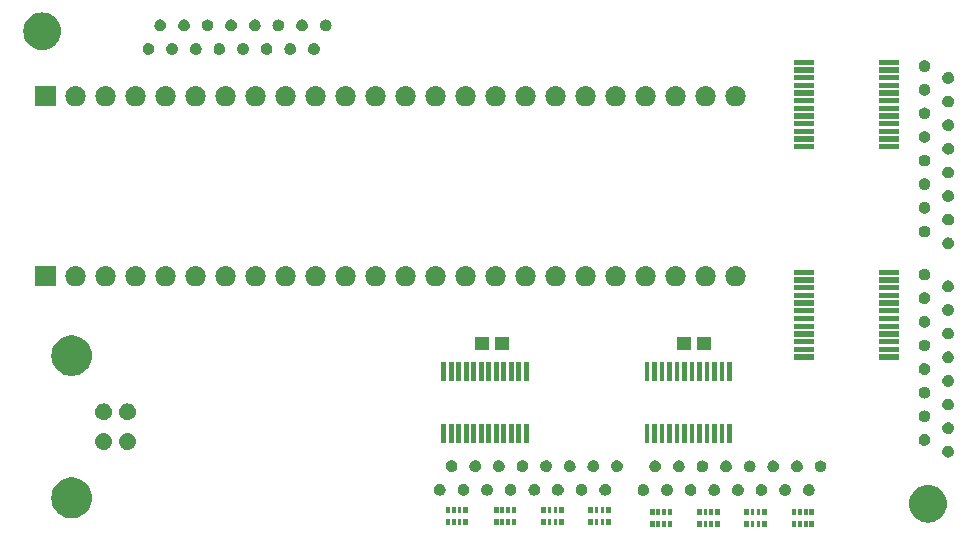
<source format=gbr>
%TF.GenerationSoftware,KiCad,Pcbnew,7.0.7-7.0.7~ubuntu22.04.1*%
%TF.CreationDate,2023-09-08T16:19:24+01:00*%
%TF.ProjectId,FSRray,46535272-6179-42e6-9b69-6361645f7063,rev?*%
%TF.SameCoordinates,Original*%
%TF.FileFunction,Soldermask,Top*%
%TF.FilePolarity,Negative*%
%FSLAX46Y46*%
G04 Gerber Fmt 4.6, Leading zero omitted, Abs format (unit mm)*
G04 Created by KiCad (PCBNEW 7.0.7-7.0.7~ubuntu22.04.1) date 2023-09-08 16:19:24*
%MOMM*%
%LPD*%
G01*
G04 APERTURE LIST*
G04 APERTURE END LIST*
G36*
X184350000Y-121487653D02*
G01*
X183950000Y-121487653D01*
X183950000Y-120987653D01*
X184350000Y-120987653D01*
X184350000Y-121487653D01*
G37*
G36*
X184800000Y-121487653D02*
G01*
X184500000Y-121487653D01*
X184500000Y-120987653D01*
X184800000Y-120987653D01*
X184800000Y-121487653D01*
G37*
G36*
X185300000Y-121487653D02*
G01*
X185000000Y-121487653D01*
X185000000Y-120987653D01*
X185300000Y-120987653D01*
X185300000Y-121487653D01*
G37*
G36*
X185850000Y-121487653D02*
G01*
X185450000Y-121487653D01*
X185450000Y-120987653D01*
X185850000Y-120987653D01*
X185850000Y-121487653D01*
G37*
G36*
X188350000Y-121487653D02*
G01*
X187950000Y-121487653D01*
X187950000Y-120987653D01*
X188350000Y-120987653D01*
X188350000Y-121487653D01*
G37*
G36*
X188800000Y-121487653D02*
G01*
X188500000Y-121487653D01*
X188500000Y-120987653D01*
X188800000Y-120987653D01*
X188800000Y-121487653D01*
G37*
G36*
X189300000Y-121487653D02*
G01*
X189000000Y-121487653D01*
X189000000Y-120987653D01*
X189300000Y-120987653D01*
X189300000Y-121487653D01*
G37*
G36*
X189850000Y-121487653D02*
G01*
X189450000Y-121487653D01*
X189450000Y-120987653D01*
X189850000Y-120987653D01*
X189850000Y-121487653D01*
G37*
G36*
X192350000Y-121487653D02*
G01*
X191950000Y-121487653D01*
X191950000Y-120987653D01*
X192350000Y-120987653D01*
X192350000Y-121487653D01*
G37*
G36*
X192800000Y-121487653D02*
G01*
X192500000Y-121487653D01*
X192500000Y-120987653D01*
X192800000Y-120987653D01*
X192800000Y-121487653D01*
G37*
G36*
X193300000Y-121487653D02*
G01*
X193000000Y-121487653D01*
X193000000Y-120987653D01*
X193300000Y-120987653D01*
X193300000Y-121487653D01*
G37*
G36*
X193850000Y-121487653D02*
G01*
X193450000Y-121487653D01*
X193450000Y-120987653D01*
X193850000Y-120987653D01*
X193850000Y-121487653D01*
G37*
G36*
X196350000Y-121487653D02*
G01*
X195950000Y-121487653D01*
X195950000Y-120987653D01*
X196350000Y-120987653D01*
X196350000Y-121487653D01*
G37*
G36*
X196800000Y-121487653D02*
G01*
X196500000Y-121487653D01*
X196500000Y-120987653D01*
X196800000Y-120987653D01*
X196800000Y-121487653D01*
G37*
G36*
X197300000Y-121487653D02*
G01*
X197000000Y-121487653D01*
X197000000Y-120987653D01*
X197300000Y-120987653D01*
X197300000Y-121487653D01*
G37*
G36*
X197850000Y-121487653D02*
G01*
X197450000Y-121487653D01*
X197450000Y-120987653D01*
X197850000Y-120987653D01*
X197850000Y-121487653D01*
G37*
G36*
X167050000Y-121287653D02*
G01*
X166650000Y-121287653D01*
X166650000Y-120787653D01*
X167050000Y-120787653D01*
X167050000Y-121287653D01*
G37*
G36*
X167500000Y-121287653D02*
G01*
X167200000Y-121287653D01*
X167200000Y-120787653D01*
X167500000Y-120787653D01*
X167500000Y-121287653D01*
G37*
G36*
X168000000Y-121287653D02*
G01*
X167700000Y-121287653D01*
X167700000Y-120787653D01*
X168000000Y-120787653D01*
X168000000Y-121287653D01*
G37*
G36*
X168550000Y-121287653D02*
G01*
X168150000Y-121287653D01*
X168150000Y-120787653D01*
X168550000Y-120787653D01*
X168550000Y-121287653D01*
G37*
G36*
X171150000Y-121287653D02*
G01*
X170750000Y-121287653D01*
X170750000Y-120787653D01*
X171150000Y-120787653D01*
X171150000Y-121287653D01*
G37*
G36*
X171600000Y-121287653D02*
G01*
X171300000Y-121287653D01*
X171300000Y-120787653D01*
X171600000Y-120787653D01*
X171600000Y-121287653D01*
G37*
G36*
X172100000Y-121287653D02*
G01*
X171800000Y-121287653D01*
X171800000Y-120787653D01*
X172100000Y-120787653D01*
X172100000Y-121287653D01*
G37*
G36*
X172650000Y-121287653D02*
G01*
X172250000Y-121287653D01*
X172250000Y-120787653D01*
X172650000Y-120787653D01*
X172650000Y-121287653D01*
G37*
G36*
X175150000Y-121287653D02*
G01*
X174750000Y-121287653D01*
X174750000Y-120787653D01*
X175150000Y-120787653D01*
X175150000Y-121287653D01*
G37*
G36*
X175600000Y-121287653D02*
G01*
X175300000Y-121287653D01*
X175300000Y-120787653D01*
X175600000Y-120787653D01*
X175600000Y-121287653D01*
G37*
G36*
X176100000Y-121287653D02*
G01*
X175800000Y-121287653D01*
X175800000Y-120787653D01*
X176100000Y-120787653D01*
X176100000Y-121287653D01*
G37*
G36*
X176650000Y-121287653D02*
G01*
X176250000Y-121287653D01*
X176250000Y-120787653D01*
X176650000Y-120787653D01*
X176650000Y-121287653D01*
G37*
G36*
X179150000Y-121287653D02*
G01*
X178750000Y-121287653D01*
X178750000Y-120787653D01*
X179150000Y-120787653D01*
X179150000Y-121287653D01*
G37*
G36*
X179600000Y-121287653D02*
G01*
X179300000Y-121287653D01*
X179300000Y-120787653D01*
X179600000Y-120787653D01*
X179600000Y-121287653D01*
G37*
G36*
X180100000Y-121287653D02*
G01*
X179800000Y-121287653D01*
X179800000Y-120787653D01*
X180100000Y-120787653D01*
X180100000Y-121287653D01*
G37*
G36*
X180650000Y-121287653D02*
G01*
X180250000Y-121287653D01*
X180250000Y-120787653D01*
X180650000Y-120787653D01*
X180650000Y-121287653D01*
G37*
G36*
X207750295Y-117919699D02*
G01*
X207994427Y-117978310D01*
X208226385Y-118074390D01*
X208440456Y-118205573D01*
X208631371Y-118368629D01*
X208794427Y-118559544D01*
X208925610Y-118773615D01*
X209021690Y-119005573D01*
X209080301Y-119249705D01*
X209100000Y-119500000D01*
X209080301Y-119750295D01*
X209021690Y-119994427D01*
X208925610Y-120226385D01*
X208794427Y-120440456D01*
X208631371Y-120631371D01*
X208440456Y-120794427D01*
X208226385Y-120925610D01*
X207994427Y-121021690D01*
X207750295Y-121080301D01*
X207500000Y-121100000D01*
X207249705Y-121080301D01*
X207005573Y-121021690D01*
X206773615Y-120925610D01*
X206559544Y-120794427D01*
X206368629Y-120631371D01*
X206205573Y-120440456D01*
X206074390Y-120226385D01*
X205978310Y-119994427D01*
X205919699Y-119750295D01*
X205900000Y-119500000D01*
X205919699Y-119249705D01*
X205978310Y-119005573D01*
X206074390Y-118773615D01*
X206205573Y-118559544D01*
X206368629Y-118368629D01*
X206559544Y-118205573D01*
X206773615Y-118074390D01*
X207005573Y-117978310D01*
X207249705Y-117919699D01*
X207500000Y-117900000D01*
X207750295Y-117919699D01*
G37*
G36*
X135383849Y-117318249D02*
G01*
X135630213Y-117394243D01*
X135862500Y-117506106D01*
X136075520Y-117651341D01*
X136264514Y-117826702D01*
X136425262Y-118028273D01*
X136554171Y-118251551D01*
X136648363Y-118491547D01*
X136705733Y-118742902D01*
X136725000Y-119000000D01*
X136705733Y-119257098D01*
X136648363Y-119508453D01*
X136554171Y-119748449D01*
X136425262Y-119971727D01*
X136264514Y-120173298D01*
X136075520Y-120348659D01*
X135862500Y-120493894D01*
X135630213Y-120605757D01*
X135383849Y-120681751D01*
X135128909Y-120720177D01*
X134871091Y-120720177D01*
X134616151Y-120681751D01*
X134369787Y-120605757D01*
X134137500Y-120493894D01*
X133924480Y-120348659D01*
X133735486Y-120173298D01*
X133574738Y-119971727D01*
X133445829Y-119748449D01*
X133351637Y-119508453D01*
X133294267Y-119257098D01*
X133275000Y-119000000D01*
X133294267Y-118742902D01*
X133351637Y-118491547D01*
X133445829Y-118251551D01*
X133574738Y-118028273D01*
X133735486Y-117826702D01*
X133924480Y-117651341D01*
X134137500Y-117506106D01*
X134369787Y-117394243D01*
X134616151Y-117318249D01*
X134871091Y-117279823D01*
X135128909Y-117279823D01*
X135383849Y-117318249D01*
G37*
G36*
X184350000Y-120487653D02*
G01*
X183950000Y-120487653D01*
X183950000Y-119987653D01*
X184350000Y-119987653D01*
X184350000Y-120487653D01*
G37*
G36*
X184800000Y-120487653D02*
G01*
X184500000Y-120487653D01*
X184500000Y-119987653D01*
X184800000Y-119987653D01*
X184800000Y-120487653D01*
G37*
G36*
X185300000Y-120487653D02*
G01*
X185000000Y-120487653D01*
X185000000Y-119987653D01*
X185300000Y-119987653D01*
X185300000Y-120487653D01*
G37*
G36*
X185850000Y-120487653D02*
G01*
X185450000Y-120487653D01*
X185450000Y-119987653D01*
X185850000Y-119987653D01*
X185850000Y-120487653D01*
G37*
G36*
X188350000Y-120487653D02*
G01*
X187950000Y-120487653D01*
X187950000Y-119987653D01*
X188350000Y-119987653D01*
X188350000Y-120487653D01*
G37*
G36*
X188800000Y-120487653D02*
G01*
X188500000Y-120487653D01*
X188500000Y-119987653D01*
X188800000Y-119987653D01*
X188800000Y-120487653D01*
G37*
G36*
X189300000Y-120487653D02*
G01*
X189000000Y-120487653D01*
X189000000Y-119987653D01*
X189300000Y-119987653D01*
X189300000Y-120487653D01*
G37*
G36*
X189850000Y-120487653D02*
G01*
X189450000Y-120487653D01*
X189450000Y-119987653D01*
X189850000Y-119987653D01*
X189850000Y-120487653D01*
G37*
G36*
X192350000Y-120487653D02*
G01*
X191950000Y-120487653D01*
X191950000Y-119987653D01*
X192350000Y-119987653D01*
X192350000Y-120487653D01*
G37*
G36*
X192800000Y-120487653D02*
G01*
X192500000Y-120487653D01*
X192500000Y-119987653D01*
X192800000Y-119987653D01*
X192800000Y-120487653D01*
G37*
G36*
X193300000Y-120487653D02*
G01*
X193000000Y-120487653D01*
X193000000Y-119987653D01*
X193300000Y-119987653D01*
X193300000Y-120487653D01*
G37*
G36*
X193850000Y-120487653D02*
G01*
X193450000Y-120487653D01*
X193450000Y-119987653D01*
X193850000Y-119987653D01*
X193850000Y-120487653D01*
G37*
G36*
X196350000Y-120487653D02*
G01*
X195950000Y-120487653D01*
X195950000Y-119987653D01*
X196350000Y-119987653D01*
X196350000Y-120487653D01*
G37*
G36*
X196800000Y-120487653D02*
G01*
X196500000Y-120487653D01*
X196500000Y-119987653D01*
X196800000Y-119987653D01*
X196800000Y-120487653D01*
G37*
G36*
X197300000Y-120487653D02*
G01*
X197000000Y-120487653D01*
X197000000Y-119987653D01*
X197300000Y-119987653D01*
X197300000Y-120487653D01*
G37*
G36*
X197850000Y-120487653D02*
G01*
X197450000Y-120487653D01*
X197450000Y-119987653D01*
X197850000Y-119987653D01*
X197850000Y-120487653D01*
G37*
G36*
X167050000Y-120287653D02*
G01*
X166650000Y-120287653D01*
X166650000Y-119787653D01*
X167050000Y-119787653D01*
X167050000Y-120287653D01*
G37*
G36*
X167500000Y-120287653D02*
G01*
X167200000Y-120287653D01*
X167200000Y-119787653D01*
X167500000Y-119787653D01*
X167500000Y-120287653D01*
G37*
G36*
X168000000Y-120287653D02*
G01*
X167700000Y-120287653D01*
X167700000Y-119787653D01*
X168000000Y-119787653D01*
X168000000Y-120287653D01*
G37*
G36*
X168550000Y-120287653D02*
G01*
X168150000Y-120287653D01*
X168150000Y-119787653D01*
X168550000Y-119787653D01*
X168550000Y-120287653D01*
G37*
G36*
X171150000Y-120287653D02*
G01*
X170750000Y-120287653D01*
X170750000Y-119787653D01*
X171150000Y-119787653D01*
X171150000Y-120287653D01*
G37*
G36*
X171600000Y-120287653D02*
G01*
X171300000Y-120287653D01*
X171300000Y-119787653D01*
X171600000Y-119787653D01*
X171600000Y-120287653D01*
G37*
G36*
X172100000Y-120287653D02*
G01*
X171800000Y-120287653D01*
X171800000Y-119787653D01*
X172100000Y-119787653D01*
X172100000Y-120287653D01*
G37*
G36*
X172650000Y-120287653D02*
G01*
X172250000Y-120287653D01*
X172250000Y-119787653D01*
X172650000Y-119787653D01*
X172650000Y-120287653D01*
G37*
G36*
X175150000Y-120287653D02*
G01*
X174750000Y-120287653D01*
X174750000Y-119787653D01*
X175150000Y-119787653D01*
X175150000Y-120287653D01*
G37*
G36*
X175600000Y-120287653D02*
G01*
X175300000Y-120287653D01*
X175300000Y-119787653D01*
X175600000Y-119787653D01*
X175600000Y-120287653D01*
G37*
G36*
X176100000Y-120287653D02*
G01*
X175800000Y-120287653D01*
X175800000Y-119787653D01*
X176100000Y-119787653D01*
X176100000Y-120287653D01*
G37*
G36*
X176650000Y-120287653D02*
G01*
X176250000Y-120287653D01*
X176250000Y-119787653D01*
X176650000Y-119787653D01*
X176650000Y-120287653D01*
G37*
G36*
X179150000Y-120287653D02*
G01*
X178750000Y-120287653D01*
X178750000Y-119787653D01*
X179150000Y-119787653D01*
X179150000Y-120287653D01*
G37*
G36*
X179600000Y-120287653D02*
G01*
X179300000Y-120287653D01*
X179300000Y-119787653D01*
X179600000Y-119787653D01*
X179600000Y-120287653D01*
G37*
G36*
X180100000Y-120287653D02*
G01*
X179800000Y-120287653D01*
X179800000Y-119787653D01*
X180100000Y-119787653D01*
X180100000Y-120287653D01*
G37*
G36*
X180650000Y-120287653D02*
G01*
X180250000Y-120287653D01*
X180250000Y-119787653D01*
X180650000Y-119787653D01*
X180650000Y-120287653D01*
G37*
G36*
X183434719Y-117842742D02*
G01*
X183471157Y-117842742D01*
X183500775Y-117851438D01*
X183529276Y-117855191D01*
X183567559Y-117871048D01*
X183607708Y-117882837D01*
X183628898Y-117896455D01*
X183649742Y-117905089D01*
X183687938Y-117934398D01*
X183727430Y-117959778D01*
X183740160Y-117974469D01*
X183753184Y-117984463D01*
X183786949Y-118028466D01*
X183820627Y-118067333D01*
X183826293Y-118079741D01*
X183832563Y-118087912D01*
X183857317Y-118147674D01*
X183879746Y-118196787D01*
X183880854Y-118204499D01*
X183882461Y-118208377D01*
X183893845Y-118294851D01*
X183900000Y-118337653D01*
X183893845Y-118380454D01*
X183882461Y-118466929D01*
X183880854Y-118470806D01*
X183879746Y-118478519D01*
X183857319Y-118527626D01*
X183832563Y-118587395D01*
X183826292Y-118595566D01*
X183820627Y-118607973D01*
X183786955Y-118646831D01*
X183753187Y-118690840D01*
X183740162Y-118700834D01*
X183727430Y-118715528D01*
X183687931Y-118740912D01*
X183649742Y-118770216D01*
X183628903Y-118778847D01*
X183607708Y-118792469D01*
X183567551Y-118804260D01*
X183529276Y-118820114D01*
X183500781Y-118823865D01*
X183471157Y-118832564D01*
X183434712Y-118832564D01*
X183400000Y-118837134D01*
X183365288Y-118832564D01*
X183328843Y-118832564D01*
X183299219Y-118823865D01*
X183270723Y-118820114D01*
X183232445Y-118804259D01*
X183192292Y-118792469D01*
X183171098Y-118778848D01*
X183150257Y-118770216D01*
X183112062Y-118740908D01*
X183072570Y-118715528D01*
X183059839Y-118700836D01*
X183046812Y-118690840D01*
X183013035Y-118646821D01*
X182979373Y-118607973D01*
X182973708Y-118595569D01*
X182967436Y-118587395D01*
X182942669Y-118527603D01*
X182920254Y-118478519D01*
X182919145Y-118470810D01*
X182917538Y-118466929D01*
X182906142Y-118380372D01*
X182900000Y-118337653D01*
X182906142Y-118294933D01*
X182917538Y-118208377D01*
X182919145Y-118204495D01*
X182920254Y-118196787D01*
X182942671Y-118147697D01*
X182967436Y-118087912D01*
X182973707Y-118079738D01*
X182979373Y-118067333D01*
X183013043Y-118028475D01*
X183046813Y-117984466D01*
X183059837Y-117974471D01*
X183072570Y-117959778D01*
X183112067Y-117934394D01*
X183150259Y-117905089D01*
X183171099Y-117896456D01*
X183192292Y-117882837D01*
X183232441Y-117871048D01*
X183270724Y-117855191D01*
X183299224Y-117851438D01*
X183328843Y-117842742D01*
X183365281Y-117842742D01*
X183400000Y-117838171D01*
X183434719Y-117842742D01*
G37*
G36*
X185434719Y-117842742D02*
G01*
X185471157Y-117842742D01*
X185500775Y-117851438D01*
X185529276Y-117855191D01*
X185567559Y-117871048D01*
X185607708Y-117882837D01*
X185628898Y-117896455D01*
X185649742Y-117905089D01*
X185687938Y-117934398D01*
X185727430Y-117959778D01*
X185740160Y-117974469D01*
X185753184Y-117984463D01*
X185786949Y-118028466D01*
X185820627Y-118067333D01*
X185826293Y-118079741D01*
X185832563Y-118087912D01*
X185857317Y-118147674D01*
X185879746Y-118196787D01*
X185880854Y-118204499D01*
X185882461Y-118208377D01*
X185893845Y-118294851D01*
X185900000Y-118337653D01*
X185893845Y-118380454D01*
X185882461Y-118466929D01*
X185880854Y-118470806D01*
X185879746Y-118478519D01*
X185857319Y-118527626D01*
X185832563Y-118587395D01*
X185826292Y-118595566D01*
X185820627Y-118607973D01*
X185786955Y-118646831D01*
X185753187Y-118690840D01*
X185740162Y-118700834D01*
X185727430Y-118715528D01*
X185687931Y-118740912D01*
X185649742Y-118770216D01*
X185628903Y-118778847D01*
X185607708Y-118792469D01*
X185567551Y-118804260D01*
X185529276Y-118820114D01*
X185500781Y-118823865D01*
X185471157Y-118832564D01*
X185434712Y-118832564D01*
X185400000Y-118837134D01*
X185365288Y-118832564D01*
X185328843Y-118832564D01*
X185299219Y-118823865D01*
X185270723Y-118820114D01*
X185232445Y-118804259D01*
X185192292Y-118792469D01*
X185171098Y-118778848D01*
X185150257Y-118770216D01*
X185112062Y-118740908D01*
X185072570Y-118715528D01*
X185059839Y-118700836D01*
X185046812Y-118690840D01*
X185013035Y-118646821D01*
X184979373Y-118607973D01*
X184973708Y-118595569D01*
X184967436Y-118587395D01*
X184942669Y-118527603D01*
X184920254Y-118478519D01*
X184919145Y-118470810D01*
X184917538Y-118466929D01*
X184906142Y-118380372D01*
X184900000Y-118337653D01*
X184906142Y-118294933D01*
X184917538Y-118208377D01*
X184919145Y-118204495D01*
X184920254Y-118196787D01*
X184942671Y-118147697D01*
X184967436Y-118087912D01*
X184973707Y-118079738D01*
X184979373Y-118067333D01*
X185013043Y-118028475D01*
X185046813Y-117984466D01*
X185059837Y-117974471D01*
X185072570Y-117959778D01*
X185112067Y-117934394D01*
X185150259Y-117905089D01*
X185171099Y-117896456D01*
X185192292Y-117882837D01*
X185232441Y-117871048D01*
X185270724Y-117855191D01*
X185299224Y-117851438D01*
X185328843Y-117842742D01*
X185365281Y-117842742D01*
X185400000Y-117838171D01*
X185434719Y-117842742D01*
G37*
G36*
X187434719Y-117842742D02*
G01*
X187471157Y-117842742D01*
X187500775Y-117851438D01*
X187529276Y-117855191D01*
X187567559Y-117871048D01*
X187607708Y-117882837D01*
X187628898Y-117896455D01*
X187649742Y-117905089D01*
X187687938Y-117934398D01*
X187727430Y-117959778D01*
X187740160Y-117974469D01*
X187753184Y-117984463D01*
X187786949Y-118028466D01*
X187820627Y-118067333D01*
X187826293Y-118079741D01*
X187832563Y-118087912D01*
X187857317Y-118147674D01*
X187879746Y-118196787D01*
X187880854Y-118204499D01*
X187882461Y-118208377D01*
X187893845Y-118294851D01*
X187900000Y-118337653D01*
X187893845Y-118380454D01*
X187882461Y-118466929D01*
X187880854Y-118470806D01*
X187879746Y-118478519D01*
X187857319Y-118527626D01*
X187832563Y-118587395D01*
X187826292Y-118595566D01*
X187820627Y-118607973D01*
X187786955Y-118646831D01*
X187753187Y-118690840D01*
X187740162Y-118700834D01*
X187727430Y-118715528D01*
X187687931Y-118740912D01*
X187649742Y-118770216D01*
X187628903Y-118778847D01*
X187607708Y-118792469D01*
X187567551Y-118804260D01*
X187529276Y-118820114D01*
X187500781Y-118823865D01*
X187471157Y-118832564D01*
X187434712Y-118832564D01*
X187400000Y-118837134D01*
X187365288Y-118832564D01*
X187328843Y-118832564D01*
X187299219Y-118823865D01*
X187270723Y-118820114D01*
X187232445Y-118804259D01*
X187192292Y-118792469D01*
X187171098Y-118778848D01*
X187150257Y-118770216D01*
X187112062Y-118740908D01*
X187072570Y-118715528D01*
X187059839Y-118700836D01*
X187046812Y-118690840D01*
X187013035Y-118646821D01*
X186979373Y-118607973D01*
X186973708Y-118595569D01*
X186967436Y-118587395D01*
X186942669Y-118527603D01*
X186920254Y-118478519D01*
X186919145Y-118470810D01*
X186917538Y-118466929D01*
X186906142Y-118380372D01*
X186900000Y-118337653D01*
X186906142Y-118294933D01*
X186917538Y-118208377D01*
X186919145Y-118204495D01*
X186920254Y-118196787D01*
X186942671Y-118147697D01*
X186967436Y-118087912D01*
X186973707Y-118079738D01*
X186979373Y-118067333D01*
X187013043Y-118028475D01*
X187046813Y-117984466D01*
X187059837Y-117974471D01*
X187072570Y-117959778D01*
X187112067Y-117934394D01*
X187150259Y-117905089D01*
X187171099Y-117896456D01*
X187192292Y-117882837D01*
X187232441Y-117871048D01*
X187270724Y-117855191D01*
X187299224Y-117851438D01*
X187328843Y-117842742D01*
X187365281Y-117842742D01*
X187400000Y-117838171D01*
X187434719Y-117842742D01*
G37*
G36*
X189434719Y-117842742D02*
G01*
X189471157Y-117842742D01*
X189500775Y-117851438D01*
X189529276Y-117855191D01*
X189567559Y-117871048D01*
X189607708Y-117882837D01*
X189628898Y-117896455D01*
X189649742Y-117905089D01*
X189687938Y-117934398D01*
X189727430Y-117959778D01*
X189740160Y-117974469D01*
X189753184Y-117984463D01*
X189786949Y-118028466D01*
X189820627Y-118067333D01*
X189826293Y-118079741D01*
X189832563Y-118087912D01*
X189857317Y-118147674D01*
X189879746Y-118196787D01*
X189880854Y-118204499D01*
X189882461Y-118208377D01*
X189893845Y-118294851D01*
X189900000Y-118337653D01*
X189893845Y-118380454D01*
X189882461Y-118466929D01*
X189880854Y-118470806D01*
X189879746Y-118478519D01*
X189857319Y-118527626D01*
X189832563Y-118587395D01*
X189826292Y-118595566D01*
X189820627Y-118607973D01*
X189786955Y-118646831D01*
X189753187Y-118690840D01*
X189740162Y-118700834D01*
X189727430Y-118715528D01*
X189687931Y-118740912D01*
X189649742Y-118770216D01*
X189628903Y-118778847D01*
X189607708Y-118792469D01*
X189567551Y-118804260D01*
X189529276Y-118820114D01*
X189500781Y-118823865D01*
X189471157Y-118832564D01*
X189434712Y-118832564D01*
X189400000Y-118837134D01*
X189365288Y-118832564D01*
X189328843Y-118832564D01*
X189299219Y-118823865D01*
X189270723Y-118820114D01*
X189232445Y-118804259D01*
X189192292Y-118792469D01*
X189171098Y-118778848D01*
X189150257Y-118770216D01*
X189112062Y-118740908D01*
X189072570Y-118715528D01*
X189059839Y-118700836D01*
X189046812Y-118690840D01*
X189013035Y-118646821D01*
X188979373Y-118607973D01*
X188973708Y-118595569D01*
X188967436Y-118587395D01*
X188942669Y-118527603D01*
X188920254Y-118478519D01*
X188919145Y-118470810D01*
X188917538Y-118466929D01*
X188906142Y-118380372D01*
X188900000Y-118337653D01*
X188906142Y-118294933D01*
X188917538Y-118208377D01*
X188919145Y-118204495D01*
X188920254Y-118196787D01*
X188942671Y-118147697D01*
X188967436Y-118087912D01*
X188973707Y-118079738D01*
X188979373Y-118067333D01*
X189013043Y-118028475D01*
X189046813Y-117984466D01*
X189059837Y-117974471D01*
X189072570Y-117959778D01*
X189112067Y-117934394D01*
X189150259Y-117905089D01*
X189171099Y-117896456D01*
X189192292Y-117882837D01*
X189232441Y-117871048D01*
X189270724Y-117855191D01*
X189299224Y-117851438D01*
X189328843Y-117842742D01*
X189365281Y-117842742D01*
X189400000Y-117838171D01*
X189434719Y-117842742D01*
G37*
G36*
X191434719Y-117842742D02*
G01*
X191471157Y-117842742D01*
X191500775Y-117851438D01*
X191529276Y-117855191D01*
X191567559Y-117871048D01*
X191607708Y-117882837D01*
X191628898Y-117896455D01*
X191649742Y-117905089D01*
X191687938Y-117934398D01*
X191727430Y-117959778D01*
X191740160Y-117974469D01*
X191753184Y-117984463D01*
X191786949Y-118028466D01*
X191820627Y-118067333D01*
X191826293Y-118079741D01*
X191832563Y-118087912D01*
X191857317Y-118147674D01*
X191879746Y-118196787D01*
X191880854Y-118204499D01*
X191882461Y-118208377D01*
X191893845Y-118294851D01*
X191900000Y-118337653D01*
X191893845Y-118380454D01*
X191882461Y-118466929D01*
X191880854Y-118470806D01*
X191879746Y-118478519D01*
X191857319Y-118527626D01*
X191832563Y-118587395D01*
X191826292Y-118595566D01*
X191820627Y-118607973D01*
X191786955Y-118646831D01*
X191753187Y-118690840D01*
X191740162Y-118700834D01*
X191727430Y-118715528D01*
X191687931Y-118740912D01*
X191649742Y-118770216D01*
X191628903Y-118778847D01*
X191607708Y-118792469D01*
X191567551Y-118804260D01*
X191529276Y-118820114D01*
X191500781Y-118823865D01*
X191471157Y-118832564D01*
X191434712Y-118832564D01*
X191400000Y-118837134D01*
X191365288Y-118832564D01*
X191328843Y-118832564D01*
X191299219Y-118823865D01*
X191270723Y-118820114D01*
X191232445Y-118804259D01*
X191192292Y-118792469D01*
X191171098Y-118778848D01*
X191150257Y-118770216D01*
X191112062Y-118740908D01*
X191072570Y-118715528D01*
X191059839Y-118700836D01*
X191046812Y-118690840D01*
X191013035Y-118646821D01*
X190979373Y-118607973D01*
X190973708Y-118595569D01*
X190967436Y-118587395D01*
X190942669Y-118527603D01*
X190920254Y-118478519D01*
X190919145Y-118470810D01*
X190917538Y-118466929D01*
X190906142Y-118380372D01*
X190900000Y-118337653D01*
X190906142Y-118294933D01*
X190917538Y-118208377D01*
X190919145Y-118204495D01*
X190920254Y-118196787D01*
X190942671Y-118147697D01*
X190967436Y-118087912D01*
X190973707Y-118079738D01*
X190979373Y-118067333D01*
X191013043Y-118028475D01*
X191046813Y-117984466D01*
X191059837Y-117974471D01*
X191072570Y-117959778D01*
X191112067Y-117934394D01*
X191150259Y-117905089D01*
X191171099Y-117896456D01*
X191192292Y-117882837D01*
X191232441Y-117871048D01*
X191270724Y-117855191D01*
X191299224Y-117851438D01*
X191328843Y-117842742D01*
X191365281Y-117842742D01*
X191400000Y-117838171D01*
X191434719Y-117842742D01*
G37*
G36*
X193434719Y-117842742D02*
G01*
X193471157Y-117842742D01*
X193500775Y-117851438D01*
X193529276Y-117855191D01*
X193567559Y-117871048D01*
X193607708Y-117882837D01*
X193628898Y-117896455D01*
X193649742Y-117905089D01*
X193687938Y-117934398D01*
X193727430Y-117959778D01*
X193740160Y-117974469D01*
X193753184Y-117984463D01*
X193786949Y-118028466D01*
X193820627Y-118067333D01*
X193826293Y-118079741D01*
X193832563Y-118087912D01*
X193857317Y-118147674D01*
X193879746Y-118196787D01*
X193880854Y-118204499D01*
X193882461Y-118208377D01*
X193893845Y-118294851D01*
X193900000Y-118337653D01*
X193893845Y-118380454D01*
X193882461Y-118466929D01*
X193880854Y-118470806D01*
X193879746Y-118478519D01*
X193857319Y-118527626D01*
X193832563Y-118587395D01*
X193826292Y-118595566D01*
X193820627Y-118607973D01*
X193786955Y-118646831D01*
X193753187Y-118690840D01*
X193740162Y-118700834D01*
X193727430Y-118715528D01*
X193687931Y-118740912D01*
X193649742Y-118770216D01*
X193628903Y-118778847D01*
X193607708Y-118792469D01*
X193567551Y-118804260D01*
X193529276Y-118820114D01*
X193500781Y-118823865D01*
X193471157Y-118832564D01*
X193434712Y-118832564D01*
X193400000Y-118837134D01*
X193365288Y-118832564D01*
X193328843Y-118832564D01*
X193299219Y-118823865D01*
X193270723Y-118820114D01*
X193232445Y-118804259D01*
X193192292Y-118792469D01*
X193171098Y-118778848D01*
X193150257Y-118770216D01*
X193112062Y-118740908D01*
X193072570Y-118715528D01*
X193059839Y-118700836D01*
X193046812Y-118690840D01*
X193013035Y-118646821D01*
X192979373Y-118607973D01*
X192973708Y-118595569D01*
X192967436Y-118587395D01*
X192942669Y-118527603D01*
X192920254Y-118478519D01*
X192919145Y-118470810D01*
X192917538Y-118466929D01*
X192906142Y-118380372D01*
X192900000Y-118337653D01*
X192906142Y-118294933D01*
X192917538Y-118208377D01*
X192919145Y-118204495D01*
X192920254Y-118196787D01*
X192942671Y-118147697D01*
X192967436Y-118087912D01*
X192973707Y-118079738D01*
X192979373Y-118067333D01*
X193013043Y-118028475D01*
X193046813Y-117984466D01*
X193059837Y-117974471D01*
X193072570Y-117959778D01*
X193112067Y-117934394D01*
X193150259Y-117905089D01*
X193171099Y-117896456D01*
X193192292Y-117882837D01*
X193232441Y-117871048D01*
X193270724Y-117855191D01*
X193299224Y-117851438D01*
X193328843Y-117842742D01*
X193365281Y-117842742D01*
X193400000Y-117838171D01*
X193434719Y-117842742D01*
G37*
G36*
X195434719Y-117842742D02*
G01*
X195471157Y-117842742D01*
X195500775Y-117851438D01*
X195529276Y-117855191D01*
X195567559Y-117871048D01*
X195607708Y-117882837D01*
X195628898Y-117896455D01*
X195649742Y-117905089D01*
X195687938Y-117934398D01*
X195727430Y-117959778D01*
X195740160Y-117974469D01*
X195753184Y-117984463D01*
X195786949Y-118028466D01*
X195820627Y-118067333D01*
X195826293Y-118079741D01*
X195832563Y-118087912D01*
X195857317Y-118147674D01*
X195879746Y-118196787D01*
X195880854Y-118204499D01*
X195882461Y-118208377D01*
X195893845Y-118294851D01*
X195900000Y-118337653D01*
X195893845Y-118380454D01*
X195882461Y-118466929D01*
X195880854Y-118470806D01*
X195879746Y-118478519D01*
X195857319Y-118527626D01*
X195832563Y-118587395D01*
X195826292Y-118595566D01*
X195820627Y-118607973D01*
X195786955Y-118646831D01*
X195753187Y-118690840D01*
X195740162Y-118700834D01*
X195727430Y-118715528D01*
X195687931Y-118740912D01*
X195649742Y-118770216D01*
X195628903Y-118778847D01*
X195607708Y-118792469D01*
X195567551Y-118804260D01*
X195529276Y-118820114D01*
X195500781Y-118823865D01*
X195471157Y-118832564D01*
X195434712Y-118832564D01*
X195400000Y-118837134D01*
X195365288Y-118832564D01*
X195328843Y-118832564D01*
X195299219Y-118823865D01*
X195270723Y-118820114D01*
X195232445Y-118804259D01*
X195192292Y-118792469D01*
X195171098Y-118778848D01*
X195150257Y-118770216D01*
X195112062Y-118740908D01*
X195072570Y-118715528D01*
X195059839Y-118700836D01*
X195046812Y-118690840D01*
X195013035Y-118646821D01*
X194979373Y-118607973D01*
X194973708Y-118595569D01*
X194967436Y-118587395D01*
X194942669Y-118527603D01*
X194920254Y-118478519D01*
X194919145Y-118470810D01*
X194917538Y-118466929D01*
X194906142Y-118380372D01*
X194900000Y-118337653D01*
X194906142Y-118294933D01*
X194917538Y-118208377D01*
X194919145Y-118204495D01*
X194920254Y-118196787D01*
X194942671Y-118147697D01*
X194967436Y-118087912D01*
X194973707Y-118079738D01*
X194979373Y-118067333D01*
X195013043Y-118028475D01*
X195046813Y-117984466D01*
X195059837Y-117974471D01*
X195072570Y-117959778D01*
X195112067Y-117934394D01*
X195150259Y-117905089D01*
X195171099Y-117896456D01*
X195192292Y-117882837D01*
X195232441Y-117871048D01*
X195270724Y-117855191D01*
X195299224Y-117851438D01*
X195328843Y-117842742D01*
X195365281Y-117842742D01*
X195400000Y-117838171D01*
X195434719Y-117842742D01*
G37*
G36*
X197434719Y-117842742D02*
G01*
X197471157Y-117842742D01*
X197500775Y-117851438D01*
X197529276Y-117855191D01*
X197567559Y-117871048D01*
X197607708Y-117882837D01*
X197628898Y-117896455D01*
X197649742Y-117905089D01*
X197687938Y-117934398D01*
X197727430Y-117959778D01*
X197740160Y-117974469D01*
X197753184Y-117984463D01*
X197786949Y-118028466D01*
X197820627Y-118067333D01*
X197826293Y-118079741D01*
X197832563Y-118087912D01*
X197857317Y-118147674D01*
X197879746Y-118196787D01*
X197880854Y-118204499D01*
X197882461Y-118208377D01*
X197893845Y-118294851D01*
X197900000Y-118337653D01*
X197893845Y-118380454D01*
X197882461Y-118466929D01*
X197880854Y-118470806D01*
X197879746Y-118478519D01*
X197857319Y-118527626D01*
X197832563Y-118587395D01*
X197826292Y-118595566D01*
X197820627Y-118607973D01*
X197786955Y-118646831D01*
X197753187Y-118690840D01*
X197740162Y-118700834D01*
X197727430Y-118715528D01*
X197687931Y-118740912D01*
X197649742Y-118770216D01*
X197628903Y-118778847D01*
X197607708Y-118792469D01*
X197567551Y-118804260D01*
X197529276Y-118820114D01*
X197500781Y-118823865D01*
X197471157Y-118832564D01*
X197434712Y-118832564D01*
X197400000Y-118837134D01*
X197365288Y-118832564D01*
X197328843Y-118832564D01*
X197299219Y-118823865D01*
X197270723Y-118820114D01*
X197232445Y-118804259D01*
X197192292Y-118792469D01*
X197171098Y-118778848D01*
X197150257Y-118770216D01*
X197112062Y-118740908D01*
X197072570Y-118715528D01*
X197059839Y-118700836D01*
X197046812Y-118690840D01*
X197013035Y-118646821D01*
X196979373Y-118607973D01*
X196973708Y-118595569D01*
X196967436Y-118587395D01*
X196942669Y-118527603D01*
X196920254Y-118478519D01*
X196919145Y-118470810D01*
X196917538Y-118466929D01*
X196906142Y-118380372D01*
X196900000Y-118337653D01*
X196906142Y-118294933D01*
X196917538Y-118208377D01*
X196919145Y-118204495D01*
X196920254Y-118196787D01*
X196942671Y-118147697D01*
X196967436Y-118087912D01*
X196973707Y-118079738D01*
X196979373Y-118067333D01*
X197013043Y-118028475D01*
X197046813Y-117984466D01*
X197059837Y-117974471D01*
X197072570Y-117959778D01*
X197112067Y-117934394D01*
X197150259Y-117905089D01*
X197171099Y-117896456D01*
X197192292Y-117882837D01*
X197232441Y-117871048D01*
X197270724Y-117855191D01*
X197299224Y-117851438D01*
X197328843Y-117842742D01*
X197365281Y-117842742D01*
X197400000Y-117838171D01*
X197434719Y-117842742D01*
G37*
G36*
X166197219Y-117827742D02*
G01*
X166233657Y-117827742D01*
X166263275Y-117836438D01*
X166291776Y-117840191D01*
X166330059Y-117856048D01*
X166370208Y-117867837D01*
X166391398Y-117881455D01*
X166412242Y-117890089D01*
X166450438Y-117919398D01*
X166489930Y-117944778D01*
X166502660Y-117959469D01*
X166515684Y-117969463D01*
X166549449Y-118013466D01*
X166583127Y-118052333D01*
X166588793Y-118064741D01*
X166595063Y-118072912D01*
X166619817Y-118132674D01*
X166642246Y-118181787D01*
X166643354Y-118189499D01*
X166644961Y-118193377D01*
X166656346Y-118279858D01*
X166662500Y-118322653D01*
X166656344Y-118365461D01*
X166644961Y-118451929D01*
X166643354Y-118455806D01*
X166642246Y-118463519D01*
X166619819Y-118512626D01*
X166595063Y-118572395D01*
X166588792Y-118580566D01*
X166583127Y-118592973D01*
X166549455Y-118631831D01*
X166515687Y-118675840D01*
X166502662Y-118685834D01*
X166489930Y-118700528D01*
X166450431Y-118725912D01*
X166412242Y-118755216D01*
X166391403Y-118763847D01*
X166370208Y-118777469D01*
X166330051Y-118789260D01*
X166291776Y-118805114D01*
X166263281Y-118808865D01*
X166233657Y-118817564D01*
X166197212Y-118817564D01*
X166162500Y-118822134D01*
X166127788Y-118817564D01*
X166091343Y-118817564D01*
X166061719Y-118808865D01*
X166033223Y-118805114D01*
X165994945Y-118789259D01*
X165954792Y-118777469D01*
X165933598Y-118763848D01*
X165912757Y-118755216D01*
X165874562Y-118725908D01*
X165835070Y-118700528D01*
X165822339Y-118685836D01*
X165809312Y-118675840D01*
X165775535Y-118631821D01*
X165741873Y-118592973D01*
X165736208Y-118580569D01*
X165729936Y-118572395D01*
X165705169Y-118512603D01*
X165682754Y-118463519D01*
X165681645Y-118455810D01*
X165680038Y-118451929D01*
X165668642Y-118365372D01*
X165662500Y-118322653D01*
X165668642Y-118279933D01*
X165680038Y-118193377D01*
X165681645Y-118189495D01*
X165682754Y-118181787D01*
X165705171Y-118132697D01*
X165729936Y-118072912D01*
X165736207Y-118064738D01*
X165741873Y-118052333D01*
X165775543Y-118013475D01*
X165809313Y-117969466D01*
X165822337Y-117959471D01*
X165835070Y-117944778D01*
X165874567Y-117919394D01*
X165912759Y-117890089D01*
X165933599Y-117881456D01*
X165954792Y-117867837D01*
X165994941Y-117856048D01*
X166033224Y-117840191D01*
X166061724Y-117836438D01*
X166091343Y-117827742D01*
X166127781Y-117827742D01*
X166162500Y-117823171D01*
X166197219Y-117827742D01*
G37*
G36*
X168197219Y-117827742D02*
G01*
X168233657Y-117827742D01*
X168263275Y-117836438D01*
X168291776Y-117840191D01*
X168330059Y-117856048D01*
X168370208Y-117867837D01*
X168391398Y-117881455D01*
X168412242Y-117890089D01*
X168450438Y-117919398D01*
X168489930Y-117944778D01*
X168502660Y-117959469D01*
X168515684Y-117969463D01*
X168549449Y-118013466D01*
X168583127Y-118052333D01*
X168588793Y-118064741D01*
X168595063Y-118072912D01*
X168619817Y-118132674D01*
X168642246Y-118181787D01*
X168643354Y-118189499D01*
X168644961Y-118193377D01*
X168656345Y-118279851D01*
X168662500Y-118322653D01*
X168656345Y-118365454D01*
X168644961Y-118451929D01*
X168643354Y-118455806D01*
X168642246Y-118463519D01*
X168619819Y-118512626D01*
X168595063Y-118572395D01*
X168588792Y-118580566D01*
X168583127Y-118592973D01*
X168549455Y-118631831D01*
X168515687Y-118675840D01*
X168502662Y-118685834D01*
X168489930Y-118700528D01*
X168450431Y-118725912D01*
X168412242Y-118755216D01*
X168391403Y-118763847D01*
X168370208Y-118777469D01*
X168330051Y-118789260D01*
X168291776Y-118805114D01*
X168263281Y-118808865D01*
X168233657Y-118817564D01*
X168197212Y-118817564D01*
X168162500Y-118822134D01*
X168127788Y-118817564D01*
X168091343Y-118817564D01*
X168061719Y-118808865D01*
X168033223Y-118805114D01*
X167994945Y-118789259D01*
X167954792Y-118777469D01*
X167933598Y-118763848D01*
X167912757Y-118755216D01*
X167874562Y-118725908D01*
X167835070Y-118700528D01*
X167822339Y-118685836D01*
X167809312Y-118675840D01*
X167775535Y-118631821D01*
X167741873Y-118592973D01*
X167736208Y-118580569D01*
X167729936Y-118572395D01*
X167705169Y-118512603D01*
X167682754Y-118463519D01*
X167681645Y-118455810D01*
X167680038Y-118451929D01*
X167668642Y-118365372D01*
X167662500Y-118322653D01*
X167668642Y-118279933D01*
X167680038Y-118193377D01*
X167681645Y-118189495D01*
X167682754Y-118181787D01*
X167705171Y-118132697D01*
X167729936Y-118072912D01*
X167736207Y-118064738D01*
X167741873Y-118052333D01*
X167775543Y-118013475D01*
X167809313Y-117969466D01*
X167822337Y-117959471D01*
X167835070Y-117944778D01*
X167874567Y-117919394D01*
X167912759Y-117890089D01*
X167933599Y-117881456D01*
X167954792Y-117867837D01*
X167994941Y-117856048D01*
X168033224Y-117840191D01*
X168061724Y-117836438D01*
X168091343Y-117827742D01*
X168127781Y-117827742D01*
X168162500Y-117823171D01*
X168197219Y-117827742D01*
G37*
G36*
X170197219Y-117827742D02*
G01*
X170233657Y-117827742D01*
X170263275Y-117836438D01*
X170291776Y-117840191D01*
X170330059Y-117856048D01*
X170370208Y-117867837D01*
X170391398Y-117881455D01*
X170412242Y-117890089D01*
X170450438Y-117919398D01*
X170489930Y-117944778D01*
X170502660Y-117959469D01*
X170515684Y-117969463D01*
X170549449Y-118013466D01*
X170583127Y-118052333D01*
X170588793Y-118064741D01*
X170595063Y-118072912D01*
X170619817Y-118132674D01*
X170642246Y-118181787D01*
X170643354Y-118189499D01*
X170644961Y-118193377D01*
X170656346Y-118279858D01*
X170662500Y-118322653D01*
X170656344Y-118365461D01*
X170644961Y-118451929D01*
X170643354Y-118455806D01*
X170642246Y-118463519D01*
X170619819Y-118512626D01*
X170595063Y-118572395D01*
X170588792Y-118580566D01*
X170583127Y-118592973D01*
X170549455Y-118631831D01*
X170515687Y-118675840D01*
X170502662Y-118685834D01*
X170489930Y-118700528D01*
X170450431Y-118725912D01*
X170412242Y-118755216D01*
X170391403Y-118763847D01*
X170370208Y-118777469D01*
X170330051Y-118789260D01*
X170291776Y-118805114D01*
X170263281Y-118808865D01*
X170233657Y-118817564D01*
X170197212Y-118817564D01*
X170162500Y-118822134D01*
X170127788Y-118817564D01*
X170091343Y-118817564D01*
X170061719Y-118808865D01*
X170033223Y-118805114D01*
X169994945Y-118789259D01*
X169954792Y-118777469D01*
X169933598Y-118763848D01*
X169912757Y-118755216D01*
X169874562Y-118725908D01*
X169835070Y-118700528D01*
X169822339Y-118685836D01*
X169809312Y-118675840D01*
X169775535Y-118631821D01*
X169741873Y-118592973D01*
X169736208Y-118580569D01*
X169729936Y-118572395D01*
X169705169Y-118512603D01*
X169682754Y-118463519D01*
X169681645Y-118455810D01*
X169680038Y-118451929D01*
X169668642Y-118365372D01*
X169662500Y-118322653D01*
X169668642Y-118279933D01*
X169680038Y-118193377D01*
X169681645Y-118189495D01*
X169682754Y-118181787D01*
X169705171Y-118132697D01*
X169729936Y-118072912D01*
X169736207Y-118064738D01*
X169741873Y-118052333D01*
X169775543Y-118013475D01*
X169809313Y-117969466D01*
X169822337Y-117959471D01*
X169835070Y-117944778D01*
X169874567Y-117919394D01*
X169912759Y-117890089D01*
X169933599Y-117881456D01*
X169954792Y-117867837D01*
X169994941Y-117856048D01*
X170033224Y-117840191D01*
X170061724Y-117836438D01*
X170091343Y-117827742D01*
X170127781Y-117827742D01*
X170162500Y-117823171D01*
X170197219Y-117827742D01*
G37*
G36*
X172197219Y-117827742D02*
G01*
X172233657Y-117827742D01*
X172263275Y-117836438D01*
X172291776Y-117840191D01*
X172330059Y-117856048D01*
X172370208Y-117867837D01*
X172391398Y-117881455D01*
X172412242Y-117890089D01*
X172450438Y-117919398D01*
X172489930Y-117944778D01*
X172502660Y-117959469D01*
X172515684Y-117969463D01*
X172549449Y-118013466D01*
X172583127Y-118052333D01*
X172588793Y-118064741D01*
X172595063Y-118072912D01*
X172619817Y-118132674D01*
X172642246Y-118181787D01*
X172643354Y-118189499D01*
X172644961Y-118193377D01*
X172656345Y-118279851D01*
X172662500Y-118322653D01*
X172656345Y-118365454D01*
X172644961Y-118451929D01*
X172643354Y-118455806D01*
X172642246Y-118463519D01*
X172619819Y-118512626D01*
X172595063Y-118572395D01*
X172588792Y-118580566D01*
X172583127Y-118592973D01*
X172549455Y-118631831D01*
X172515687Y-118675840D01*
X172502662Y-118685834D01*
X172489930Y-118700528D01*
X172450431Y-118725912D01*
X172412242Y-118755216D01*
X172391403Y-118763847D01*
X172370208Y-118777469D01*
X172330051Y-118789260D01*
X172291776Y-118805114D01*
X172263281Y-118808865D01*
X172233657Y-118817564D01*
X172197212Y-118817564D01*
X172162500Y-118822134D01*
X172127788Y-118817564D01*
X172091343Y-118817564D01*
X172061719Y-118808865D01*
X172033223Y-118805114D01*
X171994945Y-118789259D01*
X171954792Y-118777469D01*
X171933598Y-118763848D01*
X171912757Y-118755216D01*
X171874562Y-118725908D01*
X171835070Y-118700528D01*
X171822339Y-118685836D01*
X171809312Y-118675840D01*
X171775535Y-118631821D01*
X171741873Y-118592973D01*
X171736208Y-118580569D01*
X171729936Y-118572395D01*
X171705169Y-118512603D01*
X171682754Y-118463519D01*
X171681645Y-118455810D01*
X171680038Y-118451929D01*
X171668642Y-118365372D01*
X171662500Y-118322653D01*
X171668642Y-118279933D01*
X171680038Y-118193377D01*
X171681645Y-118189495D01*
X171682754Y-118181787D01*
X171705171Y-118132697D01*
X171729936Y-118072912D01*
X171736207Y-118064738D01*
X171741873Y-118052333D01*
X171775543Y-118013475D01*
X171809313Y-117969466D01*
X171822337Y-117959471D01*
X171835070Y-117944778D01*
X171874567Y-117919394D01*
X171912759Y-117890089D01*
X171933599Y-117881456D01*
X171954792Y-117867837D01*
X171994941Y-117856048D01*
X172033224Y-117840191D01*
X172061724Y-117836438D01*
X172091343Y-117827742D01*
X172127781Y-117827742D01*
X172162500Y-117823171D01*
X172197219Y-117827742D01*
G37*
G36*
X174197219Y-117827742D02*
G01*
X174233657Y-117827742D01*
X174263275Y-117836438D01*
X174291776Y-117840191D01*
X174330059Y-117856048D01*
X174370208Y-117867837D01*
X174391398Y-117881455D01*
X174412242Y-117890089D01*
X174450438Y-117919398D01*
X174489930Y-117944778D01*
X174502660Y-117959469D01*
X174515684Y-117969463D01*
X174549449Y-118013466D01*
X174583127Y-118052333D01*
X174588793Y-118064741D01*
X174595063Y-118072912D01*
X174619817Y-118132674D01*
X174642246Y-118181787D01*
X174643354Y-118189499D01*
X174644961Y-118193377D01*
X174656346Y-118279858D01*
X174662500Y-118322653D01*
X174656344Y-118365461D01*
X174644961Y-118451929D01*
X174643354Y-118455806D01*
X174642246Y-118463519D01*
X174619819Y-118512626D01*
X174595063Y-118572395D01*
X174588792Y-118580566D01*
X174583127Y-118592973D01*
X174549455Y-118631831D01*
X174515687Y-118675840D01*
X174502662Y-118685834D01*
X174489930Y-118700528D01*
X174450431Y-118725912D01*
X174412242Y-118755216D01*
X174391403Y-118763847D01*
X174370208Y-118777469D01*
X174330051Y-118789260D01*
X174291776Y-118805114D01*
X174263281Y-118808865D01*
X174233657Y-118817564D01*
X174197212Y-118817564D01*
X174162500Y-118822134D01*
X174127788Y-118817564D01*
X174091343Y-118817564D01*
X174061719Y-118808865D01*
X174033223Y-118805114D01*
X173994945Y-118789259D01*
X173954792Y-118777469D01*
X173933598Y-118763848D01*
X173912757Y-118755216D01*
X173874562Y-118725908D01*
X173835070Y-118700528D01*
X173822339Y-118685836D01*
X173809312Y-118675840D01*
X173775535Y-118631821D01*
X173741873Y-118592973D01*
X173736208Y-118580569D01*
X173729936Y-118572395D01*
X173705169Y-118512603D01*
X173682754Y-118463519D01*
X173681645Y-118455810D01*
X173680038Y-118451929D01*
X173668642Y-118365372D01*
X173662500Y-118322653D01*
X173668642Y-118279933D01*
X173680038Y-118193377D01*
X173681645Y-118189495D01*
X173682754Y-118181787D01*
X173705171Y-118132697D01*
X173729936Y-118072912D01*
X173736207Y-118064738D01*
X173741873Y-118052333D01*
X173775543Y-118013475D01*
X173809313Y-117969466D01*
X173822337Y-117959471D01*
X173835070Y-117944778D01*
X173874567Y-117919394D01*
X173912759Y-117890089D01*
X173933599Y-117881456D01*
X173954792Y-117867837D01*
X173994941Y-117856048D01*
X174033224Y-117840191D01*
X174061724Y-117836438D01*
X174091343Y-117827742D01*
X174127781Y-117827742D01*
X174162500Y-117823171D01*
X174197219Y-117827742D01*
G37*
G36*
X176197219Y-117827742D02*
G01*
X176233657Y-117827742D01*
X176263275Y-117836438D01*
X176291776Y-117840191D01*
X176330059Y-117856048D01*
X176370208Y-117867837D01*
X176391398Y-117881455D01*
X176412242Y-117890089D01*
X176450438Y-117919398D01*
X176489930Y-117944778D01*
X176502660Y-117959469D01*
X176515684Y-117969463D01*
X176549449Y-118013466D01*
X176583127Y-118052333D01*
X176588793Y-118064741D01*
X176595063Y-118072912D01*
X176619817Y-118132674D01*
X176642246Y-118181787D01*
X176643354Y-118189499D01*
X176644961Y-118193377D01*
X176656345Y-118279851D01*
X176662500Y-118322653D01*
X176656345Y-118365454D01*
X176644961Y-118451929D01*
X176643354Y-118455806D01*
X176642246Y-118463519D01*
X176619819Y-118512626D01*
X176595063Y-118572395D01*
X176588792Y-118580566D01*
X176583127Y-118592973D01*
X176549455Y-118631831D01*
X176515687Y-118675840D01*
X176502662Y-118685834D01*
X176489930Y-118700528D01*
X176450431Y-118725912D01*
X176412242Y-118755216D01*
X176391403Y-118763847D01*
X176370208Y-118777469D01*
X176330051Y-118789260D01*
X176291776Y-118805114D01*
X176263281Y-118808865D01*
X176233657Y-118817564D01*
X176197212Y-118817564D01*
X176162500Y-118822134D01*
X176127788Y-118817564D01*
X176091343Y-118817564D01*
X176061719Y-118808865D01*
X176033223Y-118805114D01*
X175994945Y-118789259D01*
X175954792Y-118777469D01*
X175933598Y-118763848D01*
X175912757Y-118755216D01*
X175874562Y-118725908D01*
X175835070Y-118700528D01*
X175822339Y-118685836D01*
X175809312Y-118675840D01*
X175775535Y-118631821D01*
X175741873Y-118592973D01*
X175736208Y-118580569D01*
X175729936Y-118572395D01*
X175705169Y-118512603D01*
X175682754Y-118463519D01*
X175681645Y-118455810D01*
X175680038Y-118451929D01*
X175668642Y-118365372D01*
X175662500Y-118322653D01*
X175668642Y-118279933D01*
X175680038Y-118193377D01*
X175681645Y-118189495D01*
X175682754Y-118181787D01*
X175705171Y-118132697D01*
X175729936Y-118072912D01*
X175736207Y-118064738D01*
X175741873Y-118052333D01*
X175775543Y-118013475D01*
X175809313Y-117969466D01*
X175822337Y-117959471D01*
X175835070Y-117944778D01*
X175874567Y-117919394D01*
X175912759Y-117890089D01*
X175933599Y-117881456D01*
X175954792Y-117867837D01*
X175994941Y-117856048D01*
X176033224Y-117840191D01*
X176061724Y-117836438D01*
X176091343Y-117827742D01*
X176127781Y-117827742D01*
X176162500Y-117823171D01*
X176197219Y-117827742D01*
G37*
G36*
X178197219Y-117827742D02*
G01*
X178233657Y-117827742D01*
X178263275Y-117836438D01*
X178291776Y-117840191D01*
X178330059Y-117856048D01*
X178370208Y-117867837D01*
X178391398Y-117881455D01*
X178412242Y-117890089D01*
X178450438Y-117919398D01*
X178489930Y-117944778D01*
X178502660Y-117959469D01*
X178515684Y-117969463D01*
X178549449Y-118013466D01*
X178583127Y-118052333D01*
X178588793Y-118064741D01*
X178595063Y-118072912D01*
X178619817Y-118132674D01*
X178642246Y-118181787D01*
X178643354Y-118189499D01*
X178644961Y-118193377D01*
X178656346Y-118279858D01*
X178662500Y-118322653D01*
X178656344Y-118365461D01*
X178644961Y-118451929D01*
X178643354Y-118455806D01*
X178642246Y-118463519D01*
X178619819Y-118512626D01*
X178595063Y-118572395D01*
X178588792Y-118580566D01*
X178583127Y-118592973D01*
X178549455Y-118631831D01*
X178515687Y-118675840D01*
X178502662Y-118685834D01*
X178489930Y-118700528D01*
X178450431Y-118725912D01*
X178412242Y-118755216D01*
X178391403Y-118763847D01*
X178370208Y-118777469D01*
X178330051Y-118789260D01*
X178291776Y-118805114D01*
X178263281Y-118808865D01*
X178233657Y-118817564D01*
X178197212Y-118817564D01*
X178162500Y-118822134D01*
X178127788Y-118817564D01*
X178091343Y-118817564D01*
X178061719Y-118808865D01*
X178033223Y-118805114D01*
X177994945Y-118789259D01*
X177954792Y-118777469D01*
X177933598Y-118763848D01*
X177912757Y-118755216D01*
X177874562Y-118725908D01*
X177835070Y-118700528D01*
X177822339Y-118685836D01*
X177809312Y-118675840D01*
X177775535Y-118631821D01*
X177741873Y-118592973D01*
X177736208Y-118580569D01*
X177729936Y-118572395D01*
X177705169Y-118512603D01*
X177682754Y-118463519D01*
X177681645Y-118455810D01*
X177680038Y-118451929D01*
X177668642Y-118365372D01*
X177662500Y-118322653D01*
X177668642Y-118279933D01*
X177680038Y-118193377D01*
X177681645Y-118189495D01*
X177682754Y-118181787D01*
X177705171Y-118132697D01*
X177729936Y-118072912D01*
X177736207Y-118064738D01*
X177741873Y-118052333D01*
X177775543Y-118013475D01*
X177809313Y-117969466D01*
X177822337Y-117959471D01*
X177835070Y-117944778D01*
X177874567Y-117919394D01*
X177912759Y-117890089D01*
X177933599Y-117881456D01*
X177954792Y-117867837D01*
X177994941Y-117856048D01*
X178033224Y-117840191D01*
X178061724Y-117836438D01*
X178091343Y-117827742D01*
X178127781Y-117827742D01*
X178162500Y-117823171D01*
X178197219Y-117827742D01*
G37*
G36*
X180197219Y-117827742D02*
G01*
X180233657Y-117827742D01*
X180263275Y-117836438D01*
X180291776Y-117840191D01*
X180330059Y-117856048D01*
X180370208Y-117867837D01*
X180391398Y-117881455D01*
X180412242Y-117890089D01*
X180450438Y-117919398D01*
X180489930Y-117944778D01*
X180502660Y-117959469D01*
X180515684Y-117969463D01*
X180549449Y-118013466D01*
X180583127Y-118052333D01*
X180588793Y-118064741D01*
X180595063Y-118072912D01*
X180619817Y-118132674D01*
X180642246Y-118181787D01*
X180643354Y-118189499D01*
X180644961Y-118193377D01*
X180656345Y-118279851D01*
X180662500Y-118322653D01*
X180656345Y-118365454D01*
X180644961Y-118451929D01*
X180643354Y-118455806D01*
X180642246Y-118463519D01*
X180619819Y-118512626D01*
X180595063Y-118572395D01*
X180588792Y-118580566D01*
X180583127Y-118592973D01*
X180549455Y-118631831D01*
X180515687Y-118675840D01*
X180502662Y-118685834D01*
X180489930Y-118700528D01*
X180450431Y-118725912D01*
X180412242Y-118755216D01*
X180391403Y-118763847D01*
X180370208Y-118777469D01*
X180330051Y-118789260D01*
X180291776Y-118805114D01*
X180263281Y-118808865D01*
X180233657Y-118817564D01*
X180197212Y-118817564D01*
X180162500Y-118822134D01*
X180127788Y-118817564D01*
X180091343Y-118817564D01*
X180061719Y-118808865D01*
X180033223Y-118805114D01*
X179994945Y-118789259D01*
X179954792Y-118777469D01*
X179933598Y-118763848D01*
X179912757Y-118755216D01*
X179874562Y-118725908D01*
X179835070Y-118700528D01*
X179822339Y-118685836D01*
X179809312Y-118675840D01*
X179775535Y-118631821D01*
X179741873Y-118592973D01*
X179736208Y-118580569D01*
X179729936Y-118572395D01*
X179705169Y-118512603D01*
X179682754Y-118463519D01*
X179681645Y-118455810D01*
X179680038Y-118451929D01*
X179668642Y-118365372D01*
X179662500Y-118322653D01*
X179668642Y-118279933D01*
X179680038Y-118193377D01*
X179681645Y-118189495D01*
X179682754Y-118181787D01*
X179705171Y-118132697D01*
X179729936Y-118072912D01*
X179736207Y-118064738D01*
X179741873Y-118052333D01*
X179775543Y-118013475D01*
X179809313Y-117969466D01*
X179822337Y-117959471D01*
X179835070Y-117944778D01*
X179874567Y-117919394D01*
X179912759Y-117890089D01*
X179933599Y-117881456D01*
X179954792Y-117867837D01*
X179994941Y-117856048D01*
X180033224Y-117840191D01*
X180061724Y-117836438D01*
X180091343Y-117827742D01*
X180127781Y-117827742D01*
X180162500Y-117823171D01*
X180197219Y-117827742D01*
G37*
G36*
X184434719Y-115842742D02*
G01*
X184471157Y-115842742D01*
X184500775Y-115851438D01*
X184529276Y-115855191D01*
X184567559Y-115871048D01*
X184607708Y-115882837D01*
X184628898Y-115896455D01*
X184649742Y-115905089D01*
X184687938Y-115934398D01*
X184727430Y-115959778D01*
X184740160Y-115974469D01*
X184753184Y-115984463D01*
X184786949Y-116028466D01*
X184820627Y-116067333D01*
X184826293Y-116079741D01*
X184832563Y-116087912D01*
X184857317Y-116147674D01*
X184879746Y-116196787D01*
X184880854Y-116204499D01*
X184882461Y-116208377D01*
X184893846Y-116294858D01*
X184900000Y-116337653D01*
X184893844Y-116380461D01*
X184882461Y-116466929D01*
X184880854Y-116470806D01*
X184879746Y-116478519D01*
X184857319Y-116527626D01*
X184832563Y-116587395D01*
X184826292Y-116595566D01*
X184820627Y-116607973D01*
X184786955Y-116646831D01*
X184753187Y-116690840D01*
X184740162Y-116700834D01*
X184727430Y-116715528D01*
X184687931Y-116740912D01*
X184649742Y-116770216D01*
X184628903Y-116778847D01*
X184607708Y-116792469D01*
X184567551Y-116804260D01*
X184529276Y-116820114D01*
X184500781Y-116823865D01*
X184471157Y-116832564D01*
X184434712Y-116832564D01*
X184400000Y-116837134D01*
X184365288Y-116832564D01*
X184328843Y-116832564D01*
X184299219Y-116823865D01*
X184270723Y-116820114D01*
X184232445Y-116804259D01*
X184192292Y-116792469D01*
X184171098Y-116778848D01*
X184150257Y-116770216D01*
X184112062Y-116740908D01*
X184072570Y-116715528D01*
X184059839Y-116700836D01*
X184046812Y-116690840D01*
X184013035Y-116646821D01*
X183979373Y-116607973D01*
X183973708Y-116595569D01*
X183967436Y-116587395D01*
X183942669Y-116527603D01*
X183920254Y-116478519D01*
X183919145Y-116470810D01*
X183917538Y-116466929D01*
X183906143Y-116380379D01*
X183900000Y-116337653D01*
X183906141Y-116294941D01*
X183917538Y-116208377D01*
X183919145Y-116204495D01*
X183920254Y-116196787D01*
X183942671Y-116147697D01*
X183967436Y-116087912D01*
X183973707Y-116079738D01*
X183979373Y-116067333D01*
X184013043Y-116028475D01*
X184046813Y-115984466D01*
X184059837Y-115974471D01*
X184072570Y-115959778D01*
X184112067Y-115934394D01*
X184150259Y-115905089D01*
X184171099Y-115896456D01*
X184192292Y-115882837D01*
X184232441Y-115871048D01*
X184270724Y-115855191D01*
X184299224Y-115851438D01*
X184328843Y-115842742D01*
X184365281Y-115842742D01*
X184400000Y-115838171D01*
X184434719Y-115842742D01*
G37*
G36*
X186434719Y-115842742D02*
G01*
X186471157Y-115842742D01*
X186500775Y-115851438D01*
X186529276Y-115855191D01*
X186567559Y-115871048D01*
X186607708Y-115882837D01*
X186628898Y-115896455D01*
X186649742Y-115905089D01*
X186687938Y-115934398D01*
X186727430Y-115959778D01*
X186740160Y-115974469D01*
X186753184Y-115984463D01*
X186786949Y-116028466D01*
X186820627Y-116067333D01*
X186826293Y-116079741D01*
X186832563Y-116087912D01*
X186857317Y-116147674D01*
X186879746Y-116196787D01*
X186880854Y-116204499D01*
X186882461Y-116208377D01*
X186893846Y-116294858D01*
X186900000Y-116337653D01*
X186893844Y-116380461D01*
X186882461Y-116466929D01*
X186880854Y-116470806D01*
X186879746Y-116478519D01*
X186857319Y-116527626D01*
X186832563Y-116587395D01*
X186826292Y-116595566D01*
X186820627Y-116607973D01*
X186786955Y-116646831D01*
X186753187Y-116690840D01*
X186740162Y-116700834D01*
X186727430Y-116715528D01*
X186687931Y-116740912D01*
X186649742Y-116770216D01*
X186628903Y-116778847D01*
X186607708Y-116792469D01*
X186567551Y-116804260D01*
X186529276Y-116820114D01*
X186500781Y-116823865D01*
X186471157Y-116832564D01*
X186434712Y-116832564D01*
X186400000Y-116837134D01*
X186365288Y-116832564D01*
X186328843Y-116832564D01*
X186299219Y-116823865D01*
X186270723Y-116820114D01*
X186232445Y-116804259D01*
X186192292Y-116792469D01*
X186171098Y-116778848D01*
X186150257Y-116770216D01*
X186112062Y-116740908D01*
X186072570Y-116715528D01*
X186059839Y-116700836D01*
X186046812Y-116690840D01*
X186013035Y-116646821D01*
X185979373Y-116607973D01*
X185973708Y-116595569D01*
X185967436Y-116587395D01*
X185942669Y-116527603D01*
X185920254Y-116478519D01*
X185919145Y-116470810D01*
X185917538Y-116466929D01*
X185906143Y-116380379D01*
X185900000Y-116337653D01*
X185906141Y-116294941D01*
X185917538Y-116208377D01*
X185919145Y-116204495D01*
X185920254Y-116196787D01*
X185942671Y-116147697D01*
X185967436Y-116087912D01*
X185973707Y-116079738D01*
X185979373Y-116067333D01*
X186013043Y-116028475D01*
X186046813Y-115984466D01*
X186059837Y-115974471D01*
X186072570Y-115959778D01*
X186112067Y-115934394D01*
X186150259Y-115905089D01*
X186171099Y-115896456D01*
X186192292Y-115882837D01*
X186232441Y-115871048D01*
X186270724Y-115855191D01*
X186299224Y-115851438D01*
X186328843Y-115842742D01*
X186365281Y-115842742D01*
X186400000Y-115838171D01*
X186434719Y-115842742D01*
G37*
G36*
X188434719Y-115842742D02*
G01*
X188471157Y-115842742D01*
X188500775Y-115851438D01*
X188529276Y-115855191D01*
X188567559Y-115871048D01*
X188607708Y-115882837D01*
X188628898Y-115896455D01*
X188649742Y-115905089D01*
X188687938Y-115934398D01*
X188727430Y-115959778D01*
X188740160Y-115974469D01*
X188753184Y-115984463D01*
X188786949Y-116028466D01*
X188820627Y-116067333D01*
X188826293Y-116079741D01*
X188832563Y-116087912D01*
X188857317Y-116147674D01*
X188879746Y-116196787D01*
X188880854Y-116204499D01*
X188882461Y-116208377D01*
X188893846Y-116294858D01*
X188900000Y-116337653D01*
X188893844Y-116380461D01*
X188882461Y-116466929D01*
X188880854Y-116470806D01*
X188879746Y-116478519D01*
X188857319Y-116527626D01*
X188832563Y-116587395D01*
X188826292Y-116595566D01*
X188820627Y-116607973D01*
X188786955Y-116646831D01*
X188753187Y-116690840D01*
X188740162Y-116700834D01*
X188727430Y-116715528D01*
X188687931Y-116740912D01*
X188649742Y-116770216D01*
X188628903Y-116778847D01*
X188607708Y-116792469D01*
X188567551Y-116804260D01*
X188529276Y-116820114D01*
X188500781Y-116823865D01*
X188471157Y-116832564D01*
X188434712Y-116832564D01*
X188400000Y-116837134D01*
X188365288Y-116832564D01*
X188328843Y-116832564D01*
X188299219Y-116823865D01*
X188270723Y-116820114D01*
X188232445Y-116804259D01*
X188192292Y-116792469D01*
X188171098Y-116778848D01*
X188150257Y-116770216D01*
X188112062Y-116740908D01*
X188072570Y-116715528D01*
X188059839Y-116700836D01*
X188046812Y-116690840D01*
X188013035Y-116646821D01*
X187979373Y-116607973D01*
X187973708Y-116595569D01*
X187967436Y-116587395D01*
X187942669Y-116527603D01*
X187920254Y-116478519D01*
X187919145Y-116470810D01*
X187917538Y-116466929D01*
X187906143Y-116380379D01*
X187900000Y-116337653D01*
X187906141Y-116294941D01*
X187917538Y-116208377D01*
X187919145Y-116204495D01*
X187920254Y-116196787D01*
X187942671Y-116147697D01*
X187967436Y-116087912D01*
X187973707Y-116079738D01*
X187979373Y-116067333D01*
X188013043Y-116028475D01*
X188046813Y-115984466D01*
X188059837Y-115974471D01*
X188072570Y-115959778D01*
X188112067Y-115934394D01*
X188150259Y-115905089D01*
X188171099Y-115896456D01*
X188192292Y-115882837D01*
X188232441Y-115871048D01*
X188270724Y-115855191D01*
X188299224Y-115851438D01*
X188328843Y-115842742D01*
X188365281Y-115842742D01*
X188400000Y-115838171D01*
X188434719Y-115842742D01*
G37*
G36*
X190434719Y-115842742D02*
G01*
X190471157Y-115842742D01*
X190500775Y-115851438D01*
X190529276Y-115855191D01*
X190567559Y-115871048D01*
X190607708Y-115882837D01*
X190628898Y-115896455D01*
X190649742Y-115905089D01*
X190687938Y-115934398D01*
X190727430Y-115959778D01*
X190740160Y-115974469D01*
X190753184Y-115984463D01*
X190786949Y-116028466D01*
X190820627Y-116067333D01*
X190826293Y-116079741D01*
X190832563Y-116087912D01*
X190857317Y-116147674D01*
X190879746Y-116196787D01*
X190880854Y-116204499D01*
X190882461Y-116208377D01*
X190893846Y-116294858D01*
X190900000Y-116337653D01*
X190893844Y-116380461D01*
X190882461Y-116466929D01*
X190880854Y-116470806D01*
X190879746Y-116478519D01*
X190857319Y-116527626D01*
X190832563Y-116587395D01*
X190826292Y-116595566D01*
X190820627Y-116607973D01*
X190786955Y-116646831D01*
X190753187Y-116690840D01*
X190740162Y-116700834D01*
X190727430Y-116715528D01*
X190687931Y-116740912D01*
X190649742Y-116770216D01*
X190628903Y-116778847D01*
X190607708Y-116792469D01*
X190567551Y-116804260D01*
X190529276Y-116820114D01*
X190500781Y-116823865D01*
X190471157Y-116832564D01*
X190434712Y-116832564D01*
X190400000Y-116837134D01*
X190365288Y-116832564D01*
X190328843Y-116832564D01*
X190299219Y-116823865D01*
X190270723Y-116820114D01*
X190232445Y-116804259D01*
X190192292Y-116792469D01*
X190171098Y-116778848D01*
X190150257Y-116770216D01*
X190112062Y-116740908D01*
X190072570Y-116715528D01*
X190059839Y-116700836D01*
X190046812Y-116690840D01*
X190013035Y-116646821D01*
X189979373Y-116607973D01*
X189973708Y-116595569D01*
X189967436Y-116587395D01*
X189942669Y-116527603D01*
X189920254Y-116478519D01*
X189919145Y-116470810D01*
X189917538Y-116466929D01*
X189906143Y-116380379D01*
X189900000Y-116337653D01*
X189906141Y-116294941D01*
X189917538Y-116208377D01*
X189919145Y-116204495D01*
X189920254Y-116196787D01*
X189942671Y-116147697D01*
X189967436Y-116087912D01*
X189973707Y-116079738D01*
X189979373Y-116067333D01*
X190013043Y-116028475D01*
X190046813Y-115984466D01*
X190059837Y-115974471D01*
X190072570Y-115959778D01*
X190112067Y-115934394D01*
X190150259Y-115905089D01*
X190171099Y-115896456D01*
X190192292Y-115882837D01*
X190232441Y-115871048D01*
X190270724Y-115855191D01*
X190299224Y-115851438D01*
X190328843Y-115842742D01*
X190365281Y-115842742D01*
X190400000Y-115838171D01*
X190434719Y-115842742D01*
G37*
G36*
X192434719Y-115842742D02*
G01*
X192471157Y-115842742D01*
X192500775Y-115851438D01*
X192529276Y-115855191D01*
X192567559Y-115871048D01*
X192607708Y-115882837D01*
X192628898Y-115896455D01*
X192649742Y-115905089D01*
X192687938Y-115934398D01*
X192727430Y-115959778D01*
X192740160Y-115974469D01*
X192753184Y-115984463D01*
X192786949Y-116028466D01*
X192820627Y-116067333D01*
X192826293Y-116079741D01*
X192832563Y-116087912D01*
X192857317Y-116147674D01*
X192879746Y-116196787D01*
X192880854Y-116204499D01*
X192882461Y-116208377D01*
X192893846Y-116294858D01*
X192900000Y-116337653D01*
X192893844Y-116380461D01*
X192882461Y-116466929D01*
X192880854Y-116470806D01*
X192879746Y-116478519D01*
X192857319Y-116527626D01*
X192832563Y-116587395D01*
X192826292Y-116595566D01*
X192820627Y-116607973D01*
X192786955Y-116646831D01*
X192753187Y-116690840D01*
X192740162Y-116700834D01*
X192727430Y-116715528D01*
X192687931Y-116740912D01*
X192649742Y-116770216D01*
X192628903Y-116778847D01*
X192607708Y-116792469D01*
X192567551Y-116804260D01*
X192529276Y-116820114D01*
X192500781Y-116823865D01*
X192471157Y-116832564D01*
X192434712Y-116832564D01*
X192400000Y-116837134D01*
X192365288Y-116832564D01*
X192328843Y-116832564D01*
X192299219Y-116823865D01*
X192270723Y-116820114D01*
X192232445Y-116804259D01*
X192192292Y-116792469D01*
X192171098Y-116778848D01*
X192150257Y-116770216D01*
X192112062Y-116740908D01*
X192072570Y-116715528D01*
X192059839Y-116700836D01*
X192046812Y-116690840D01*
X192013035Y-116646821D01*
X191979373Y-116607973D01*
X191973708Y-116595569D01*
X191967436Y-116587395D01*
X191942669Y-116527603D01*
X191920254Y-116478519D01*
X191919145Y-116470810D01*
X191917538Y-116466929D01*
X191906143Y-116380379D01*
X191900000Y-116337653D01*
X191906141Y-116294941D01*
X191917538Y-116208377D01*
X191919145Y-116204495D01*
X191920254Y-116196787D01*
X191942671Y-116147697D01*
X191967436Y-116087912D01*
X191973707Y-116079738D01*
X191979373Y-116067333D01*
X192013043Y-116028475D01*
X192046813Y-115984466D01*
X192059837Y-115974471D01*
X192072570Y-115959778D01*
X192112067Y-115934394D01*
X192150259Y-115905089D01*
X192171099Y-115896456D01*
X192192292Y-115882837D01*
X192232441Y-115871048D01*
X192270724Y-115855191D01*
X192299224Y-115851438D01*
X192328843Y-115842742D01*
X192365281Y-115842742D01*
X192400000Y-115838171D01*
X192434719Y-115842742D01*
G37*
G36*
X194434719Y-115842742D02*
G01*
X194471157Y-115842742D01*
X194500775Y-115851438D01*
X194529276Y-115855191D01*
X194567559Y-115871048D01*
X194607708Y-115882837D01*
X194628898Y-115896455D01*
X194649742Y-115905089D01*
X194687938Y-115934398D01*
X194727430Y-115959778D01*
X194740160Y-115974469D01*
X194753184Y-115984463D01*
X194786949Y-116028466D01*
X194820627Y-116067333D01*
X194826293Y-116079741D01*
X194832563Y-116087912D01*
X194857317Y-116147674D01*
X194879746Y-116196787D01*
X194880854Y-116204499D01*
X194882461Y-116208377D01*
X194893846Y-116294858D01*
X194900000Y-116337653D01*
X194893844Y-116380461D01*
X194882461Y-116466929D01*
X194880854Y-116470806D01*
X194879746Y-116478519D01*
X194857319Y-116527626D01*
X194832563Y-116587395D01*
X194826292Y-116595566D01*
X194820627Y-116607973D01*
X194786955Y-116646831D01*
X194753187Y-116690840D01*
X194740162Y-116700834D01*
X194727430Y-116715528D01*
X194687931Y-116740912D01*
X194649742Y-116770216D01*
X194628903Y-116778847D01*
X194607708Y-116792469D01*
X194567551Y-116804260D01*
X194529276Y-116820114D01*
X194500781Y-116823865D01*
X194471157Y-116832564D01*
X194434712Y-116832564D01*
X194400000Y-116837134D01*
X194365288Y-116832564D01*
X194328843Y-116832564D01*
X194299219Y-116823865D01*
X194270723Y-116820114D01*
X194232445Y-116804259D01*
X194192292Y-116792469D01*
X194171098Y-116778848D01*
X194150257Y-116770216D01*
X194112062Y-116740908D01*
X194072570Y-116715528D01*
X194059839Y-116700836D01*
X194046812Y-116690840D01*
X194013035Y-116646821D01*
X193979373Y-116607973D01*
X193973708Y-116595569D01*
X193967436Y-116587395D01*
X193942669Y-116527603D01*
X193920254Y-116478519D01*
X193919145Y-116470810D01*
X193917538Y-116466929D01*
X193906143Y-116380379D01*
X193900000Y-116337653D01*
X193906141Y-116294941D01*
X193917538Y-116208377D01*
X193919145Y-116204495D01*
X193920254Y-116196787D01*
X193942671Y-116147697D01*
X193967436Y-116087912D01*
X193973707Y-116079738D01*
X193979373Y-116067333D01*
X194013043Y-116028475D01*
X194046813Y-115984466D01*
X194059837Y-115974471D01*
X194072570Y-115959778D01*
X194112067Y-115934394D01*
X194150259Y-115905089D01*
X194171099Y-115896456D01*
X194192292Y-115882837D01*
X194232441Y-115871048D01*
X194270724Y-115855191D01*
X194299224Y-115851438D01*
X194328843Y-115842742D01*
X194365281Y-115842742D01*
X194400000Y-115838171D01*
X194434719Y-115842742D01*
G37*
G36*
X196434719Y-115842742D02*
G01*
X196471157Y-115842742D01*
X196500775Y-115851438D01*
X196529276Y-115855191D01*
X196567559Y-115871048D01*
X196607708Y-115882837D01*
X196628898Y-115896455D01*
X196649742Y-115905089D01*
X196687938Y-115934398D01*
X196727430Y-115959778D01*
X196740160Y-115974469D01*
X196753184Y-115984463D01*
X196786949Y-116028466D01*
X196820627Y-116067333D01*
X196826293Y-116079741D01*
X196832563Y-116087912D01*
X196857317Y-116147674D01*
X196879746Y-116196787D01*
X196880854Y-116204499D01*
X196882461Y-116208377D01*
X196893846Y-116294858D01*
X196900000Y-116337653D01*
X196893844Y-116380461D01*
X196882461Y-116466929D01*
X196880854Y-116470806D01*
X196879746Y-116478519D01*
X196857319Y-116527626D01*
X196832563Y-116587395D01*
X196826292Y-116595566D01*
X196820627Y-116607973D01*
X196786955Y-116646831D01*
X196753187Y-116690840D01*
X196740162Y-116700834D01*
X196727430Y-116715528D01*
X196687931Y-116740912D01*
X196649742Y-116770216D01*
X196628903Y-116778847D01*
X196607708Y-116792469D01*
X196567551Y-116804260D01*
X196529276Y-116820114D01*
X196500781Y-116823865D01*
X196471157Y-116832564D01*
X196434712Y-116832564D01*
X196400000Y-116837134D01*
X196365288Y-116832564D01*
X196328843Y-116832564D01*
X196299219Y-116823865D01*
X196270723Y-116820114D01*
X196232445Y-116804259D01*
X196192292Y-116792469D01*
X196171098Y-116778848D01*
X196150257Y-116770216D01*
X196112062Y-116740908D01*
X196072570Y-116715528D01*
X196059839Y-116700836D01*
X196046812Y-116690840D01*
X196013035Y-116646821D01*
X195979373Y-116607973D01*
X195973708Y-116595569D01*
X195967436Y-116587395D01*
X195942669Y-116527603D01*
X195920254Y-116478519D01*
X195919145Y-116470810D01*
X195917538Y-116466929D01*
X195906143Y-116380379D01*
X195900000Y-116337653D01*
X195906141Y-116294941D01*
X195917538Y-116208377D01*
X195919145Y-116204495D01*
X195920254Y-116196787D01*
X195942671Y-116147697D01*
X195967436Y-116087912D01*
X195973707Y-116079738D01*
X195979373Y-116067333D01*
X196013043Y-116028475D01*
X196046813Y-115984466D01*
X196059837Y-115974471D01*
X196072570Y-115959778D01*
X196112067Y-115934394D01*
X196150259Y-115905089D01*
X196171099Y-115896456D01*
X196192292Y-115882837D01*
X196232441Y-115871048D01*
X196270724Y-115855191D01*
X196299224Y-115851438D01*
X196328843Y-115842742D01*
X196365281Y-115842742D01*
X196400000Y-115838171D01*
X196434719Y-115842742D01*
G37*
G36*
X198434719Y-115842742D02*
G01*
X198471157Y-115842742D01*
X198500775Y-115851438D01*
X198529276Y-115855191D01*
X198567559Y-115871048D01*
X198607708Y-115882837D01*
X198628898Y-115896455D01*
X198649742Y-115905089D01*
X198687938Y-115934398D01*
X198727430Y-115959778D01*
X198740160Y-115974469D01*
X198753184Y-115984463D01*
X198786949Y-116028466D01*
X198820627Y-116067333D01*
X198826293Y-116079741D01*
X198832563Y-116087912D01*
X198857317Y-116147674D01*
X198879746Y-116196787D01*
X198880854Y-116204499D01*
X198882461Y-116208377D01*
X198893846Y-116294858D01*
X198900000Y-116337653D01*
X198893844Y-116380461D01*
X198882461Y-116466929D01*
X198880854Y-116470806D01*
X198879746Y-116478519D01*
X198857319Y-116527626D01*
X198832563Y-116587395D01*
X198826292Y-116595566D01*
X198820627Y-116607973D01*
X198786955Y-116646831D01*
X198753187Y-116690840D01*
X198740162Y-116700834D01*
X198727430Y-116715528D01*
X198687931Y-116740912D01*
X198649742Y-116770216D01*
X198628903Y-116778847D01*
X198607708Y-116792469D01*
X198567551Y-116804260D01*
X198529276Y-116820114D01*
X198500781Y-116823865D01*
X198471157Y-116832564D01*
X198434712Y-116832564D01*
X198400000Y-116837134D01*
X198365288Y-116832564D01*
X198328843Y-116832564D01*
X198299219Y-116823865D01*
X198270723Y-116820114D01*
X198232445Y-116804259D01*
X198192292Y-116792469D01*
X198171098Y-116778848D01*
X198150257Y-116770216D01*
X198112062Y-116740908D01*
X198072570Y-116715528D01*
X198059839Y-116700836D01*
X198046812Y-116690840D01*
X198013035Y-116646821D01*
X197979373Y-116607973D01*
X197973708Y-116595569D01*
X197967436Y-116587395D01*
X197942669Y-116527603D01*
X197920254Y-116478519D01*
X197919145Y-116470810D01*
X197917538Y-116466929D01*
X197906143Y-116380379D01*
X197900000Y-116337653D01*
X197906141Y-116294941D01*
X197917538Y-116208377D01*
X197919145Y-116204495D01*
X197920254Y-116196787D01*
X197942671Y-116147697D01*
X197967436Y-116087912D01*
X197973707Y-116079738D01*
X197979373Y-116067333D01*
X198013043Y-116028475D01*
X198046813Y-115984466D01*
X198059837Y-115974471D01*
X198072570Y-115959778D01*
X198112067Y-115934394D01*
X198150259Y-115905089D01*
X198171099Y-115896456D01*
X198192292Y-115882837D01*
X198232441Y-115871048D01*
X198270724Y-115855191D01*
X198299224Y-115851438D01*
X198328843Y-115842742D01*
X198365281Y-115842742D01*
X198400000Y-115838171D01*
X198434719Y-115842742D01*
G37*
G36*
X167197219Y-115827742D02*
G01*
X167233657Y-115827742D01*
X167263275Y-115836438D01*
X167291776Y-115840191D01*
X167330059Y-115856048D01*
X167370208Y-115867837D01*
X167391398Y-115881455D01*
X167412242Y-115890089D01*
X167450438Y-115919398D01*
X167489930Y-115944778D01*
X167502660Y-115959469D01*
X167515684Y-115969463D01*
X167549449Y-116013466D01*
X167583127Y-116052333D01*
X167588793Y-116064741D01*
X167595063Y-116072912D01*
X167619817Y-116132674D01*
X167642246Y-116181787D01*
X167643354Y-116189499D01*
X167644961Y-116193377D01*
X167656345Y-116279851D01*
X167662500Y-116322653D01*
X167656345Y-116365454D01*
X167644961Y-116451929D01*
X167643354Y-116455806D01*
X167642246Y-116463519D01*
X167619819Y-116512626D01*
X167595063Y-116572395D01*
X167588792Y-116580566D01*
X167583127Y-116592973D01*
X167549455Y-116631831D01*
X167515687Y-116675840D01*
X167502662Y-116685834D01*
X167489930Y-116700528D01*
X167450431Y-116725912D01*
X167412242Y-116755216D01*
X167391403Y-116763847D01*
X167370208Y-116777469D01*
X167330051Y-116789260D01*
X167291776Y-116805114D01*
X167263281Y-116808865D01*
X167233657Y-116817564D01*
X167197212Y-116817564D01*
X167162500Y-116822134D01*
X167127788Y-116817564D01*
X167091343Y-116817564D01*
X167061719Y-116808865D01*
X167033223Y-116805114D01*
X166994945Y-116789259D01*
X166954792Y-116777469D01*
X166933598Y-116763848D01*
X166912757Y-116755216D01*
X166874562Y-116725908D01*
X166835070Y-116700528D01*
X166822339Y-116685836D01*
X166809312Y-116675840D01*
X166775535Y-116631821D01*
X166741873Y-116592973D01*
X166736208Y-116580569D01*
X166729936Y-116572395D01*
X166705169Y-116512603D01*
X166682754Y-116463519D01*
X166681645Y-116455810D01*
X166680038Y-116451929D01*
X166668642Y-116365372D01*
X166662500Y-116322653D01*
X166668642Y-116279933D01*
X166680038Y-116193377D01*
X166681645Y-116189495D01*
X166682754Y-116181787D01*
X166705171Y-116132697D01*
X166729936Y-116072912D01*
X166736207Y-116064738D01*
X166741873Y-116052333D01*
X166775543Y-116013475D01*
X166809313Y-115969466D01*
X166822337Y-115959471D01*
X166835070Y-115944778D01*
X166874567Y-115919394D01*
X166912759Y-115890089D01*
X166933599Y-115881456D01*
X166954792Y-115867837D01*
X166994941Y-115856048D01*
X167033224Y-115840191D01*
X167061724Y-115836438D01*
X167091343Y-115827742D01*
X167127781Y-115827742D01*
X167162500Y-115823171D01*
X167197219Y-115827742D01*
G37*
G36*
X169197219Y-115827742D02*
G01*
X169233657Y-115827742D01*
X169263275Y-115836438D01*
X169291776Y-115840191D01*
X169330059Y-115856048D01*
X169370208Y-115867837D01*
X169391398Y-115881455D01*
X169412242Y-115890089D01*
X169450438Y-115919398D01*
X169489930Y-115944778D01*
X169502660Y-115959469D01*
X169515684Y-115969463D01*
X169549449Y-116013466D01*
X169583127Y-116052333D01*
X169588793Y-116064741D01*
X169595063Y-116072912D01*
X169619817Y-116132674D01*
X169642246Y-116181787D01*
X169643354Y-116189499D01*
X169644961Y-116193377D01*
X169656345Y-116279851D01*
X169662500Y-116322653D01*
X169656345Y-116365454D01*
X169644961Y-116451929D01*
X169643354Y-116455806D01*
X169642246Y-116463519D01*
X169619819Y-116512626D01*
X169595063Y-116572395D01*
X169588792Y-116580566D01*
X169583127Y-116592973D01*
X169549455Y-116631831D01*
X169515687Y-116675840D01*
X169502662Y-116685834D01*
X169489930Y-116700528D01*
X169450431Y-116725912D01*
X169412242Y-116755216D01*
X169391403Y-116763847D01*
X169370208Y-116777469D01*
X169330051Y-116789260D01*
X169291776Y-116805114D01*
X169263281Y-116808865D01*
X169233657Y-116817564D01*
X169197212Y-116817564D01*
X169162500Y-116822134D01*
X169127788Y-116817564D01*
X169091343Y-116817564D01*
X169061719Y-116808865D01*
X169033223Y-116805114D01*
X168994945Y-116789259D01*
X168954792Y-116777469D01*
X168933598Y-116763848D01*
X168912757Y-116755216D01*
X168874562Y-116725908D01*
X168835070Y-116700528D01*
X168822339Y-116685836D01*
X168809312Y-116675840D01*
X168775535Y-116631821D01*
X168741873Y-116592973D01*
X168736208Y-116580569D01*
X168729936Y-116572395D01*
X168705169Y-116512603D01*
X168682754Y-116463519D01*
X168681645Y-116455810D01*
X168680038Y-116451929D01*
X168668642Y-116365372D01*
X168662500Y-116322653D01*
X168668642Y-116279933D01*
X168680038Y-116193377D01*
X168681645Y-116189495D01*
X168682754Y-116181787D01*
X168705171Y-116132697D01*
X168729936Y-116072912D01*
X168736207Y-116064738D01*
X168741873Y-116052333D01*
X168775543Y-116013475D01*
X168809313Y-115969466D01*
X168822337Y-115959471D01*
X168835070Y-115944778D01*
X168874567Y-115919394D01*
X168912759Y-115890089D01*
X168933599Y-115881456D01*
X168954792Y-115867837D01*
X168994941Y-115856048D01*
X169033224Y-115840191D01*
X169061724Y-115836438D01*
X169091343Y-115827742D01*
X169127781Y-115827742D01*
X169162500Y-115823171D01*
X169197219Y-115827742D01*
G37*
G36*
X171197219Y-115827742D02*
G01*
X171233657Y-115827742D01*
X171263275Y-115836438D01*
X171291776Y-115840191D01*
X171330059Y-115856048D01*
X171370208Y-115867837D01*
X171391398Y-115881455D01*
X171412242Y-115890089D01*
X171450438Y-115919398D01*
X171489930Y-115944778D01*
X171502660Y-115959469D01*
X171515684Y-115969463D01*
X171549449Y-116013466D01*
X171583127Y-116052333D01*
X171588793Y-116064741D01*
X171595063Y-116072912D01*
X171619817Y-116132674D01*
X171642246Y-116181787D01*
X171643354Y-116189499D01*
X171644961Y-116193377D01*
X171656345Y-116279851D01*
X171662500Y-116322653D01*
X171656345Y-116365454D01*
X171644961Y-116451929D01*
X171643354Y-116455806D01*
X171642246Y-116463519D01*
X171619819Y-116512626D01*
X171595063Y-116572395D01*
X171588792Y-116580566D01*
X171583127Y-116592973D01*
X171549455Y-116631831D01*
X171515687Y-116675840D01*
X171502662Y-116685834D01*
X171489930Y-116700528D01*
X171450431Y-116725912D01*
X171412242Y-116755216D01*
X171391403Y-116763847D01*
X171370208Y-116777469D01*
X171330051Y-116789260D01*
X171291776Y-116805114D01*
X171263281Y-116808865D01*
X171233657Y-116817564D01*
X171197212Y-116817564D01*
X171162500Y-116822134D01*
X171127788Y-116817564D01*
X171091343Y-116817564D01*
X171061719Y-116808865D01*
X171033223Y-116805114D01*
X170994945Y-116789259D01*
X170954792Y-116777469D01*
X170933598Y-116763848D01*
X170912757Y-116755216D01*
X170874562Y-116725908D01*
X170835070Y-116700528D01*
X170822339Y-116685836D01*
X170809312Y-116675840D01*
X170775535Y-116631821D01*
X170741873Y-116592973D01*
X170736208Y-116580569D01*
X170729936Y-116572395D01*
X170705169Y-116512603D01*
X170682754Y-116463519D01*
X170681645Y-116455810D01*
X170680038Y-116451929D01*
X170668642Y-116365372D01*
X170662500Y-116322653D01*
X170668642Y-116279933D01*
X170680038Y-116193377D01*
X170681645Y-116189495D01*
X170682754Y-116181787D01*
X170705171Y-116132697D01*
X170729936Y-116072912D01*
X170736207Y-116064738D01*
X170741873Y-116052333D01*
X170775543Y-116013475D01*
X170809313Y-115969466D01*
X170822337Y-115959471D01*
X170835070Y-115944778D01*
X170874567Y-115919394D01*
X170912759Y-115890089D01*
X170933599Y-115881456D01*
X170954792Y-115867837D01*
X170994941Y-115856048D01*
X171033224Y-115840191D01*
X171061724Y-115836438D01*
X171091343Y-115827742D01*
X171127781Y-115827742D01*
X171162500Y-115823171D01*
X171197219Y-115827742D01*
G37*
G36*
X173197219Y-115827742D02*
G01*
X173233657Y-115827742D01*
X173263275Y-115836438D01*
X173291776Y-115840191D01*
X173330059Y-115856048D01*
X173370208Y-115867837D01*
X173391398Y-115881455D01*
X173412242Y-115890089D01*
X173450438Y-115919398D01*
X173489930Y-115944778D01*
X173502660Y-115959469D01*
X173515684Y-115969463D01*
X173549449Y-116013466D01*
X173583127Y-116052333D01*
X173588793Y-116064741D01*
X173595063Y-116072912D01*
X173619817Y-116132674D01*
X173642246Y-116181787D01*
X173643354Y-116189499D01*
X173644961Y-116193377D01*
X173656345Y-116279851D01*
X173662500Y-116322653D01*
X173656345Y-116365454D01*
X173644961Y-116451929D01*
X173643354Y-116455806D01*
X173642246Y-116463519D01*
X173619819Y-116512626D01*
X173595063Y-116572395D01*
X173588792Y-116580566D01*
X173583127Y-116592973D01*
X173549455Y-116631831D01*
X173515687Y-116675840D01*
X173502662Y-116685834D01*
X173489930Y-116700528D01*
X173450431Y-116725912D01*
X173412242Y-116755216D01*
X173391403Y-116763847D01*
X173370208Y-116777469D01*
X173330051Y-116789260D01*
X173291776Y-116805114D01*
X173263281Y-116808865D01*
X173233657Y-116817564D01*
X173197212Y-116817564D01*
X173162500Y-116822134D01*
X173127788Y-116817564D01*
X173091343Y-116817564D01*
X173061719Y-116808865D01*
X173033223Y-116805114D01*
X172994945Y-116789259D01*
X172954792Y-116777469D01*
X172933598Y-116763848D01*
X172912757Y-116755216D01*
X172874562Y-116725908D01*
X172835070Y-116700528D01*
X172822339Y-116685836D01*
X172809312Y-116675840D01*
X172775535Y-116631821D01*
X172741873Y-116592973D01*
X172736208Y-116580569D01*
X172729936Y-116572395D01*
X172705169Y-116512603D01*
X172682754Y-116463519D01*
X172681645Y-116455810D01*
X172680038Y-116451929D01*
X172668642Y-116365372D01*
X172662500Y-116322653D01*
X172668642Y-116279933D01*
X172680038Y-116193377D01*
X172681645Y-116189495D01*
X172682754Y-116181787D01*
X172705171Y-116132697D01*
X172729936Y-116072912D01*
X172736207Y-116064738D01*
X172741873Y-116052333D01*
X172775543Y-116013475D01*
X172809313Y-115969466D01*
X172822337Y-115959471D01*
X172835070Y-115944778D01*
X172874567Y-115919394D01*
X172912759Y-115890089D01*
X172933599Y-115881456D01*
X172954792Y-115867837D01*
X172994941Y-115856048D01*
X173033224Y-115840191D01*
X173061724Y-115836438D01*
X173091343Y-115827742D01*
X173127781Y-115827742D01*
X173162500Y-115823171D01*
X173197219Y-115827742D01*
G37*
G36*
X175197219Y-115827742D02*
G01*
X175233657Y-115827742D01*
X175263275Y-115836438D01*
X175291776Y-115840191D01*
X175330059Y-115856048D01*
X175370208Y-115867837D01*
X175391398Y-115881455D01*
X175412242Y-115890089D01*
X175450438Y-115919398D01*
X175489930Y-115944778D01*
X175502660Y-115959469D01*
X175515684Y-115969463D01*
X175549449Y-116013466D01*
X175583127Y-116052333D01*
X175588793Y-116064741D01*
X175595063Y-116072912D01*
X175619817Y-116132674D01*
X175642246Y-116181787D01*
X175643354Y-116189499D01*
X175644961Y-116193377D01*
X175656345Y-116279851D01*
X175662500Y-116322653D01*
X175656345Y-116365454D01*
X175644961Y-116451929D01*
X175643354Y-116455806D01*
X175642246Y-116463519D01*
X175619819Y-116512626D01*
X175595063Y-116572395D01*
X175588792Y-116580566D01*
X175583127Y-116592973D01*
X175549455Y-116631831D01*
X175515687Y-116675840D01*
X175502662Y-116685834D01*
X175489930Y-116700528D01*
X175450431Y-116725912D01*
X175412242Y-116755216D01*
X175391403Y-116763847D01*
X175370208Y-116777469D01*
X175330051Y-116789260D01*
X175291776Y-116805114D01*
X175263281Y-116808865D01*
X175233657Y-116817564D01*
X175197212Y-116817564D01*
X175162500Y-116822134D01*
X175127788Y-116817564D01*
X175091343Y-116817564D01*
X175061719Y-116808865D01*
X175033223Y-116805114D01*
X174994945Y-116789259D01*
X174954792Y-116777469D01*
X174933598Y-116763848D01*
X174912757Y-116755216D01*
X174874562Y-116725908D01*
X174835070Y-116700528D01*
X174822339Y-116685836D01*
X174809312Y-116675840D01*
X174775535Y-116631821D01*
X174741873Y-116592973D01*
X174736208Y-116580569D01*
X174729936Y-116572395D01*
X174705169Y-116512603D01*
X174682754Y-116463519D01*
X174681645Y-116455810D01*
X174680038Y-116451929D01*
X174668642Y-116365372D01*
X174662500Y-116322653D01*
X174668642Y-116279933D01*
X174680038Y-116193377D01*
X174681645Y-116189495D01*
X174682754Y-116181787D01*
X174705171Y-116132697D01*
X174729936Y-116072912D01*
X174736207Y-116064738D01*
X174741873Y-116052333D01*
X174775543Y-116013475D01*
X174809313Y-115969466D01*
X174822337Y-115959471D01*
X174835070Y-115944778D01*
X174874567Y-115919394D01*
X174912759Y-115890089D01*
X174933599Y-115881456D01*
X174954792Y-115867837D01*
X174994941Y-115856048D01*
X175033224Y-115840191D01*
X175061724Y-115836438D01*
X175091343Y-115827742D01*
X175127781Y-115827742D01*
X175162500Y-115823171D01*
X175197219Y-115827742D01*
G37*
G36*
X177197219Y-115827742D02*
G01*
X177233657Y-115827742D01*
X177263275Y-115836438D01*
X177291776Y-115840191D01*
X177330059Y-115856048D01*
X177370208Y-115867837D01*
X177391398Y-115881455D01*
X177412242Y-115890089D01*
X177450438Y-115919398D01*
X177489930Y-115944778D01*
X177502660Y-115959469D01*
X177515684Y-115969463D01*
X177549449Y-116013466D01*
X177583127Y-116052333D01*
X177588793Y-116064741D01*
X177595063Y-116072912D01*
X177619817Y-116132674D01*
X177642246Y-116181787D01*
X177643354Y-116189499D01*
X177644961Y-116193377D01*
X177656345Y-116279851D01*
X177662500Y-116322653D01*
X177656345Y-116365454D01*
X177644961Y-116451929D01*
X177643354Y-116455806D01*
X177642246Y-116463519D01*
X177619819Y-116512626D01*
X177595063Y-116572395D01*
X177588792Y-116580566D01*
X177583127Y-116592973D01*
X177549455Y-116631831D01*
X177515687Y-116675840D01*
X177502662Y-116685834D01*
X177489930Y-116700528D01*
X177450431Y-116725912D01*
X177412242Y-116755216D01*
X177391403Y-116763847D01*
X177370208Y-116777469D01*
X177330051Y-116789260D01*
X177291776Y-116805114D01*
X177263281Y-116808865D01*
X177233657Y-116817564D01*
X177197212Y-116817564D01*
X177162500Y-116822134D01*
X177127788Y-116817564D01*
X177091343Y-116817564D01*
X177061719Y-116808865D01*
X177033223Y-116805114D01*
X176994945Y-116789259D01*
X176954792Y-116777469D01*
X176933598Y-116763848D01*
X176912757Y-116755216D01*
X176874562Y-116725908D01*
X176835070Y-116700528D01*
X176822339Y-116685836D01*
X176809312Y-116675840D01*
X176775535Y-116631821D01*
X176741873Y-116592973D01*
X176736208Y-116580569D01*
X176729936Y-116572395D01*
X176705169Y-116512603D01*
X176682754Y-116463519D01*
X176681645Y-116455810D01*
X176680038Y-116451929D01*
X176668642Y-116365372D01*
X176662500Y-116322653D01*
X176668642Y-116279933D01*
X176680038Y-116193377D01*
X176681645Y-116189495D01*
X176682754Y-116181787D01*
X176705171Y-116132697D01*
X176729936Y-116072912D01*
X176736207Y-116064738D01*
X176741873Y-116052333D01*
X176775543Y-116013475D01*
X176809313Y-115969466D01*
X176822337Y-115959471D01*
X176835070Y-115944778D01*
X176874567Y-115919394D01*
X176912759Y-115890089D01*
X176933599Y-115881456D01*
X176954792Y-115867837D01*
X176994941Y-115856048D01*
X177033224Y-115840191D01*
X177061724Y-115836438D01*
X177091343Y-115827742D01*
X177127781Y-115827742D01*
X177162500Y-115823171D01*
X177197219Y-115827742D01*
G37*
G36*
X179197219Y-115827742D02*
G01*
X179233657Y-115827742D01*
X179263275Y-115836438D01*
X179291776Y-115840191D01*
X179330059Y-115856048D01*
X179370208Y-115867837D01*
X179391398Y-115881455D01*
X179412242Y-115890089D01*
X179450438Y-115919398D01*
X179489930Y-115944778D01*
X179502660Y-115959469D01*
X179515684Y-115969463D01*
X179549449Y-116013466D01*
X179583127Y-116052333D01*
X179588793Y-116064741D01*
X179595063Y-116072912D01*
X179619817Y-116132674D01*
X179642246Y-116181787D01*
X179643354Y-116189499D01*
X179644961Y-116193377D01*
X179656345Y-116279851D01*
X179662500Y-116322653D01*
X179656345Y-116365454D01*
X179644961Y-116451929D01*
X179643354Y-116455806D01*
X179642246Y-116463519D01*
X179619819Y-116512626D01*
X179595063Y-116572395D01*
X179588792Y-116580566D01*
X179583127Y-116592973D01*
X179549455Y-116631831D01*
X179515687Y-116675840D01*
X179502662Y-116685834D01*
X179489930Y-116700528D01*
X179450431Y-116725912D01*
X179412242Y-116755216D01*
X179391403Y-116763847D01*
X179370208Y-116777469D01*
X179330051Y-116789260D01*
X179291776Y-116805114D01*
X179263281Y-116808865D01*
X179233657Y-116817564D01*
X179197212Y-116817564D01*
X179162500Y-116822134D01*
X179127788Y-116817564D01*
X179091343Y-116817564D01*
X179061719Y-116808865D01*
X179033223Y-116805114D01*
X178994945Y-116789259D01*
X178954792Y-116777469D01*
X178933598Y-116763848D01*
X178912757Y-116755216D01*
X178874562Y-116725908D01*
X178835070Y-116700528D01*
X178822339Y-116685836D01*
X178809312Y-116675840D01*
X178775535Y-116631821D01*
X178741873Y-116592973D01*
X178736208Y-116580569D01*
X178729936Y-116572395D01*
X178705169Y-116512603D01*
X178682754Y-116463519D01*
X178681645Y-116455810D01*
X178680038Y-116451929D01*
X178668642Y-116365372D01*
X178662500Y-116322653D01*
X178668642Y-116279933D01*
X178680038Y-116193377D01*
X178681645Y-116189495D01*
X178682754Y-116181787D01*
X178705171Y-116132697D01*
X178729936Y-116072912D01*
X178736207Y-116064738D01*
X178741873Y-116052333D01*
X178775543Y-116013475D01*
X178809313Y-115969466D01*
X178822337Y-115959471D01*
X178835070Y-115944778D01*
X178874567Y-115919394D01*
X178912759Y-115890089D01*
X178933599Y-115881456D01*
X178954792Y-115867837D01*
X178994941Y-115856048D01*
X179033224Y-115840191D01*
X179061724Y-115836438D01*
X179091343Y-115827742D01*
X179127781Y-115827742D01*
X179162500Y-115823171D01*
X179197219Y-115827742D01*
G37*
G36*
X181197219Y-115827742D02*
G01*
X181233657Y-115827742D01*
X181263275Y-115836438D01*
X181291776Y-115840191D01*
X181330059Y-115856048D01*
X181370208Y-115867837D01*
X181391398Y-115881455D01*
X181412242Y-115890089D01*
X181450438Y-115919398D01*
X181489930Y-115944778D01*
X181502660Y-115959469D01*
X181515684Y-115969463D01*
X181549449Y-116013466D01*
X181583127Y-116052333D01*
X181588793Y-116064741D01*
X181595063Y-116072912D01*
X181619817Y-116132674D01*
X181642246Y-116181787D01*
X181643354Y-116189499D01*
X181644961Y-116193377D01*
X181656345Y-116279851D01*
X181662500Y-116322653D01*
X181656345Y-116365454D01*
X181644961Y-116451929D01*
X181643354Y-116455806D01*
X181642246Y-116463519D01*
X181619819Y-116512626D01*
X181595063Y-116572395D01*
X181588792Y-116580566D01*
X181583127Y-116592973D01*
X181549455Y-116631831D01*
X181515687Y-116675840D01*
X181502662Y-116685834D01*
X181489930Y-116700528D01*
X181450431Y-116725912D01*
X181412242Y-116755216D01*
X181391403Y-116763847D01*
X181370208Y-116777469D01*
X181330051Y-116789260D01*
X181291776Y-116805114D01*
X181263281Y-116808865D01*
X181233657Y-116817564D01*
X181197212Y-116817564D01*
X181162500Y-116822134D01*
X181127788Y-116817564D01*
X181091343Y-116817564D01*
X181061719Y-116808865D01*
X181033223Y-116805114D01*
X180994945Y-116789259D01*
X180954792Y-116777469D01*
X180933598Y-116763848D01*
X180912757Y-116755216D01*
X180874562Y-116725908D01*
X180835070Y-116700528D01*
X180822339Y-116685836D01*
X180809312Y-116675840D01*
X180775535Y-116631821D01*
X180741873Y-116592973D01*
X180736208Y-116580569D01*
X180729936Y-116572395D01*
X180705169Y-116512603D01*
X180682754Y-116463519D01*
X180681645Y-116455810D01*
X180680038Y-116451929D01*
X180668642Y-116365372D01*
X180662500Y-116322653D01*
X180668642Y-116279933D01*
X180680038Y-116193377D01*
X180681645Y-116189495D01*
X180682754Y-116181787D01*
X180705171Y-116132697D01*
X180729936Y-116072912D01*
X180736207Y-116064738D01*
X180741873Y-116052333D01*
X180775543Y-116013475D01*
X180809313Y-115969466D01*
X180822337Y-115959471D01*
X180835070Y-115944778D01*
X180874567Y-115919394D01*
X180912759Y-115890089D01*
X180933599Y-115881456D01*
X180954792Y-115867837D01*
X180994941Y-115856048D01*
X181033224Y-115840191D01*
X181061724Y-115836438D01*
X181091343Y-115827742D01*
X181127781Y-115827742D01*
X181162500Y-115823171D01*
X181197219Y-115827742D01*
G37*
G36*
X209234719Y-114605090D02*
G01*
X209271157Y-114605090D01*
X209300775Y-114613786D01*
X209329276Y-114617539D01*
X209367559Y-114633396D01*
X209407708Y-114645185D01*
X209428898Y-114658803D01*
X209449742Y-114667437D01*
X209487938Y-114696746D01*
X209527430Y-114722126D01*
X209540160Y-114736817D01*
X209553184Y-114746811D01*
X209586949Y-114790814D01*
X209620627Y-114829681D01*
X209626293Y-114842089D01*
X209632563Y-114850260D01*
X209657317Y-114910022D01*
X209679746Y-114959135D01*
X209680854Y-114966847D01*
X209682461Y-114970725D01*
X209693846Y-115057206D01*
X209700000Y-115100001D01*
X209693844Y-115142809D01*
X209682461Y-115229277D01*
X209680854Y-115233154D01*
X209679746Y-115240867D01*
X209657319Y-115289974D01*
X209632563Y-115349743D01*
X209626292Y-115357914D01*
X209620627Y-115370321D01*
X209586955Y-115409179D01*
X209553187Y-115453188D01*
X209540162Y-115463182D01*
X209527430Y-115477876D01*
X209487931Y-115503260D01*
X209449742Y-115532564D01*
X209428903Y-115541195D01*
X209407708Y-115554817D01*
X209367551Y-115566608D01*
X209329276Y-115582462D01*
X209300781Y-115586213D01*
X209271157Y-115594912D01*
X209234712Y-115594912D01*
X209200000Y-115599482D01*
X209165288Y-115594912D01*
X209128843Y-115594912D01*
X209099219Y-115586213D01*
X209070723Y-115582462D01*
X209032445Y-115566607D01*
X208992292Y-115554817D01*
X208971098Y-115541196D01*
X208950257Y-115532564D01*
X208912062Y-115503256D01*
X208872570Y-115477876D01*
X208859839Y-115463184D01*
X208846812Y-115453188D01*
X208813035Y-115409169D01*
X208779373Y-115370321D01*
X208773708Y-115357917D01*
X208767436Y-115349743D01*
X208742669Y-115289951D01*
X208720254Y-115240867D01*
X208719145Y-115233158D01*
X208717538Y-115229277D01*
X208706143Y-115142727D01*
X208700000Y-115100001D01*
X208706141Y-115057289D01*
X208717538Y-114970725D01*
X208719145Y-114966843D01*
X208720254Y-114959135D01*
X208742671Y-114910045D01*
X208767436Y-114850260D01*
X208773707Y-114842086D01*
X208779373Y-114829681D01*
X208813043Y-114790823D01*
X208846813Y-114746814D01*
X208859837Y-114736819D01*
X208872570Y-114722126D01*
X208912067Y-114696742D01*
X208950259Y-114667437D01*
X208971099Y-114658804D01*
X208992292Y-114645185D01*
X209032441Y-114633396D01*
X209070724Y-114617539D01*
X209099224Y-114613786D01*
X209128843Y-114605090D01*
X209165281Y-114605090D01*
X209200000Y-114600519D01*
X209234719Y-114605090D01*
G37*
G36*
X137869214Y-113532439D02*
G01*
X138020444Y-113585357D01*
X138156107Y-113670600D01*
X138269400Y-113783893D01*
X138354643Y-113919556D01*
X138407561Y-114070786D01*
X138425500Y-114230000D01*
X138407561Y-114389214D01*
X138354643Y-114540444D01*
X138269400Y-114676107D01*
X138156107Y-114789400D01*
X138020444Y-114874643D01*
X137869214Y-114927561D01*
X137710000Y-114945500D01*
X137550786Y-114927561D01*
X137399556Y-114874643D01*
X137263893Y-114789400D01*
X137150600Y-114676107D01*
X137065357Y-114540444D01*
X137012439Y-114389214D01*
X136994500Y-114230000D01*
X137012439Y-114070786D01*
X137065357Y-113919556D01*
X137150600Y-113783893D01*
X137263893Y-113670600D01*
X137399556Y-113585357D01*
X137550786Y-113532439D01*
X137710000Y-113514500D01*
X137869214Y-113532439D01*
G37*
G36*
X139869214Y-113532439D02*
G01*
X140020444Y-113585357D01*
X140156107Y-113670600D01*
X140269400Y-113783893D01*
X140354643Y-113919556D01*
X140407561Y-114070786D01*
X140425500Y-114230000D01*
X140407561Y-114389214D01*
X140354643Y-114540444D01*
X140269400Y-114676107D01*
X140156107Y-114789400D01*
X140020444Y-114874643D01*
X139869214Y-114927561D01*
X139710000Y-114945500D01*
X139550786Y-114927561D01*
X139399556Y-114874643D01*
X139263893Y-114789400D01*
X139150600Y-114676107D01*
X139065357Y-114540444D01*
X139012439Y-114389214D01*
X138994500Y-114230000D01*
X139012439Y-114070786D01*
X139065357Y-113919556D01*
X139150600Y-113783893D01*
X139263893Y-113670600D01*
X139399556Y-113585357D01*
X139550786Y-113532439D01*
X139710000Y-113514500D01*
X139869214Y-113532439D01*
G37*
G36*
X207234719Y-113605090D02*
G01*
X207271157Y-113605090D01*
X207300775Y-113613786D01*
X207329276Y-113617539D01*
X207367559Y-113633396D01*
X207407708Y-113645185D01*
X207428898Y-113658803D01*
X207449742Y-113667437D01*
X207487938Y-113696746D01*
X207527430Y-113722126D01*
X207540160Y-113736817D01*
X207553184Y-113746811D01*
X207586949Y-113790814D01*
X207620627Y-113829681D01*
X207626293Y-113842089D01*
X207632563Y-113850260D01*
X207657317Y-113910022D01*
X207679746Y-113959135D01*
X207680854Y-113966847D01*
X207682461Y-113970725D01*
X207693846Y-114057206D01*
X207700000Y-114100001D01*
X207693844Y-114142809D01*
X207682461Y-114229277D01*
X207680854Y-114233154D01*
X207679746Y-114240867D01*
X207657319Y-114289974D01*
X207632563Y-114349743D01*
X207626292Y-114357914D01*
X207620627Y-114370321D01*
X207586955Y-114409179D01*
X207553187Y-114453188D01*
X207540162Y-114463182D01*
X207527430Y-114477876D01*
X207487931Y-114503260D01*
X207449742Y-114532564D01*
X207428903Y-114541195D01*
X207407708Y-114554817D01*
X207367551Y-114566608D01*
X207329276Y-114582462D01*
X207300781Y-114586213D01*
X207271157Y-114594912D01*
X207234712Y-114594912D01*
X207200000Y-114599482D01*
X207165288Y-114594912D01*
X207128843Y-114594912D01*
X207099219Y-114586213D01*
X207070723Y-114582462D01*
X207032445Y-114566607D01*
X206992292Y-114554817D01*
X206971098Y-114541196D01*
X206950257Y-114532564D01*
X206912062Y-114503256D01*
X206872570Y-114477876D01*
X206859839Y-114463184D01*
X206846812Y-114453188D01*
X206813035Y-114409169D01*
X206779373Y-114370321D01*
X206773708Y-114357917D01*
X206767436Y-114349743D01*
X206742669Y-114289951D01*
X206720254Y-114240867D01*
X206719145Y-114233158D01*
X206717538Y-114229277D01*
X206706143Y-114142727D01*
X206700000Y-114100001D01*
X206706141Y-114057289D01*
X206717538Y-113970725D01*
X206719145Y-113966843D01*
X206720254Y-113959135D01*
X206742671Y-113910045D01*
X206767436Y-113850260D01*
X206773707Y-113842086D01*
X206779373Y-113829681D01*
X206813043Y-113790823D01*
X206846813Y-113746814D01*
X206859837Y-113736819D01*
X206872570Y-113722126D01*
X206912067Y-113696742D01*
X206950259Y-113667437D01*
X206971099Y-113658804D01*
X206992292Y-113645185D01*
X207032441Y-113633396D01*
X207070724Y-113617539D01*
X207099224Y-113613786D01*
X207128843Y-113605090D01*
X207165281Y-113605090D01*
X207200000Y-113600519D01*
X207234719Y-113605090D01*
G37*
G36*
X166699845Y-112754213D02*
G01*
X166706496Y-112758657D01*
X166710940Y-112765308D01*
X166712500Y-112773153D01*
X166712500Y-114372153D01*
X166710940Y-114379998D01*
X166706496Y-114386649D01*
X166699845Y-114391093D01*
X166692000Y-114392653D01*
X166323000Y-114392653D01*
X166315155Y-114391093D01*
X166308504Y-114386649D01*
X166304060Y-114379998D01*
X166302500Y-114372153D01*
X166302500Y-112773153D01*
X166304060Y-112765308D01*
X166308504Y-112758657D01*
X166315155Y-112754213D01*
X166323000Y-112752653D01*
X166692000Y-112752653D01*
X166699845Y-112754213D01*
G37*
G36*
X167334845Y-112754213D02*
G01*
X167341496Y-112758657D01*
X167345940Y-112765308D01*
X167347500Y-112773153D01*
X167347500Y-114372153D01*
X167345940Y-114379998D01*
X167341496Y-114386649D01*
X167334845Y-114391093D01*
X167327000Y-114392653D01*
X166958000Y-114392653D01*
X166950155Y-114391093D01*
X166943504Y-114386649D01*
X166939060Y-114379998D01*
X166937500Y-114372153D01*
X166937500Y-112773153D01*
X166939060Y-112765308D01*
X166943504Y-112758657D01*
X166950155Y-112754213D01*
X166958000Y-112752653D01*
X167327000Y-112752653D01*
X167334845Y-112754213D01*
G37*
G36*
X167969845Y-112754213D02*
G01*
X167976496Y-112758657D01*
X167980940Y-112765308D01*
X167982500Y-112773153D01*
X167982500Y-114372153D01*
X167980940Y-114379998D01*
X167976496Y-114386649D01*
X167969845Y-114391093D01*
X167962000Y-114392653D01*
X167593000Y-114392653D01*
X167585155Y-114391093D01*
X167578504Y-114386649D01*
X167574060Y-114379998D01*
X167572500Y-114372153D01*
X167572500Y-112773153D01*
X167574060Y-112765308D01*
X167578504Y-112758657D01*
X167585155Y-112754213D01*
X167593000Y-112752653D01*
X167962000Y-112752653D01*
X167969845Y-112754213D01*
G37*
G36*
X168604845Y-112754213D02*
G01*
X168611496Y-112758657D01*
X168615940Y-112765308D01*
X168617500Y-112773153D01*
X168617500Y-114372153D01*
X168615940Y-114379998D01*
X168611496Y-114386649D01*
X168604845Y-114391093D01*
X168597000Y-114392653D01*
X168228000Y-114392653D01*
X168220155Y-114391093D01*
X168213504Y-114386649D01*
X168209060Y-114379998D01*
X168207500Y-114372153D01*
X168207500Y-112773153D01*
X168209060Y-112765308D01*
X168213504Y-112758657D01*
X168220155Y-112754213D01*
X168228000Y-112752653D01*
X168597000Y-112752653D01*
X168604845Y-112754213D01*
G37*
G36*
X169239845Y-112754213D02*
G01*
X169246496Y-112758657D01*
X169250940Y-112765308D01*
X169252500Y-112773153D01*
X169252500Y-114372153D01*
X169250940Y-114379998D01*
X169246496Y-114386649D01*
X169239845Y-114391093D01*
X169232000Y-114392653D01*
X168863000Y-114392653D01*
X168855155Y-114391093D01*
X168848504Y-114386649D01*
X168844060Y-114379998D01*
X168842500Y-114372153D01*
X168842500Y-112773153D01*
X168844060Y-112765308D01*
X168848504Y-112758657D01*
X168855155Y-112754213D01*
X168863000Y-112752653D01*
X169232000Y-112752653D01*
X169239845Y-112754213D01*
G37*
G36*
X169874845Y-112754213D02*
G01*
X169881496Y-112758657D01*
X169885940Y-112765308D01*
X169887500Y-112773153D01*
X169887500Y-114372153D01*
X169885940Y-114379998D01*
X169881496Y-114386649D01*
X169874845Y-114391093D01*
X169867000Y-114392653D01*
X169498000Y-114392653D01*
X169490155Y-114391093D01*
X169483504Y-114386649D01*
X169479060Y-114379998D01*
X169477500Y-114372153D01*
X169477500Y-112773153D01*
X169479060Y-112765308D01*
X169483504Y-112758657D01*
X169490155Y-112754213D01*
X169498000Y-112752653D01*
X169867000Y-112752653D01*
X169874845Y-112754213D01*
G37*
G36*
X170509845Y-112754213D02*
G01*
X170516496Y-112758657D01*
X170520940Y-112765308D01*
X170522500Y-112773153D01*
X170522500Y-114372153D01*
X170520940Y-114379998D01*
X170516496Y-114386649D01*
X170509845Y-114391093D01*
X170502000Y-114392653D01*
X170133000Y-114392653D01*
X170125155Y-114391093D01*
X170118504Y-114386649D01*
X170114060Y-114379998D01*
X170112500Y-114372153D01*
X170112500Y-112773153D01*
X170114060Y-112765308D01*
X170118504Y-112758657D01*
X170125155Y-112754213D01*
X170133000Y-112752653D01*
X170502000Y-112752653D01*
X170509845Y-112754213D01*
G37*
G36*
X171144845Y-112754213D02*
G01*
X171151496Y-112758657D01*
X171155940Y-112765308D01*
X171157500Y-112773153D01*
X171157500Y-114372153D01*
X171155940Y-114379998D01*
X171151496Y-114386649D01*
X171144845Y-114391093D01*
X171137000Y-114392653D01*
X170768000Y-114392653D01*
X170760155Y-114391093D01*
X170753504Y-114386649D01*
X170749060Y-114379998D01*
X170747500Y-114372153D01*
X170747500Y-112773153D01*
X170749060Y-112765308D01*
X170753504Y-112758657D01*
X170760155Y-112754213D01*
X170768000Y-112752653D01*
X171137000Y-112752653D01*
X171144845Y-112754213D01*
G37*
G36*
X171779845Y-112754213D02*
G01*
X171786496Y-112758657D01*
X171790940Y-112765308D01*
X171792500Y-112773153D01*
X171792500Y-114372153D01*
X171790940Y-114379998D01*
X171786496Y-114386649D01*
X171779845Y-114391093D01*
X171772000Y-114392653D01*
X171403000Y-114392653D01*
X171395155Y-114391093D01*
X171388504Y-114386649D01*
X171384060Y-114379998D01*
X171382500Y-114372153D01*
X171382500Y-112773153D01*
X171384060Y-112765308D01*
X171388504Y-112758657D01*
X171395155Y-112754213D01*
X171403000Y-112752653D01*
X171772000Y-112752653D01*
X171779845Y-112754213D01*
G37*
G36*
X172414845Y-112754213D02*
G01*
X172421496Y-112758657D01*
X172425940Y-112765308D01*
X172427500Y-112773153D01*
X172427500Y-114372153D01*
X172425940Y-114379998D01*
X172421496Y-114386649D01*
X172414845Y-114391093D01*
X172407000Y-114392653D01*
X172038000Y-114392653D01*
X172030155Y-114391093D01*
X172023504Y-114386649D01*
X172019060Y-114379998D01*
X172017500Y-114372153D01*
X172017500Y-112773153D01*
X172019060Y-112765308D01*
X172023504Y-112758657D01*
X172030155Y-112754213D01*
X172038000Y-112752653D01*
X172407000Y-112752653D01*
X172414845Y-112754213D01*
G37*
G36*
X173049845Y-112754213D02*
G01*
X173056496Y-112758657D01*
X173060940Y-112765308D01*
X173062500Y-112773153D01*
X173062500Y-114372153D01*
X173060940Y-114379998D01*
X173056496Y-114386649D01*
X173049845Y-114391093D01*
X173042000Y-114392653D01*
X172673000Y-114392653D01*
X172665155Y-114391093D01*
X172658504Y-114386649D01*
X172654060Y-114379998D01*
X172652500Y-114372153D01*
X172652500Y-112773153D01*
X172654060Y-112765308D01*
X172658504Y-112758657D01*
X172665155Y-112754213D01*
X172673000Y-112752653D01*
X173042000Y-112752653D01*
X173049845Y-112754213D01*
G37*
G36*
X173684845Y-112754213D02*
G01*
X173691496Y-112758657D01*
X173695940Y-112765308D01*
X173697500Y-112773153D01*
X173697500Y-114372153D01*
X173695940Y-114379998D01*
X173691496Y-114386649D01*
X173684845Y-114391093D01*
X173677000Y-114392653D01*
X173308000Y-114392653D01*
X173300155Y-114391093D01*
X173293504Y-114386649D01*
X173289060Y-114379998D01*
X173287500Y-114372153D01*
X173287500Y-112773153D01*
X173289060Y-112765308D01*
X173293504Y-112758657D01*
X173300155Y-112754213D01*
X173308000Y-112752653D01*
X173677000Y-112752653D01*
X173684845Y-112754213D01*
G37*
G36*
X183899845Y-112754213D02*
G01*
X183906496Y-112758657D01*
X183910940Y-112765308D01*
X183912500Y-112773153D01*
X183912500Y-114372153D01*
X183910940Y-114379998D01*
X183906496Y-114386649D01*
X183899845Y-114391093D01*
X183892000Y-114392653D01*
X183523000Y-114392653D01*
X183515155Y-114391093D01*
X183508504Y-114386649D01*
X183504060Y-114379998D01*
X183502500Y-114372153D01*
X183502500Y-112773153D01*
X183504060Y-112765308D01*
X183508504Y-112758657D01*
X183515155Y-112754213D01*
X183523000Y-112752653D01*
X183892000Y-112752653D01*
X183899845Y-112754213D01*
G37*
G36*
X184534845Y-112754213D02*
G01*
X184541496Y-112758657D01*
X184545940Y-112765308D01*
X184547500Y-112773153D01*
X184547500Y-114372153D01*
X184545940Y-114379998D01*
X184541496Y-114386649D01*
X184534845Y-114391093D01*
X184527000Y-114392653D01*
X184158000Y-114392653D01*
X184150155Y-114391093D01*
X184143504Y-114386649D01*
X184139060Y-114379998D01*
X184137500Y-114372153D01*
X184137500Y-112773153D01*
X184139060Y-112765308D01*
X184143504Y-112758657D01*
X184150155Y-112754213D01*
X184158000Y-112752653D01*
X184527000Y-112752653D01*
X184534845Y-112754213D01*
G37*
G36*
X185169845Y-112754213D02*
G01*
X185176496Y-112758657D01*
X185180940Y-112765308D01*
X185182500Y-112773153D01*
X185182500Y-114372153D01*
X185180940Y-114379998D01*
X185176496Y-114386649D01*
X185169845Y-114391093D01*
X185162000Y-114392653D01*
X184793000Y-114392653D01*
X184785155Y-114391093D01*
X184778504Y-114386649D01*
X184774060Y-114379998D01*
X184772500Y-114372153D01*
X184772500Y-112773153D01*
X184774060Y-112765308D01*
X184778504Y-112758657D01*
X184785155Y-112754213D01*
X184793000Y-112752653D01*
X185162000Y-112752653D01*
X185169845Y-112754213D01*
G37*
G36*
X185804845Y-112754213D02*
G01*
X185811496Y-112758657D01*
X185815940Y-112765308D01*
X185817500Y-112773153D01*
X185817500Y-114372153D01*
X185815940Y-114379998D01*
X185811496Y-114386649D01*
X185804845Y-114391093D01*
X185797000Y-114392653D01*
X185428000Y-114392653D01*
X185420155Y-114391093D01*
X185413504Y-114386649D01*
X185409060Y-114379998D01*
X185407500Y-114372153D01*
X185407500Y-112773153D01*
X185409060Y-112765308D01*
X185413504Y-112758657D01*
X185420155Y-112754213D01*
X185428000Y-112752653D01*
X185797000Y-112752653D01*
X185804845Y-112754213D01*
G37*
G36*
X186439845Y-112754213D02*
G01*
X186446496Y-112758657D01*
X186450940Y-112765308D01*
X186452500Y-112773153D01*
X186452500Y-114372153D01*
X186450940Y-114379998D01*
X186446496Y-114386649D01*
X186439845Y-114391093D01*
X186432000Y-114392653D01*
X186063000Y-114392653D01*
X186055155Y-114391093D01*
X186048504Y-114386649D01*
X186044060Y-114379998D01*
X186042500Y-114372153D01*
X186042500Y-112773153D01*
X186044060Y-112765308D01*
X186048504Y-112758657D01*
X186055155Y-112754213D01*
X186063000Y-112752653D01*
X186432000Y-112752653D01*
X186439845Y-112754213D01*
G37*
G36*
X187074845Y-112754213D02*
G01*
X187081496Y-112758657D01*
X187085940Y-112765308D01*
X187087500Y-112773153D01*
X187087500Y-114372153D01*
X187085940Y-114379998D01*
X187081496Y-114386649D01*
X187074845Y-114391093D01*
X187067000Y-114392653D01*
X186698000Y-114392653D01*
X186690155Y-114391093D01*
X186683504Y-114386649D01*
X186679060Y-114379998D01*
X186677500Y-114372153D01*
X186677500Y-112773153D01*
X186679060Y-112765308D01*
X186683504Y-112758657D01*
X186690155Y-112754213D01*
X186698000Y-112752653D01*
X187067000Y-112752653D01*
X187074845Y-112754213D01*
G37*
G36*
X187709845Y-112754213D02*
G01*
X187716496Y-112758657D01*
X187720940Y-112765308D01*
X187722500Y-112773153D01*
X187722500Y-114372153D01*
X187720940Y-114379998D01*
X187716496Y-114386649D01*
X187709845Y-114391093D01*
X187702000Y-114392653D01*
X187333000Y-114392653D01*
X187325155Y-114391093D01*
X187318504Y-114386649D01*
X187314060Y-114379998D01*
X187312500Y-114372153D01*
X187312500Y-112773153D01*
X187314060Y-112765308D01*
X187318504Y-112758657D01*
X187325155Y-112754213D01*
X187333000Y-112752653D01*
X187702000Y-112752653D01*
X187709845Y-112754213D01*
G37*
G36*
X188344845Y-112754213D02*
G01*
X188351496Y-112758657D01*
X188355940Y-112765308D01*
X188357500Y-112773153D01*
X188357500Y-114372153D01*
X188355940Y-114379998D01*
X188351496Y-114386649D01*
X188344845Y-114391093D01*
X188337000Y-114392653D01*
X187968000Y-114392653D01*
X187960155Y-114391093D01*
X187953504Y-114386649D01*
X187949060Y-114379998D01*
X187947500Y-114372153D01*
X187947500Y-112773153D01*
X187949060Y-112765308D01*
X187953504Y-112758657D01*
X187960155Y-112754213D01*
X187968000Y-112752653D01*
X188337000Y-112752653D01*
X188344845Y-112754213D01*
G37*
G36*
X188979845Y-112754213D02*
G01*
X188986496Y-112758657D01*
X188990940Y-112765308D01*
X188992500Y-112773153D01*
X188992500Y-114372153D01*
X188990940Y-114379998D01*
X188986496Y-114386649D01*
X188979845Y-114391093D01*
X188972000Y-114392653D01*
X188603000Y-114392653D01*
X188595155Y-114391093D01*
X188588504Y-114386649D01*
X188584060Y-114379998D01*
X188582500Y-114372153D01*
X188582500Y-112773153D01*
X188584060Y-112765308D01*
X188588504Y-112758657D01*
X188595155Y-112754213D01*
X188603000Y-112752653D01*
X188972000Y-112752653D01*
X188979845Y-112754213D01*
G37*
G36*
X189614845Y-112754213D02*
G01*
X189621496Y-112758657D01*
X189625940Y-112765308D01*
X189627500Y-112773153D01*
X189627500Y-114372153D01*
X189625940Y-114379998D01*
X189621496Y-114386649D01*
X189614845Y-114391093D01*
X189607000Y-114392653D01*
X189238000Y-114392653D01*
X189230155Y-114391093D01*
X189223504Y-114386649D01*
X189219060Y-114379998D01*
X189217500Y-114372153D01*
X189217500Y-112773153D01*
X189219060Y-112765308D01*
X189223504Y-112758657D01*
X189230155Y-112754213D01*
X189238000Y-112752653D01*
X189607000Y-112752653D01*
X189614845Y-112754213D01*
G37*
G36*
X190249845Y-112754213D02*
G01*
X190256496Y-112758657D01*
X190260940Y-112765308D01*
X190262500Y-112773153D01*
X190262500Y-114372153D01*
X190260940Y-114379998D01*
X190256496Y-114386649D01*
X190249845Y-114391093D01*
X190242000Y-114392653D01*
X189873000Y-114392653D01*
X189865155Y-114391093D01*
X189858504Y-114386649D01*
X189854060Y-114379998D01*
X189852500Y-114372153D01*
X189852500Y-112773153D01*
X189854060Y-112765308D01*
X189858504Y-112758657D01*
X189865155Y-112754213D01*
X189873000Y-112752653D01*
X190242000Y-112752653D01*
X190249845Y-112754213D01*
G37*
G36*
X190884845Y-112754213D02*
G01*
X190891496Y-112758657D01*
X190895940Y-112765308D01*
X190897500Y-112773153D01*
X190897500Y-114372153D01*
X190895940Y-114379998D01*
X190891496Y-114386649D01*
X190884845Y-114391093D01*
X190877000Y-114392653D01*
X190508000Y-114392653D01*
X190500155Y-114391093D01*
X190493504Y-114386649D01*
X190489060Y-114379998D01*
X190487500Y-114372153D01*
X190487500Y-112773153D01*
X190489060Y-112765308D01*
X190493504Y-112758657D01*
X190500155Y-112754213D01*
X190508000Y-112752653D01*
X190877000Y-112752653D01*
X190884845Y-112754213D01*
G37*
G36*
X209234719Y-112605090D02*
G01*
X209271157Y-112605090D01*
X209300775Y-112613786D01*
X209329276Y-112617539D01*
X209367559Y-112633396D01*
X209407708Y-112645185D01*
X209428898Y-112658803D01*
X209449742Y-112667437D01*
X209487938Y-112696746D01*
X209527430Y-112722126D01*
X209540160Y-112736817D01*
X209553184Y-112746811D01*
X209586949Y-112790814D01*
X209620627Y-112829681D01*
X209626293Y-112842089D01*
X209632563Y-112850260D01*
X209657317Y-112910022D01*
X209679746Y-112959135D01*
X209680854Y-112966847D01*
X209682461Y-112970725D01*
X209693845Y-113057199D01*
X209700000Y-113100001D01*
X209693845Y-113142802D01*
X209682461Y-113229277D01*
X209680854Y-113233154D01*
X209679746Y-113240867D01*
X209657319Y-113289974D01*
X209632563Y-113349743D01*
X209626292Y-113357914D01*
X209620627Y-113370321D01*
X209586955Y-113409179D01*
X209553187Y-113453188D01*
X209540162Y-113463182D01*
X209527430Y-113477876D01*
X209487931Y-113503260D01*
X209449742Y-113532564D01*
X209428903Y-113541195D01*
X209407708Y-113554817D01*
X209367551Y-113566608D01*
X209329276Y-113582462D01*
X209300781Y-113586213D01*
X209271157Y-113594912D01*
X209234712Y-113594912D01*
X209200000Y-113599482D01*
X209165288Y-113594912D01*
X209128843Y-113594912D01*
X209099219Y-113586213D01*
X209070723Y-113582462D01*
X209032445Y-113566607D01*
X208992292Y-113554817D01*
X208971098Y-113541196D01*
X208950257Y-113532564D01*
X208912062Y-113503256D01*
X208872570Y-113477876D01*
X208859839Y-113463184D01*
X208846812Y-113453188D01*
X208813035Y-113409169D01*
X208779373Y-113370321D01*
X208773708Y-113357917D01*
X208767436Y-113349743D01*
X208742669Y-113289951D01*
X208720254Y-113240867D01*
X208719145Y-113233158D01*
X208717538Y-113229277D01*
X208706142Y-113142720D01*
X208700000Y-113100001D01*
X208706142Y-113057281D01*
X208717538Y-112970725D01*
X208719145Y-112966843D01*
X208720254Y-112959135D01*
X208742671Y-112910045D01*
X208767436Y-112850260D01*
X208773707Y-112842086D01*
X208779373Y-112829681D01*
X208813043Y-112790823D01*
X208846813Y-112746814D01*
X208859837Y-112736819D01*
X208872570Y-112722126D01*
X208912067Y-112696742D01*
X208950259Y-112667437D01*
X208971099Y-112658804D01*
X208992292Y-112645185D01*
X209032441Y-112633396D01*
X209070724Y-112617539D01*
X209099224Y-112613786D01*
X209128843Y-112605090D01*
X209165281Y-112605090D01*
X209200000Y-112600519D01*
X209234719Y-112605090D01*
G37*
G36*
X207234719Y-111605090D02*
G01*
X207271157Y-111605090D01*
X207300775Y-111613786D01*
X207329276Y-111617539D01*
X207367559Y-111633396D01*
X207407708Y-111645185D01*
X207428898Y-111658803D01*
X207449742Y-111667437D01*
X207487938Y-111696746D01*
X207527430Y-111722126D01*
X207540160Y-111736817D01*
X207553184Y-111746811D01*
X207586949Y-111790814D01*
X207620627Y-111829681D01*
X207626293Y-111842089D01*
X207632563Y-111850260D01*
X207657317Y-111910022D01*
X207679746Y-111959135D01*
X207680854Y-111966847D01*
X207682461Y-111970725D01*
X207693845Y-112057199D01*
X207700000Y-112100001D01*
X207693845Y-112142802D01*
X207682461Y-112229277D01*
X207680854Y-112233154D01*
X207679746Y-112240867D01*
X207657319Y-112289974D01*
X207632563Y-112349743D01*
X207626292Y-112357914D01*
X207620627Y-112370321D01*
X207586955Y-112409179D01*
X207553187Y-112453188D01*
X207540162Y-112463182D01*
X207527430Y-112477876D01*
X207487931Y-112503260D01*
X207449742Y-112532564D01*
X207428903Y-112541195D01*
X207407708Y-112554817D01*
X207367551Y-112566608D01*
X207329276Y-112582462D01*
X207300781Y-112586213D01*
X207271157Y-112594912D01*
X207234712Y-112594912D01*
X207200000Y-112599482D01*
X207165288Y-112594912D01*
X207128843Y-112594912D01*
X207099219Y-112586213D01*
X207070723Y-112582462D01*
X207032445Y-112566607D01*
X206992292Y-112554817D01*
X206971098Y-112541196D01*
X206950257Y-112532564D01*
X206912062Y-112503256D01*
X206872570Y-112477876D01*
X206859839Y-112463184D01*
X206846812Y-112453188D01*
X206813035Y-112409169D01*
X206779373Y-112370321D01*
X206773708Y-112357917D01*
X206767436Y-112349743D01*
X206742669Y-112289951D01*
X206720254Y-112240867D01*
X206719145Y-112233158D01*
X206717538Y-112229277D01*
X206706142Y-112142720D01*
X206700000Y-112100001D01*
X206706142Y-112057281D01*
X206717538Y-111970725D01*
X206719145Y-111966843D01*
X206720254Y-111959135D01*
X206742671Y-111910045D01*
X206767436Y-111850260D01*
X206773707Y-111842086D01*
X206779373Y-111829681D01*
X206813043Y-111790823D01*
X206846813Y-111746814D01*
X206859837Y-111736819D01*
X206872570Y-111722126D01*
X206912067Y-111696742D01*
X206950259Y-111667437D01*
X206971099Y-111658804D01*
X206992292Y-111645185D01*
X207032441Y-111633396D01*
X207070724Y-111617539D01*
X207099224Y-111613786D01*
X207128843Y-111605090D01*
X207165281Y-111605090D01*
X207200000Y-111600519D01*
X207234719Y-111605090D01*
G37*
G36*
X137869214Y-111032439D02*
G01*
X138020444Y-111085357D01*
X138156107Y-111170600D01*
X138269400Y-111283893D01*
X138354643Y-111419556D01*
X138407561Y-111570786D01*
X138425500Y-111730000D01*
X138407561Y-111889214D01*
X138354643Y-112040444D01*
X138269400Y-112176107D01*
X138156107Y-112289400D01*
X138020444Y-112374643D01*
X137869214Y-112427561D01*
X137710000Y-112445500D01*
X137550786Y-112427561D01*
X137399556Y-112374643D01*
X137263893Y-112289400D01*
X137150600Y-112176107D01*
X137065357Y-112040444D01*
X137012439Y-111889214D01*
X136994500Y-111730000D01*
X137012439Y-111570786D01*
X137065357Y-111419556D01*
X137150600Y-111283893D01*
X137263893Y-111170600D01*
X137399556Y-111085357D01*
X137550786Y-111032439D01*
X137710000Y-111014500D01*
X137869214Y-111032439D01*
G37*
G36*
X139869214Y-111032439D02*
G01*
X140020444Y-111085357D01*
X140156107Y-111170600D01*
X140269400Y-111283893D01*
X140354643Y-111419556D01*
X140407561Y-111570786D01*
X140425500Y-111730000D01*
X140407561Y-111889214D01*
X140354643Y-112040444D01*
X140269400Y-112176107D01*
X140156107Y-112289400D01*
X140020444Y-112374643D01*
X139869214Y-112427561D01*
X139710000Y-112445500D01*
X139550786Y-112427561D01*
X139399556Y-112374643D01*
X139263893Y-112289400D01*
X139150600Y-112176107D01*
X139065357Y-112040444D01*
X139012439Y-111889214D01*
X138994500Y-111730000D01*
X139012439Y-111570786D01*
X139065357Y-111419556D01*
X139150600Y-111283893D01*
X139263893Y-111170600D01*
X139399556Y-111085357D01*
X139550786Y-111032439D01*
X139710000Y-111014500D01*
X139869214Y-111032439D01*
G37*
G36*
X209234719Y-110605090D02*
G01*
X209271157Y-110605090D01*
X209300775Y-110613786D01*
X209329276Y-110617539D01*
X209367559Y-110633396D01*
X209407708Y-110645185D01*
X209428898Y-110658803D01*
X209449742Y-110667437D01*
X209487938Y-110696746D01*
X209527430Y-110722126D01*
X209540160Y-110736817D01*
X209553184Y-110746811D01*
X209586949Y-110790814D01*
X209620627Y-110829681D01*
X209626293Y-110842089D01*
X209632563Y-110850260D01*
X209657317Y-110910022D01*
X209679746Y-110959135D01*
X209680854Y-110966847D01*
X209682461Y-110970725D01*
X209693846Y-111057206D01*
X209700000Y-111100001D01*
X209693844Y-111142809D01*
X209682461Y-111229277D01*
X209680854Y-111233154D01*
X209679746Y-111240867D01*
X209657319Y-111289974D01*
X209632563Y-111349743D01*
X209626292Y-111357914D01*
X209620627Y-111370321D01*
X209586955Y-111409179D01*
X209553187Y-111453188D01*
X209540162Y-111463182D01*
X209527430Y-111477876D01*
X209487931Y-111503260D01*
X209449742Y-111532564D01*
X209428903Y-111541195D01*
X209407708Y-111554817D01*
X209367551Y-111566608D01*
X209329276Y-111582462D01*
X209300781Y-111586213D01*
X209271157Y-111594912D01*
X209234712Y-111594912D01*
X209200000Y-111599482D01*
X209165288Y-111594912D01*
X209128843Y-111594912D01*
X209099219Y-111586213D01*
X209070723Y-111582462D01*
X209032445Y-111566607D01*
X208992292Y-111554817D01*
X208971098Y-111541196D01*
X208950257Y-111532564D01*
X208912062Y-111503256D01*
X208872570Y-111477876D01*
X208859839Y-111463184D01*
X208846812Y-111453188D01*
X208813035Y-111409169D01*
X208779373Y-111370321D01*
X208773708Y-111357917D01*
X208767436Y-111349743D01*
X208742669Y-111289951D01*
X208720254Y-111240867D01*
X208719145Y-111233158D01*
X208717538Y-111229277D01*
X208706143Y-111142727D01*
X208700000Y-111100001D01*
X208706141Y-111057289D01*
X208717538Y-110970725D01*
X208719145Y-110966843D01*
X208720254Y-110959135D01*
X208742671Y-110910045D01*
X208767436Y-110850260D01*
X208773707Y-110842086D01*
X208779373Y-110829681D01*
X208813043Y-110790823D01*
X208846813Y-110746814D01*
X208859837Y-110736819D01*
X208872570Y-110722126D01*
X208912067Y-110696742D01*
X208950259Y-110667437D01*
X208971099Y-110658804D01*
X208992292Y-110645185D01*
X209032441Y-110633396D01*
X209070724Y-110617539D01*
X209099224Y-110613786D01*
X209128843Y-110605090D01*
X209165281Y-110605090D01*
X209200000Y-110600519D01*
X209234719Y-110605090D01*
G37*
G36*
X207234719Y-109605090D02*
G01*
X207271157Y-109605090D01*
X207300775Y-109613786D01*
X207329276Y-109617539D01*
X207367559Y-109633396D01*
X207407708Y-109645185D01*
X207428898Y-109658803D01*
X207449742Y-109667437D01*
X207487938Y-109696746D01*
X207527430Y-109722126D01*
X207540160Y-109736817D01*
X207553184Y-109746811D01*
X207586949Y-109790814D01*
X207620627Y-109829681D01*
X207626293Y-109842089D01*
X207632563Y-109850260D01*
X207657317Y-109910022D01*
X207679746Y-109959135D01*
X207680854Y-109966847D01*
X207682461Y-109970725D01*
X207693846Y-110057206D01*
X207700000Y-110100001D01*
X207693844Y-110142809D01*
X207682461Y-110229277D01*
X207680854Y-110233154D01*
X207679746Y-110240867D01*
X207657319Y-110289974D01*
X207632563Y-110349743D01*
X207626292Y-110357914D01*
X207620627Y-110370321D01*
X207586955Y-110409179D01*
X207553187Y-110453188D01*
X207540162Y-110463182D01*
X207527430Y-110477876D01*
X207487931Y-110503260D01*
X207449742Y-110532564D01*
X207428903Y-110541195D01*
X207407708Y-110554817D01*
X207367551Y-110566608D01*
X207329276Y-110582462D01*
X207300781Y-110586213D01*
X207271157Y-110594912D01*
X207234712Y-110594912D01*
X207200000Y-110599482D01*
X207165288Y-110594912D01*
X207128843Y-110594912D01*
X207099219Y-110586213D01*
X207070723Y-110582462D01*
X207032445Y-110566607D01*
X206992292Y-110554817D01*
X206971098Y-110541196D01*
X206950257Y-110532564D01*
X206912062Y-110503256D01*
X206872570Y-110477876D01*
X206859839Y-110463184D01*
X206846812Y-110453188D01*
X206813035Y-110409169D01*
X206779373Y-110370321D01*
X206773708Y-110357917D01*
X206767436Y-110349743D01*
X206742669Y-110289951D01*
X206720254Y-110240867D01*
X206719145Y-110233158D01*
X206717538Y-110229277D01*
X206706143Y-110142727D01*
X206700000Y-110100001D01*
X206706141Y-110057289D01*
X206717538Y-109970725D01*
X206719145Y-109966843D01*
X206720254Y-109959135D01*
X206742671Y-109910045D01*
X206767436Y-109850260D01*
X206773707Y-109842086D01*
X206779373Y-109829681D01*
X206813043Y-109790823D01*
X206846813Y-109746814D01*
X206859837Y-109736819D01*
X206872570Y-109722126D01*
X206912067Y-109696742D01*
X206950259Y-109667437D01*
X206971099Y-109658804D01*
X206992292Y-109645185D01*
X207032441Y-109633396D01*
X207070724Y-109617539D01*
X207099224Y-109613786D01*
X207128843Y-109605090D01*
X207165281Y-109605090D01*
X207200000Y-109600519D01*
X207234719Y-109605090D01*
G37*
G36*
X209234719Y-108605090D02*
G01*
X209271157Y-108605090D01*
X209300775Y-108613786D01*
X209329276Y-108617539D01*
X209367559Y-108633396D01*
X209407708Y-108645185D01*
X209428898Y-108658803D01*
X209449742Y-108667437D01*
X209487938Y-108696746D01*
X209527430Y-108722126D01*
X209540160Y-108736817D01*
X209553184Y-108746811D01*
X209586949Y-108790814D01*
X209620627Y-108829681D01*
X209626293Y-108842089D01*
X209632563Y-108850260D01*
X209657317Y-108910022D01*
X209679746Y-108959135D01*
X209680854Y-108966847D01*
X209682461Y-108970725D01*
X209693845Y-109057199D01*
X209700000Y-109100001D01*
X209693845Y-109142802D01*
X209682461Y-109229277D01*
X209680854Y-109233154D01*
X209679746Y-109240867D01*
X209657319Y-109289974D01*
X209632563Y-109349743D01*
X209626292Y-109357914D01*
X209620627Y-109370321D01*
X209586955Y-109409179D01*
X209553187Y-109453188D01*
X209540162Y-109463182D01*
X209527430Y-109477876D01*
X209487931Y-109503260D01*
X209449742Y-109532564D01*
X209428903Y-109541195D01*
X209407708Y-109554817D01*
X209367551Y-109566608D01*
X209329276Y-109582462D01*
X209300781Y-109586213D01*
X209271157Y-109594912D01*
X209234712Y-109594912D01*
X209200000Y-109599482D01*
X209165288Y-109594912D01*
X209128843Y-109594912D01*
X209099219Y-109586213D01*
X209070723Y-109582462D01*
X209032445Y-109566607D01*
X208992292Y-109554817D01*
X208971098Y-109541196D01*
X208950257Y-109532564D01*
X208912062Y-109503256D01*
X208872570Y-109477876D01*
X208859839Y-109463184D01*
X208846812Y-109453188D01*
X208813035Y-109409169D01*
X208779373Y-109370321D01*
X208773708Y-109357917D01*
X208767436Y-109349743D01*
X208742669Y-109289951D01*
X208720254Y-109240867D01*
X208719145Y-109233158D01*
X208717538Y-109229277D01*
X208706142Y-109142720D01*
X208700000Y-109100001D01*
X208706142Y-109057281D01*
X208717538Y-108970725D01*
X208719145Y-108966843D01*
X208720254Y-108959135D01*
X208742671Y-108910045D01*
X208767436Y-108850260D01*
X208773707Y-108842086D01*
X208779373Y-108829681D01*
X208813043Y-108790823D01*
X208846813Y-108746814D01*
X208859837Y-108736819D01*
X208872570Y-108722126D01*
X208912067Y-108696742D01*
X208950259Y-108667437D01*
X208971099Y-108658804D01*
X208992292Y-108645185D01*
X209032441Y-108633396D01*
X209070724Y-108617539D01*
X209099224Y-108613786D01*
X209128843Y-108605090D01*
X209165281Y-108605090D01*
X209200000Y-108600519D01*
X209234719Y-108605090D01*
G37*
G36*
X166699845Y-107484213D02*
G01*
X166706496Y-107488657D01*
X166710940Y-107495308D01*
X166712500Y-107503153D01*
X166712500Y-109102153D01*
X166710940Y-109109998D01*
X166706496Y-109116649D01*
X166699845Y-109121093D01*
X166692000Y-109122653D01*
X166323000Y-109122653D01*
X166315155Y-109121093D01*
X166308504Y-109116649D01*
X166304060Y-109109998D01*
X166302500Y-109102153D01*
X166302500Y-107503153D01*
X166304060Y-107495308D01*
X166308504Y-107488657D01*
X166315155Y-107484213D01*
X166323000Y-107482653D01*
X166692000Y-107482653D01*
X166699845Y-107484213D01*
G37*
G36*
X167334845Y-107484213D02*
G01*
X167341496Y-107488657D01*
X167345940Y-107495308D01*
X167347500Y-107503153D01*
X167347500Y-109102153D01*
X167345940Y-109109998D01*
X167341496Y-109116649D01*
X167334845Y-109121093D01*
X167327000Y-109122653D01*
X166958000Y-109122653D01*
X166950155Y-109121093D01*
X166943504Y-109116649D01*
X166939060Y-109109998D01*
X166937500Y-109102153D01*
X166937500Y-107503153D01*
X166939060Y-107495308D01*
X166943504Y-107488657D01*
X166950155Y-107484213D01*
X166958000Y-107482653D01*
X167327000Y-107482653D01*
X167334845Y-107484213D01*
G37*
G36*
X167969845Y-107484213D02*
G01*
X167976496Y-107488657D01*
X167980940Y-107495308D01*
X167982500Y-107503153D01*
X167982500Y-109102153D01*
X167980940Y-109109998D01*
X167976496Y-109116649D01*
X167969845Y-109121093D01*
X167962000Y-109122653D01*
X167593000Y-109122653D01*
X167585155Y-109121093D01*
X167578504Y-109116649D01*
X167574060Y-109109998D01*
X167572500Y-109102153D01*
X167572500Y-107503153D01*
X167574060Y-107495308D01*
X167578504Y-107488657D01*
X167585155Y-107484213D01*
X167593000Y-107482653D01*
X167962000Y-107482653D01*
X167969845Y-107484213D01*
G37*
G36*
X168604845Y-107484213D02*
G01*
X168611496Y-107488657D01*
X168615940Y-107495308D01*
X168617500Y-107503153D01*
X168617500Y-109102153D01*
X168615940Y-109109998D01*
X168611496Y-109116649D01*
X168604845Y-109121093D01*
X168597000Y-109122653D01*
X168228000Y-109122653D01*
X168220155Y-109121093D01*
X168213504Y-109116649D01*
X168209060Y-109109998D01*
X168207500Y-109102153D01*
X168207500Y-107503153D01*
X168209060Y-107495308D01*
X168213504Y-107488657D01*
X168220155Y-107484213D01*
X168228000Y-107482653D01*
X168597000Y-107482653D01*
X168604845Y-107484213D01*
G37*
G36*
X169239845Y-107484213D02*
G01*
X169246496Y-107488657D01*
X169250940Y-107495308D01*
X169252500Y-107503153D01*
X169252500Y-109102153D01*
X169250940Y-109109998D01*
X169246496Y-109116649D01*
X169239845Y-109121093D01*
X169232000Y-109122653D01*
X168863000Y-109122653D01*
X168855155Y-109121093D01*
X168848504Y-109116649D01*
X168844060Y-109109998D01*
X168842500Y-109102153D01*
X168842500Y-107503153D01*
X168844060Y-107495308D01*
X168848504Y-107488657D01*
X168855155Y-107484213D01*
X168863000Y-107482653D01*
X169232000Y-107482653D01*
X169239845Y-107484213D01*
G37*
G36*
X169874845Y-107484213D02*
G01*
X169881496Y-107488657D01*
X169885940Y-107495308D01*
X169887500Y-107503153D01*
X169887500Y-109102153D01*
X169885940Y-109109998D01*
X169881496Y-109116649D01*
X169874845Y-109121093D01*
X169867000Y-109122653D01*
X169498000Y-109122653D01*
X169490155Y-109121093D01*
X169483504Y-109116649D01*
X169479060Y-109109998D01*
X169477500Y-109102153D01*
X169477500Y-107503153D01*
X169479060Y-107495308D01*
X169483504Y-107488657D01*
X169490155Y-107484213D01*
X169498000Y-107482653D01*
X169867000Y-107482653D01*
X169874845Y-107484213D01*
G37*
G36*
X170509845Y-107484213D02*
G01*
X170516496Y-107488657D01*
X170520940Y-107495308D01*
X170522500Y-107503153D01*
X170522500Y-109102153D01*
X170520940Y-109109998D01*
X170516496Y-109116649D01*
X170509845Y-109121093D01*
X170502000Y-109122653D01*
X170133000Y-109122653D01*
X170125155Y-109121093D01*
X170118504Y-109116649D01*
X170114060Y-109109998D01*
X170112500Y-109102153D01*
X170112500Y-107503153D01*
X170114060Y-107495308D01*
X170118504Y-107488657D01*
X170125155Y-107484213D01*
X170133000Y-107482653D01*
X170502000Y-107482653D01*
X170509845Y-107484213D01*
G37*
G36*
X171144845Y-107484213D02*
G01*
X171151496Y-107488657D01*
X171155940Y-107495308D01*
X171157500Y-107503153D01*
X171157500Y-109102153D01*
X171155940Y-109109998D01*
X171151496Y-109116649D01*
X171144845Y-109121093D01*
X171137000Y-109122653D01*
X170768000Y-109122653D01*
X170760155Y-109121093D01*
X170753504Y-109116649D01*
X170749060Y-109109998D01*
X170747500Y-109102153D01*
X170747500Y-107503153D01*
X170749060Y-107495308D01*
X170753504Y-107488657D01*
X170760155Y-107484213D01*
X170768000Y-107482653D01*
X171137000Y-107482653D01*
X171144845Y-107484213D01*
G37*
G36*
X171779845Y-107484213D02*
G01*
X171786496Y-107488657D01*
X171790940Y-107495308D01*
X171792500Y-107503153D01*
X171792500Y-109102153D01*
X171790940Y-109109998D01*
X171786496Y-109116649D01*
X171779845Y-109121093D01*
X171772000Y-109122653D01*
X171403000Y-109122653D01*
X171395155Y-109121093D01*
X171388504Y-109116649D01*
X171384060Y-109109998D01*
X171382500Y-109102153D01*
X171382500Y-107503153D01*
X171384060Y-107495308D01*
X171388504Y-107488657D01*
X171395155Y-107484213D01*
X171403000Y-107482653D01*
X171772000Y-107482653D01*
X171779845Y-107484213D01*
G37*
G36*
X172414845Y-107484213D02*
G01*
X172421496Y-107488657D01*
X172425940Y-107495308D01*
X172427500Y-107503153D01*
X172427500Y-109102153D01*
X172425940Y-109109998D01*
X172421496Y-109116649D01*
X172414845Y-109121093D01*
X172407000Y-109122653D01*
X172038000Y-109122653D01*
X172030155Y-109121093D01*
X172023504Y-109116649D01*
X172019060Y-109109998D01*
X172017500Y-109102153D01*
X172017500Y-107503153D01*
X172019060Y-107495308D01*
X172023504Y-107488657D01*
X172030155Y-107484213D01*
X172038000Y-107482653D01*
X172407000Y-107482653D01*
X172414845Y-107484213D01*
G37*
G36*
X173049845Y-107484213D02*
G01*
X173056496Y-107488657D01*
X173060940Y-107495308D01*
X173062500Y-107503153D01*
X173062500Y-109102153D01*
X173060940Y-109109998D01*
X173056496Y-109116649D01*
X173049845Y-109121093D01*
X173042000Y-109122653D01*
X172673000Y-109122653D01*
X172665155Y-109121093D01*
X172658504Y-109116649D01*
X172654060Y-109109998D01*
X172652500Y-109102153D01*
X172652500Y-107503153D01*
X172654060Y-107495308D01*
X172658504Y-107488657D01*
X172665155Y-107484213D01*
X172673000Y-107482653D01*
X173042000Y-107482653D01*
X173049845Y-107484213D01*
G37*
G36*
X173684845Y-107484213D02*
G01*
X173691496Y-107488657D01*
X173695940Y-107495308D01*
X173697500Y-107503153D01*
X173697500Y-109102153D01*
X173695940Y-109109998D01*
X173691496Y-109116649D01*
X173684845Y-109121093D01*
X173677000Y-109122653D01*
X173308000Y-109122653D01*
X173300155Y-109121093D01*
X173293504Y-109116649D01*
X173289060Y-109109998D01*
X173287500Y-109102153D01*
X173287500Y-107503153D01*
X173289060Y-107495308D01*
X173293504Y-107488657D01*
X173300155Y-107484213D01*
X173308000Y-107482653D01*
X173677000Y-107482653D01*
X173684845Y-107484213D01*
G37*
G36*
X183899845Y-107484213D02*
G01*
X183906496Y-107488657D01*
X183910940Y-107495308D01*
X183912500Y-107503153D01*
X183912500Y-109102153D01*
X183910940Y-109109998D01*
X183906496Y-109116649D01*
X183899845Y-109121093D01*
X183892000Y-109122653D01*
X183523000Y-109122653D01*
X183515155Y-109121093D01*
X183508504Y-109116649D01*
X183504060Y-109109998D01*
X183502500Y-109102153D01*
X183502500Y-107503153D01*
X183504060Y-107495308D01*
X183508504Y-107488657D01*
X183515155Y-107484213D01*
X183523000Y-107482653D01*
X183892000Y-107482653D01*
X183899845Y-107484213D01*
G37*
G36*
X184534845Y-107484213D02*
G01*
X184541496Y-107488657D01*
X184545940Y-107495308D01*
X184547500Y-107503153D01*
X184547500Y-109102153D01*
X184545940Y-109109998D01*
X184541496Y-109116649D01*
X184534845Y-109121093D01*
X184527000Y-109122653D01*
X184158000Y-109122653D01*
X184150155Y-109121093D01*
X184143504Y-109116649D01*
X184139060Y-109109998D01*
X184137500Y-109102153D01*
X184137500Y-107503153D01*
X184139060Y-107495308D01*
X184143504Y-107488657D01*
X184150155Y-107484213D01*
X184158000Y-107482653D01*
X184527000Y-107482653D01*
X184534845Y-107484213D01*
G37*
G36*
X185169845Y-107484213D02*
G01*
X185176496Y-107488657D01*
X185180940Y-107495308D01*
X185182500Y-107503153D01*
X185182500Y-109102153D01*
X185180940Y-109109998D01*
X185176496Y-109116649D01*
X185169845Y-109121093D01*
X185162000Y-109122653D01*
X184793000Y-109122653D01*
X184785155Y-109121093D01*
X184778504Y-109116649D01*
X184774060Y-109109998D01*
X184772500Y-109102153D01*
X184772500Y-107503153D01*
X184774060Y-107495308D01*
X184778504Y-107488657D01*
X184785155Y-107484213D01*
X184793000Y-107482653D01*
X185162000Y-107482653D01*
X185169845Y-107484213D01*
G37*
G36*
X185804845Y-107484213D02*
G01*
X185811496Y-107488657D01*
X185815940Y-107495308D01*
X185817500Y-107503153D01*
X185817500Y-109102153D01*
X185815940Y-109109998D01*
X185811496Y-109116649D01*
X185804845Y-109121093D01*
X185797000Y-109122653D01*
X185428000Y-109122653D01*
X185420155Y-109121093D01*
X185413504Y-109116649D01*
X185409060Y-109109998D01*
X185407500Y-109102153D01*
X185407500Y-107503153D01*
X185409060Y-107495308D01*
X185413504Y-107488657D01*
X185420155Y-107484213D01*
X185428000Y-107482653D01*
X185797000Y-107482653D01*
X185804845Y-107484213D01*
G37*
G36*
X186439845Y-107484213D02*
G01*
X186446496Y-107488657D01*
X186450940Y-107495308D01*
X186452500Y-107503153D01*
X186452500Y-109102153D01*
X186450940Y-109109998D01*
X186446496Y-109116649D01*
X186439845Y-109121093D01*
X186432000Y-109122653D01*
X186063000Y-109122653D01*
X186055155Y-109121093D01*
X186048504Y-109116649D01*
X186044060Y-109109998D01*
X186042500Y-109102153D01*
X186042500Y-107503153D01*
X186044060Y-107495308D01*
X186048504Y-107488657D01*
X186055155Y-107484213D01*
X186063000Y-107482653D01*
X186432000Y-107482653D01*
X186439845Y-107484213D01*
G37*
G36*
X187074845Y-107484213D02*
G01*
X187081496Y-107488657D01*
X187085940Y-107495308D01*
X187087500Y-107503153D01*
X187087500Y-109102153D01*
X187085940Y-109109998D01*
X187081496Y-109116649D01*
X187074845Y-109121093D01*
X187067000Y-109122653D01*
X186698000Y-109122653D01*
X186690155Y-109121093D01*
X186683504Y-109116649D01*
X186679060Y-109109998D01*
X186677500Y-109102153D01*
X186677500Y-107503153D01*
X186679060Y-107495308D01*
X186683504Y-107488657D01*
X186690155Y-107484213D01*
X186698000Y-107482653D01*
X187067000Y-107482653D01*
X187074845Y-107484213D01*
G37*
G36*
X187709845Y-107484213D02*
G01*
X187716496Y-107488657D01*
X187720940Y-107495308D01*
X187722500Y-107503153D01*
X187722500Y-109102153D01*
X187720940Y-109109998D01*
X187716496Y-109116649D01*
X187709845Y-109121093D01*
X187702000Y-109122653D01*
X187333000Y-109122653D01*
X187325155Y-109121093D01*
X187318504Y-109116649D01*
X187314060Y-109109998D01*
X187312500Y-109102153D01*
X187312500Y-107503153D01*
X187314060Y-107495308D01*
X187318504Y-107488657D01*
X187325155Y-107484213D01*
X187333000Y-107482653D01*
X187702000Y-107482653D01*
X187709845Y-107484213D01*
G37*
G36*
X188344845Y-107484213D02*
G01*
X188351496Y-107488657D01*
X188355940Y-107495308D01*
X188357500Y-107503153D01*
X188357500Y-109102153D01*
X188355940Y-109109998D01*
X188351496Y-109116649D01*
X188344845Y-109121093D01*
X188337000Y-109122653D01*
X187968000Y-109122653D01*
X187960155Y-109121093D01*
X187953504Y-109116649D01*
X187949060Y-109109998D01*
X187947500Y-109102153D01*
X187947500Y-107503153D01*
X187949060Y-107495308D01*
X187953504Y-107488657D01*
X187960155Y-107484213D01*
X187968000Y-107482653D01*
X188337000Y-107482653D01*
X188344845Y-107484213D01*
G37*
G36*
X188979845Y-107484213D02*
G01*
X188986496Y-107488657D01*
X188990940Y-107495308D01*
X188992500Y-107503153D01*
X188992500Y-109102153D01*
X188990940Y-109109998D01*
X188986496Y-109116649D01*
X188979845Y-109121093D01*
X188972000Y-109122653D01*
X188603000Y-109122653D01*
X188595155Y-109121093D01*
X188588504Y-109116649D01*
X188584060Y-109109998D01*
X188582500Y-109102153D01*
X188582500Y-107503153D01*
X188584060Y-107495308D01*
X188588504Y-107488657D01*
X188595155Y-107484213D01*
X188603000Y-107482653D01*
X188972000Y-107482653D01*
X188979845Y-107484213D01*
G37*
G36*
X189614845Y-107484213D02*
G01*
X189621496Y-107488657D01*
X189625940Y-107495308D01*
X189627500Y-107503153D01*
X189627500Y-109102153D01*
X189625940Y-109109998D01*
X189621496Y-109116649D01*
X189614845Y-109121093D01*
X189607000Y-109122653D01*
X189238000Y-109122653D01*
X189230155Y-109121093D01*
X189223504Y-109116649D01*
X189219060Y-109109998D01*
X189217500Y-109102153D01*
X189217500Y-107503153D01*
X189219060Y-107495308D01*
X189223504Y-107488657D01*
X189230155Y-107484213D01*
X189238000Y-107482653D01*
X189607000Y-107482653D01*
X189614845Y-107484213D01*
G37*
G36*
X190249845Y-107484213D02*
G01*
X190256496Y-107488657D01*
X190260940Y-107495308D01*
X190262500Y-107503153D01*
X190262500Y-109102153D01*
X190260940Y-109109998D01*
X190256496Y-109116649D01*
X190249845Y-109121093D01*
X190242000Y-109122653D01*
X189873000Y-109122653D01*
X189865155Y-109121093D01*
X189858504Y-109116649D01*
X189854060Y-109109998D01*
X189852500Y-109102153D01*
X189852500Y-107503153D01*
X189854060Y-107495308D01*
X189858504Y-107488657D01*
X189865155Y-107484213D01*
X189873000Y-107482653D01*
X190242000Y-107482653D01*
X190249845Y-107484213D01*
G37*
G36*
X190884845Y-107484213D02*
G01*
X190891496Y-107488657D01*
X190895940Y-107495308D01*
X190897500Y-107503153D01*
X190897500Y-109102153D01*
X190895940Y-109109998D01*
X190891496Y-109116649D01*
X190884845Y-109121093D01*
X190877000Y-109122653D01*
X190508000Y-109122653D01*
X190500155Y-109121093D01*
X190493504Y-109116649D01*
X190489060Y-109109998D01*
X190487500Y-109102153D01*
X190487500Y-107503153D01*
X190489060Y-107495308D01*
X190493504Y-107488657D01*
X190500155Y-107484213D01*
X190508000Y-107482653D01*
X190877000Y-107482653D01*
X190884845Y-107484213D01*
G37*
G36*
X135383849Y-105278249D02*
G01*
X135630213Y-105354243D01*
X135862500Y-105466106D01*
X136075520Y-105611341D01*
X136264514Y-105786702D01*
X136425262Y-105988273D01*
X136554171Y-106211551D01*
X136648363Y-106451547D01*
X136705733Y-106702902D01*
X136725000Y-106960000D01*
X136705733Y-107217098D01*
X136648363Y-107468453D01*
X136554171Y-107708449D01*
X136425262Y-107931727D01*
X136264514Y-108133298D01*
X136075520Y-108308659D01*
X135862500Y-108453894D01*
X135630213Y-108565757D01*
X135383849Y-108641751D01*
X135128909Y-108680177D01*
X134871091Y-108680177D01*
X134616151Y-108641751D01*
X134369787Y-108565757D01*
X134137500Y-108453894D01*
X133924480Y-108308659D01*
X133735486Y-108133298D01*
X133574738Y-107931727D01*
X133445829Y-107708449D01*
X133351637Y-107468453D01*
X133294267Y-107217098D01*
X133275000Y-106960000D01*
X133294267Y-106702902D01*
X133351637Y-106451547D01*
X133445829Y-106211551D01*
X133574738Y-105988273D01*
X133735486Y-105786702D01*
X133924480Y-105611341D01*
X134137500Y-105466106D01*
X134369787Y-105354243D01*
X134616151Y-105278249D01*
X134871091Y-105239823D01*
X135128909Y-105239823D01*
X135383849Y-105278249D01*
G37*
G36*
X207234719Y-107605090D02*
G01*
X207271157Y-107605090D01*
X207300775Y-107613786D01*
X207329276Y-107617539D01*
X207367559Y-107633396D01*
X207407708Y-107645185D01*
X207428898Y-107658803D01*
X207449742Y-107667437D01*
X207487938Y-107696746D01*
X207527430Y-107722126D01*
X207540160Y-107736817D01*
X207553184Y-107746811D01*
X207586949Y-107790814D01*
X207620627Y-107829681D01*
X207626293Y-107842089D01*
X207632563Y-107850260D01*
X207657317Y-107910022D01*
X207679746Y-107959135D01*
X207680854Y-107966847D01*
X207682461Y-107970725D01*
X207693845Y-108057199D01*
X207700000Y-108100001D01*
X207693845Y-108142802D01*
X207682461Y-108229277D01*
X207680854Y-108233154D01*
X207679746Y-108240867D01*
X207657319Y-108289974D01*
X207632563Y-108349743D01*
X207626292Y-108357914D01*
X207620627Y-108370321D01*
X207586955Y-108409179D01*
X207553187Y-108453188D01*
X207540162Y-108463182D01*
X207527430Y-108477876D01*
X207487931Y-108503260D01*
X207449742Y-108532564D01*
X207428903Y-108541195D01*
X207407708Y-108554817D01*
X207367551Y-108566608D01*
X207329276Y-108582462D01*
X207300781Y-108586213D01*
X207271157Y-108594912D01*
X207234712Y-108594912D01*
X207200000Y-108599482D01*
X207165288Y-108594912D01*
X207128843Y-108594912D01*
X207099219Y-108586213D01*
X207070723Y-108582462D01*
X207032445Y-108566607D01*
X206992292Y-108554817D01*
X206971098Y-108541196D01*
X206950257Y-108532564D01*
X206912062Y-108503256D01*
X206872570Y-108477876D01*
X206859839Y-108463184D01*
X206846812Y-108453188D01*
X206813035Y-108409169D01*
X206779373Y-108370321D01*
X206773708Y-108357917D01*
X206767436Y-108349743D01*
X206742669Y-108289951D01*
X206720254Y-108240867D01*
X206719145Y-108233158D01*
X206717538Y-108229277D01*
X206706142Y-108142720D01*
X206700000Y-108100001D01*
X206706142Y-108057281D01*
X206717538Y-107970725D01*
X206719145Y-107966843D01*
X206720254Y-107959135D01*
X206742671Y-107910045D01*
X206767436Y-107850260D01*
X206773707Y-107842086D01*
X206779373Y-107829681D01*
X206813043Y-107790823D01*
X206846813Y-107746814D01*
X206859837Y-107736819D01*
X206872570Y-107722126D01*
X206912067Y-107696742D01*
X206950259Y-107667437D01*
X206971099Y-107658804D01*
X206992292Y-107645185D01*
X207032441Y-107633396D01*
X207070724Y-107617539D01*
X207099224Y-107613786D01*
X207128843Y-107605090D01*
X207165281Y-107605090D01*
X207200000Y-107600519D01*
X207234719Y-107605090D01*
G37*
G36*
X209234719Y-106605090D02*
G01*
X209271157Y-106605090D01*
X209300775Y-106613786D01*
X209329276Y-106617539D01*
X209367559Y-106633396D01*
X209407708Y-106645185D01*
X209428898Y-106658803D01*
X209449742Y-106667437D01*
X209487938Y-106696746D01*
X209527430Y-106722126D01*
X209540160Y-106736817D01*
X209553184Y-106746811D01*
X209586949Y-106790814D01*
X209620627Y-106829681D01*
X209626293Y-106842089D01*
X209632563Y-106850260D01*
X209657317Y-106910022D01*
X209679746Y-106959135D01*
X209680854Y-106966847D01*
X209682461Y-106970725D01*
X209693846Y-107057206D01*
X209700000Y-107100001D01*
X209693844Y-107142809D01*
X209682461Y-107229277D01*
X209680854Y-107233154D01*
X209679746Y-107240867D01*
X209657319Y-107289974D01*
X209632563Y-107349743D01*
X209626292Y-107357914D01*
X209620627Y-107370321D01*
X209586955Y-107409179D01*
X209553187Y-107453188D01*
X209540162Y-107463182D01*
X209527430Y-107477876D01*
X209487931Y-107503260D01*
X209449742Y-107532564D01*
X209428903Y-107541195D01*
X209407708Y-107554817D01*
X209367551Y-107566608D01*
X209329276Y-107582462D01*
X209300781Y-107586213D01*
X209271157Y-107594912D01*
X209234712Y-107594912D01*
X209200000Y-107599482D01*
X209165288Y-107594912D01*
X209128843Y-107594912D01*
X209099219Y-107586213D01*
X209070723Y-107582462D01*
X209032445Y-107566607D01*
X208992292Y-107554817D01*
X208971098Y-107541196D01*
X208950257Y-107532564D01*
X208912062Y-107503256D01*
X208872570Y-107477876D01*
X208859839Y-107463184D01*
X208846812Y-107453188D01*
X208813035Y-107409169D01*
X208779373Y-107370321D01*
X208773708Y-107357917D01*
X208767436Y-107349743D01*
X208742669Y-107289951D01*
X208720254Y-107240867D01*
X208719145Y-107233158D01*
X208717538Y-107229277D01*
X208706143Y-107142727D01*
X208700000Y-107100001D01*
X208706141Y-107057289D01*
X208717538Y-106970725D01*
X208719145Y-106966843D01*
X208720254Y-106959135D01*
X208742671Y-106910045D01*
X208767436Y-106850260D01*
X208773707Y-106842086D01*
X208779373Y-106829681D01*
X208813043Y-106790823D01*
X208846813Y-106746814D01*
X208859837Y-106736819D01*
X208872570Y-106722126D01*
X208912067Y-106696742D01*
X208950259Y-106667437D01*
X208971099Y-106658804D01*
X208992292Y-106645185D01*
X209032441Y-106633396D01*
X209070724Y-106617539D01*
X209099224Y-106613786D01*
X209128843Y-106605090D01*
X209165281Y-106605090D01*
X209200000Y-106600519D01*
X209234719Y-106605090D01*
G37*
G36*
X197875000Y-107300002D02*
G01*
X196125000Y-107300002D01*
X196125000Y-106850002D01*
X197875000Y-106850002D01*
X197875000Y-107300002D01*
G37*
G36*
X205075000Y-107300002D02*
G01*
X203325000Y-107300002D01*
X203325000Y-106850002D01*
X205075000Y-106850002D01*
X205075000Y-107300002D01*
G37*
G36*
X197875000Y-106650002D02*
G01*
X196125000Y-106650002D01*
X196125000Y-106200002D01*
X197875000Y-106200002D01*
X197875000Y-106650002D01*
G37*
G36*
X205075000Y-106650002D02*
G01*
X203325000Y-106650002D01*
X203325000Y-106200002D01*
X205075000Y-106200002D01*
X205075000Y-106650002D01*
G37*
G36*
X207234719Y-105605090D02*
G01*
X207271157Y-105605090D01*
X207300775Y-105613786D01*
X207329276Y-105617539D01*
X207367559Y-105633396D01*
X207407708Y-105645185D01*
X207428898Y-105658803D01*
X207449742Y-105667437D01*
X207487938Y-105696746D01*
X207527430Y-105722126D01*
X207540160Y-105736817D01*
X207553184Y-105746811D01*
X207586949Y-105790814D01*
X207620627Y-105829681D01*
X207626293Y-105842089D01*
X207632563Y-105850260D01*
X207657317Y-105910022D01*
X207679746Y-105959135D01*
X207680854Y-105966847D01*
X207682461Y-105970725D01*
X207693846Y-106057206D01*
X207700000Y-106100001D01*
X207693844Y-106142809D01*
X207682461Y-106229277D01*
X207680854Y-106233154D01*
X207679746Y-106240867D01*
X207657319Y-106289974D01*
X207632563Y-106349743D01*
X207626292Y-106357914D01*
X207620627Y-106370321D01*
X207586955Y-106409179D01*
X207553187Y-106453188D01*
X207540162Y-106463182D01*
X207527430Y-106477876D01*
X207487931Y-106503260D01*
X207449742Y-106532564D01*
X207428903Y-106541195D01*
X207407708Y-106554817D01*
X207367551Y-106566608D01*
X207329276Y-106582462D01*
X207300781Y-106586213D01*
X207271157Y-106594912D01*
X207234712Y-106594912D01*
X207200000Y-106599482D01*
X207165288Y-106594912D01*
X207128843Y-106594912D01*
X207099219Y-106586213D01*
X207070723Y-106582462D01*
X207032445Y-106566607D01*
X206992292Y-106554817D01*
X206971098Y-106541196D01*
X206950257Y-106532564D01*
X206912062Y-106503256D01*
X206872570Y-106477876D01*
X206859839Y-106463184D01*
X206846812Y-106453188D01*
X206813035Y-106409169D01*
X206779373Y-106370321D01*
X206773708Y-106357917D01*
X206767436Y-106349743D01*
X206742669Y-106289951D01*
X206720254Y-106240867D01*
X206719145Y-106233158D01*
X206717538Y-106229277D01*
X206706143Y-106142727D01*
X206700000Y-106100001D01*
X206706141Y-106057289D01*
X206717538Y-105970725D01*
X206719145Y-105966843D01*
X206720254Y-105959135D01*
X206742671Y-105910045D01*
X206767436Y-105850260D01*
X206773707Y-105842086D01*
X206779373Y-105829681D01*
X206813043Y-105790823D01*
X206846813Y-105746814D01*
X206859837Y-105736819D01*
X206872570Y-105722126D01*
X206912067Y-105696742D01*
X206950259Y-105667437D01*
X206971099Y-105658804D01*
X206992292Y-105645185D01*
X207032441Y-105633396D01*
X207070724Y-105617539D01*
X207099224Y-105613786D01*
X207128843Y-105605090D01*
X207165281Y-105605090D01*
X207200000Y-105600519D01*
X207234719Y-105605090D01*
G37*
G36*
X170292941Y-105382854D02*
G01*
X170330022Y-105407631D01*
X170354799Y-105444712D01*
X170363500Y-105488453D01*
X170363500Y-106386853D01*
X170354799Y-106430594D01*
X170330022Y-106467675D01*
X170292941Y-106492452D01*
X170249200Y-106501153D01*
X169250800Y-106501153D01*
X169207059Y-106492452D01*
X169169978Y-106467675D01*
X169145201Y-106430594D01*
X169136500Y-106386853D01*
X169136500Y-105488453D01*
X169145201Y-105444712D01*
X169169978Y-105407631D01*
X169207059Y-105382854D01*
X169250800Y-105374153D01*
X170249200Y-105374153D01*
X170292941Y-105382854D01*
G37*
G36*
X171992941Y-105382854D02*
G01*
X172030022Y-105407631D01*
X172054799Y-105444712D01*
X172063500Y-105488453D01*
X172063500Y-106386853D01*
X172054799Y-106430594D01*
X172030022Y-106467675D01*
X171992941Y-106492452D01*
X171949200Y-106501153D01*
X170950800Y-106501153D01*
X170907059Y-106492452D01*
X170869978Y-106467675D01*
X170845201Y-106430594D01*
X170836500Y-106386853D01*
X170836500Y-105488453D01*
X170845201Y-105444712D01*
X170869978Y-105407631D01*
X170907059Y-105382854D01*
X170950800Y-105374153D01*
X171949200Y-105374153D01*
X171992941Y-105382854D01*
G37*
G36*
X187392941Y-105382854D02*
G01*
X187430022Y-105407631D01*
X187454799Y-105444712D01*
X187463500Y-105488453D01*
X187463500Y-106386853D01*
X187454799Y-106430594D01*
X187430022Y-106467675D01*
X187392941Y-106492452D01*
X187349200Y-106501153D01*
X186350800Y-106501153D01*
X186307059Y-106492452D01*
X186269978Y-106467675D01*
X186245201Y-106430594D01*
X186236500Y-106386853D01*
X186236500Y-105488453D01*
X186245201Y-105444712D01*
X186269978Y-105407631D01*
X186307059Y-105382854D01*
X186350800Y-105374153D01*
X187349200Y-105374153D01*
X187392941Y-105382854D01*
G37*
G36*
X189092941Y-105382854D02*
G01*
X189130022Y-105407631D01*
X189154799Y-105444712D01*
X189163500Y-105488453D01*
X189163500Y-106386853D01*
X189154799Y-106430594D01*
X189130022Y-106467675D01*
X189092941Y-106492452D01*
X189049200Y-106501153D01*
X188050800Y-106501153D01*
X188007059Y-106492452D01*
X187969978Y-106467675D01*
X187945201Y-106430594D01*
X187936500Y-106386853D01*
X187936500Y-105488453D01*
X187945201Y-105444712D01*
X187969978Y-105407631D01*
X188007059Y-105382854D01*
X188050800Y-105374153D01*
X189049200Y-105374153D01*
X189092941Y-105382854D01*
G37*
G36*
X197875000Y-106000002D02*
G01*
X196125000Y-106000002D01*
X196125000Y-105550002D01*
X197875000Y-105550002D01*
X197875000Y-106000002D01*
G37*
G36*
X205075000Y-106000002D02*
G01*
X203325000Y-106000002D01*
X203325000Y-105550002D01*
X205075000Y-105550002D01*
X205075000Y-106000002D01*
G37*
G36*
X209234719Y-104605090D02*
G01*
X209271157Y-104605090D01*
X209300775Y-104613786D01*
X209329276Y-104617539D01*
X209367559Y-104633396D01*
X209407708Y-104645185D01*
X209428898Y-104658803D01*
X209449742Y-104667437D01*
X209487938Y-104696746D01*
X209527430Y-104722126D01*
X209540160Y-104736817D01*
X209553184Y-104746811D01*
X209586949Y-104790814D01*
X209620627Y-104829681D01*
X209626293Y-104842089D01*
X209632563Y-104850260D01*
X209657317Y-104910022D01*
X209679746Y-104959135D01*
X209680854Y-104966847D01*
X209682461Y-104970725D01*
X209693845Y-105057199D01*
X209700000Y-105100001D01*
X209693845Y-105142802D01*
X209682461Y-105229277D01*
X209680854Y-105233154D01*
X209679746Y-105240867D01*
X209657319Y-105289974D01*
X209632563Y-105349743D01*
X209626292Y-105357914D01*
X209620627Y-105370321D01*
X209586955Y-105409179D01*
X209553187Y-105453188D01*
X209540162Y-105463182D01*
X209527430Y-105477876D01*
X209487931Y-105503260D01*
X209449742Y-105532564D01*
X209428903Y-105541195D01*
X209407708Y-105554817D01*
X209367551Y-105566608D01*
X209329276Y-105582462D01*
X209300781Y-105586213D01*
X209271157Y-105594912D01*
X209234712Y-105594912D01*
X209200000Y-105599482D01*
X209165288Y-105594912D01*
X209128843Y-105594912D01*
X209099219Y-105586213D01*
X209070723Y-105582462D01*
X209032445Y-105566607D01*
X208992292Y-105554817D01*
X208971098Y-105541196D01*
X208950257Y-105532564D01*
X208912062Y-105503256D01*
X208872570Y-105477876D01*
X208859839Y-105463184D01*
X208846812Y-105453188D01*
X208813035Y-105409169D01*
X208779373Y-105370321D01*
X208773708Y-105357917D01*
X208767436Y-105349743D01*
X208742669Y-105289951D01*
X208720254Y-105240867D01*
X208719145Y-105233158D01*
X208717538Y-105229277D01*
X208706142Y-105142720D01*
X208700000Y-105100001D01*
X208706142Y-105057281D01*
X208717538Y-104970725D01*
X208719145Y-104966843D01*
X208720254Y-104959135D01*
X208742671Y-104910045D01*
X208767436Y-104850260D01*
X208773707Y-104842086D01*
X208779373Y-104829681D01*
X208813043Y-104790823D01*
X208846813Y-104746814D01*
X208859837Y-104736819D01*
X208872570Y-104722126D01*
X208912067Y-104696742D01*
X208950259Y-104667437D01*
X208971099Y-104658804D01*
X208992292Y-104645185D01*
X209032441Y-104633396D01*
X209070724Y-104617539D01*
X209099224Y-104613786D01*
X209128843Y-104605090D01*
X209165281Y-104605090D01*
X209200000Y-104600519D01*
X209234719Y-104605090D01*
G37*
G36*
X197875000Y-105350002D02*
G01*
X196125000Y-105350002D01*
X196125000Y-104900002D01*
X197875000Y-104900002D01*
X197875000Y-105350002D01*
G37*
G36*
X205075000Y-105350002D02*
G01*
X203325000Y-105350002D01*
X203325000Y-104900002D01*
X205075000Y-104900002D01*
X205075000Y-105350002D01*
G37*
G36*
X197875000Y-104700002D02*
G01*
X196125000Y-104700002D01*
X196125000Y-104250002D01*
X197875000Y-104250002D01*
X197875000Y-104700002D01*
G37*
G36*
X205075000Y-104700002D02*
G01*
X203325000Y-104700002D01*
X203325000Y-104250002D01*
X205075000Y-104250002D01*
X205075000Y-104700002D01*
G37*
G36*
X207234719Y-103605090D02*
G01*
X207271157Y-103605090D01*
X207300775Y-103613786D01*
X207329276Y-103617539D01*
X207367559Y-103633396D01*
X207407708Y-103645185D01*
X207428898Y-103658803D01*
X207449742Y-103667437D01*
X207487938Y-103696746D01*
X207527430Y-103722126D01*
X207540160Y-103736817D01*
X207553184Y-103746811D01*
X207586949Y-103790814D01*
X207620627Y-103829681D01*
X207626293Y-103842089D01*
X207632563Y-103850260D01*
X207657317Y-103910022D01*
X207679746Y-103959135D01*
X207680854Y-103966847D01*
X207682461Y-103970725D01*
X207693845Y-104057199D01*
X207700000Y-104100001D01*
X207693845Y-104142802D01*
X207682461Y-104229277D01*
X207680854Y-104233154D01*
X207679746Y-104240867D01*
X207657319Y-104289974D01*
X207632563Y-104349743D01*
X207626292Y-104357914D01*
X207620627Y-104370321D01*
X207586955Y-104409179D01*
X207553187Y-104453188D01*
X207540162Y-104463182D01*
X207527430Y-104477876D01*
X207487931Y-104503260D01*
X207449742Y-104532564D01*
X207428903Y-104541195D01*
X207407708Y-104554817D01*
X207367551Y-104566608D01*
X207329276Y-104582462D01*
X207300781Y-104586213D01*
X207271157Y-104594912D01*
X207234712Y-104594912D01*
X207200000Y-104599482D01*
X207165288Y-104594912D01*
X207128843Y-104594912D01*
X207099219Y-104586213D01*
X207070723Y-104582462D01*
X207032445Y-104566607D01*
X206992292Y-104554817D01*
X206971098Y-104541196D01*
X206950257Y-104532564D01*
X206912062Y-104503256D01*
X206872570Y-104477876D01*
X206859839Y-104463184D01*
X206846812Y-104453188D01*
X206813035Y-104409169D01*
X206779373Y-104370321D01*
X206773708Y-104357917D01*
X206767436Y-104349743D01*
X206742669Y-104289951D01*
X206720254Y-104240867D01*
X206719145Y-104233158D01*
X206717538Y-104229277D01*
X206706142Y-104142720D01*
X206700000Y-104100001D01*
X206706142Y-104057281D01*
X206717538Y-103970725D01*
X206719145Y-103966843D01*
X206720254Y-103959135D01*
X206742671Y-103910045D01*
X206767436Y-103850260D01*
X206773707Y-103842086D01*
X206779373Y-103829681D01*
X206813043Y-103790823D01*
X206846813Y-103746814D01*
X206859837Y-103736819D01*
X206872570Y-103722126D01*
X206912067Y-103696742D01*
X206950259Y-103667437D01*
X206971099Y-103658804D01*
X206992292Y-103645185D01*
X207032441Y-103633396D01*
X207070724Y-103617539D01*
X207099224Y-103613786D01*
X207128843Y-103605090D01*
X207165281Y-103605090D01*
X207200000Y-103600519D01*
X207234719Y-103605090D01*
G37*
G36*
X197875000Y-104050002D02*
G01*
X196125000Y-104050002D01*
X196125000Y-103600002D01*
X197875000Y-103600002D01*
X197875000Y-104050002D01*
G37*
G36*
X205075000Y-104050002D02*
G01*
X203325000Y-104050002D01*
X203325000Y-103600002D01*
X205075000Y-103600002D01*
X205075000Y-104050002D01*
G37*
G36*
X209234719Y-102605090D02*
G01*
X209271157Y-102605090D01*
X209300775Y-102613786D01*
X209329276Y-102617539D01*
X209367559Y-102633396D01*
X209407708Y-102645185D01*
X209428898Y-102658803D01*
X209449742Y-102667437D01*
X209487938Y-102696746D01*
X209527430Y-102722126D01*
X209540160Y-102736817D01*
X209553184Y-102746811D01*
X209586949Y-102790814D01*
X209620627Y-102829681D01*
X209626293Y-102842089D01*
X209632563Y-102850260D01*
X209657317Y-102910022D01*
X209679746Y-102959135D01*
X209680854Y-102966847D01*
X209682461Y-102970725D01*
X209693846Y-103057206D01*
X209700000Y-103100001D01*
X209693844Y-103142809D01*
X209682461Y-103229277D01*
X209680854Y-103233154D01*
X209679746Y-103240867D01*
X209657319Y-103289974D01*
X209632563Y-103349743D01*
X209626292Y-103357914D01*
X209620627Y-103370321D01*
X209586955Y-103409179D01*
X209553187Y-103453188D01*
X209540162Y-103463182D01*
X209527430Y-103477876D01*
X209487931Y-103503260D01*
X209449742Y-103532564D01*
X209428903Y-103541195D01*
X209407708Y-103554817D01*
X209367551Y-103566608D01*
X209329276Y-103582462D01*
X209300781Y-103586213D01*
X209271157Y-103594912D01*
X209234712Y-103594912D01*
X209200000Y-103599482D01*
X209165288Y-103594912D01*
X209128843Y-103594912D01*
X209099219Y-103586213D01*
X209070723Y-103582462D01*
X209032445Y-103566607D01*
X208992292Y-103554817D01*
X208971098Y-103541196D01*
X208950257Y-103532564D01*
X208912062Y-103503256D01*
X208872570Y-103477876D01*
X208859839Y-103463184D01*
X208846812Y-103453188D01*
X208813035Y-103409169D01*
X208779373Y-103370321D01*
X208773708Y-103357917D01*
X208767436Y-103349743D01*
X208742669Y-103289951D01*
X208720254Y-103240867D01*
X208719145Y-103233158D01*
X208717538Y-103229277D01*
X208706143Y-103142727D01*
X208700000Y-103100001D01*
X208706141Y-103057289D01*
X208717538Y-102970725D01*
X208719145Y-102966843D01*
X208720254Y-102959135D01*
X208742671Y-102910045D01*
X208767436Y-102850260D01*
X208773707Y-102842086D01*
X208779373Y-102829681D01*
X208813043Y-102790823D01*
X208846813Y-102746814D01*
X208859837Y-102736819D01*
X208872570Y-102722126D01*
X208912067Y-102696742D01*
X208950259Y-102667437D01*
X208971099Y-102658804D01*
X208992292Y-102645185D01*
X209032441Y-102633396D01*
X209070724Y-102617539D01*
X209099224Y-102613786D01*
X209128843Y-102605090D01*
X209165281Y-102605090D01*
X209200000Y-102600519D01*
X209234719Y-102605090D01*
G37*
G36*
X197875000Y-103400002D02*
G01*
X196125000Y-103400002D01*
X196125000Y-102950002D01*
X197875000Y-102950002D01*
X197875000Y-103400002D01*
G37*
G36*
X205075000Y-103400002D02*
G01*
X203325000Y-103400002D01*
X203325000Y-102950002D01*
X205075000Y-102950002D01*
X205075000Y-103400002D01*
G37*
G36*
X197875000Y-102750002D02*
G01*
X196125000Y-102750002D01*
X196125000Y-102300002D01*
X197875000Y-102300002D01*
X197875000Y-102750002D01*
G37*
G36*
X205075000Y-102750002D02*
G01*
X203325000Y-102750002D01*
X203325000Y-102300002D01*
X205075000Y-102300002D01*
X205075000Y-102750002D01*
G37*
G36*
X207234719Y-101605090D02*
G01*
X207271157Y-101605090D01*
X207300775Y-101613786D01*
X207329276Y-101617539D01*
X207367559Y-101633396D01*
X207407708Y-101645185D01*
X207428898Y-101658803D01*
X207449742Y-101667437D01*
X207487938Y-101696746D01*
X207527430Y-101722126D01*
X207540160Y-101736817D01*
X207553184Y-101746811D01*
X207586949Y-101790814D01*
X207620627Y-101829681D01*
X207626293Y-101842089D01*
X207632563Y-101850260D01*
X207657317Y-101910022D01*
X207679746Y-101959135D01*
X207680854Y-101966847D01*
X207682461Y-101970725D01*
X207693846Y-102057206D01*
X207700000Y-102100001D01*
X207693844Y-102142809D01*
X207682461Y-102229277D01*
X207680854Y-102233154D01*
X207679746Y-102240867D01*
X207657319Y-102289974D01*
X207632563Y-102349743D01*
X207626292Y-102357914D01*
X207620627Y-102370321D01*
X207586955Y-102409179D01*
X207553187Y-102453188D01*
X207540162Y-102463182D01*
X207527430Y-102477876D01*
X207487931Y-102503260D01*
X207449742Y-102532564D01*
X207428903Y-102541195D01*
X207407708Y-102554817D01*
X207367551Y-102566608D01*
X207329276Y-102582462D01*
X207300781Y-102586213D01*
X207271157Y-102594912D01*
X207234712Y-102594912D01*
X207200000Y-102599482D01*
X207165288Y-102594912D01*
X207128843Y-102594912D01*
X207099219Y-102586213D01*
X207070723Y-102582462D01*
X207032445Y-102566607D01*
X206992292Y-102554817D01*
X206971098Y-102541196D01*
X206950257Y-102532564D01*
X206912062Y-102503256D01*
X206872570Y-102477876D01*
X206859839Y-102463184D01*
X206846812Y-102453188D01*
X206813035Y-102409169D01*
X206779373Y-102370321D01*
X206773708Y-102357917D01*
X206767436Y-102349743D01*
X206742669Y-102289951D01*
X206720254Y-102240867D01*
X206719145Y-102233158D01*
X206717538Y-102229277D01*
X206706143Y-102142727D01*
X206700000Y-102100001D01*
X206706141Y-102057289D01*
X206717538Y-101970725D01*
X206719145Y-101966843D01*
X206720254Y-101959135D01*
X206742671Y-101910045D01*
X206767436Y-101850260D01*
X206773707Y-101842086D01*
X206779373Y-101829681D01*
X206813043Y-101790823D01*
X206846813Y-101746814D01*
X206859837Y-101736819D01*
X206872570Y-101722126D01*
X206912067Y-101696742D01*
X206950259Y-101667437D01*
X206971099Y-101658804D01*
X206992292Y-101645185D01*
X207032441Y-101633396D01*
X207070724Y-101617539D01*
X207099224Y-101613786D01*
X207128843Y-101605090D01*
X207165281Y-101605090D01*
X207200000Y-101600519D01*
X207234719Y-101605090D01*
G37*
G36*
X197875000Y-102100002D02*
G01*
X196125000Y-102100002D01*
X196125000Y-101650002D01*
X197875000Y-101650002D01*
X197875000Y-102100002D01*
G37*
G36*
X205075000Y-102100002D02*
G01*
X203325000Y-102100002D01*
X203325000Y-101650002D01*
X205075000Y-101650002D01*
X205075000Y-102100002D01*
G37*
G36*
X209234719Y-100605090D02*
G01*
X209271157Y-100605090D01*
X209300775Y-100613786D01*
X209329276Y-100617539D01*
X209367559Y-100633396D01*
X209407708Y-100645185D01*
X209428898Y-100658803D01*
X209449742Y-100667437D01*
X209487938Y-100696746D01*
X209527430Y-100722126D01*
X209540160Y-100736817D01*
X209553184Y-100746811D01*
X209586949Y-100790814D01*
X209620627Y-100829681D01*
X209626293Y-100842089D01*
X209632563Y-100850260D01*
X209657317Y-100910022D01*
X209679746Y-100959135D01*
X209680854Y-100966847D01*
X209682461Y-100970725D01*
X209693845Y-101057199D01*
X209700000Y-101100001D01*
X209693845Y-101142802D01*
X209682461Y-101229277D01*
X209680854Y-101233154D01*
X209679746Y-101240867D01*
X209657319Y-101289974D01*
X209632563Y-101349743D01*
X209626292Y-101357914D01*
X209620627Y-101370321D01*
X209586955Y-101409179D01*
X209553187Y-101453188D01*
X209540162Y-101463182D01*
X209527430Y-101477876D01*
X209487931Y-101503260D01*
X209449742Y-101532564D01*
X209428903Y-101541195D01*
X209407708Y-101554817D01*
X209367551Y-101566608D01*
X209329276Y-101582462D01*
X209300781Y-101586213D01*
X209271157Y-101594912D01*
X209234712Y-101594912D01*
X209200000Y-101599482D01*
X209165288Y-101594912D01*
X209128843Y-101594912D01*
X209099219Y-101586213D01*
X209070723Y-101582462D01*
X209032445Y-101566607D01*
X208992292Y-101554817D01*
X208971098Y-101541196D01*
X208950257Y-101532564D01*
X208912062Y-101503256D01*
X208872570Y-101477876D01*
X208859839Y-101463184D01*
X208846812Y-101453188D01*
X208813035Y-101409169D01*
X208779373Y-101370321D01*
X208773708Y-101357917D01*
X208767436Y-101349743D01*
X208742669Y-101289951D01*
X208720254Y-101240867D01*
X208719145Y-101233158D01*
X208717538Y-101229277D01*
X208706142Y-101142720D01*
X208700000Y-101100001D01*
X208706142Y-101057281D01*
X208717538Y-100970725D01*
X208719145Y-100966843D01*
X208720254Y-100959135D01*
X208742671Y-100910045D01*
X208767436Y-100850260D01*
X208773707Y-100842086D01*
X208779373Y-100829681D01*
X208813043Y-100790823D01*
X208846813Y-100746814D01*
X208859837Y-100736819D01*
X208872570Y-100722126D01*
X208912067Y-100696742D01*
X208950259Y-100667437D01*
X208971099Y-100658804D01*
X208992292Y-100645185D01*
X209032441Y-100633396D01*
X209070724Y-100617539D01*
X209099224Y-100613786D01*
X209128843Y-100605090D01*
X209165281Y-100605090D01*
X209200000Y-100600519D01*
X209234719Y-100605090D01*
G37*
G36*
X197875000Y-101450002D02*
G01*
X196125000Y-101450002D01*
X196125000Y-101000002D01*
X197875000Y-101000002D01*
X197875000Y-101450002D01*
G37*
G36*
X205075000Y-101450002D02*
G01*
X203325000Y-101450002D01*
X203325000Y-101000002D01*
X205075000Y-101000002D01*
X205075000Y-101450002D01*
G37*
G36*
X133630000Y-101090000D02*
G01*
X131930000Y-101090000D01*
X131930000Y-99390000D01*
X133630000Y-99390000D01*
X133630000Y-101090000D01*
G37*
G36*
X135582664Y-99431602D02*
G01*
X135745000Y-99503878D01*
X135888761Y-99608327D01*
X136007664Y-99740383D01*
X136096514Y-99894274D01*
X136151425Y-100063275D01*
X136170000Y-100240000D01*
X136151425Y-100416725D01*
X136096514Y-100585726D01*
X136007664Y-100739617D01*
X135888761Y-100871673D01*
X135745000Y-100976122D01*
X135582664Y-101048398D01*
X135408849Y-101085344D01*
X135231151Y-101085344D01*
X135057336Y-101048398D01*
X134895000Y-100976122D01*
X134751239Y-100871673D01*
X134632336Y-100739617D01*
X134543486Y-100585726D01*
X134488575Y-100416725D01*
X134470000Y-100240000D01*
X134488575Y-100063275D01*
X134543486Y-99894274D01*
X134632336Y-99740383D01*
X134751239Y-99608327D01*
X134895000Y-99503878D01*
X135057336Y-99431602D01*
X135231151Y-99394656D01*
X135408849Y-99394656D01*
X135582664Y-99431602D01*
G37*
G36*
X138122664Y-99431602D02*
G01*
X138285000Y-99503878D01*
X138428761Y-99608327D01*
X138547664Y-99740383D01*
X138636514Y-99894274D01*
X138691425Y-100063275D01*
X138710000Y-100240000D01*
X138691425Y-100416725D01*
X138636514Y-100585726D01*
X138547664Y-100739617D01*
X138428761Y-100871673D01*
X138285000Y-100976122D01*
X138122664Y-101048398D01*
X137948849Y-101085344D01*
X137771151Y-101085344D01*
X137597336Y-101048398D01*
X137435000Y-100976122D01*
X137291239Y-100871673D01*
X137172336Y-100739617D01*
X137083486Y-100585726D01*
X137028575Y-100416725D01*
X137010000Y-100240000D01*
X137028575Y-100063275D01*
X137083486Y-99894274D01*
X137172336Y-99740383D01*
X137291239Y-99608327D01*
X137435000Y-99503878D01*
X137597336Y-99431602D01*
X137771151Y-99394656D01*
X137948849Y-99394656D01*
X138122664Y-99431602D01*
G37*
G36*
X140662664Y-99431602D02*
G01*
X140825000Y-99503878D01*
X140968761Y-99608327D01*
X141087664Y-99740383D01*
X141176514Y-99894274D01*
X141231425Y-100063275D01*
X141250000Y-100240000D01*
X141231425Y-100416725D01*
X141176514Y-100585726D01*
X141087664Y-100739617D01*
X140968761Y-100871673D01*
X140825000Y-100976122D01*
X140662664Y-101048398D01*
X140488849Y-101085344D01*
X140311151Y-101085344D01*
X140137336Y-101048398D01*
X139975000Y-100976122D01*
X139831239Y-100871673D01*
X139712336Y-100739617D01*
X139623486Y-100585726D01*
X139568575Y-100416725D01*
X139550000Y-100240000D01*
X139568575Y-100063275D01*
X139623486Y-99894274D01*
X139712336Y-99740383D01*
X139831239Y-99608327D01*
X139975000Y-99503878D01*
X140137336Y-99431602D01*
X140311151Y-99394656D01*
X140488849Y-99394656D01*
X140662664Y-99431602D01*
G37*
G36*
X143202664Y-99431602D02*
G01*
X143365000Y-99503878D01*
X143508761Y-99608327D01*
X143627664Y-99740383D01*
X143716514Y-99894274D01*
X143771425Y-100063275D01*
X143790000Y-100240000D01*
X143771425Y-100416725D01*
X143716514Y-100585726D01*
X143627664Y-100739617D01*
X143508761Y-100871673D01*
X143365000Y-100976122D01*
X143202664Y-101048398D01*
X143028849Y-101085344D01*
X142851151Y-101085344D01*
X142677336Y-101048398D01*
X142515000Y-100976122D01*
X142371239Y-100871673D01*
X142252336Y-100739617D01*
X142163486Y-100585726D01*
X142108575Y-100416725D01*
X142090000Y-100240000D01*
X142108575Y-100063275D01*
X142163486Y-99894274D01*
X142252336Y-99740383D01*
X142371239Y-99608327D01*
X142515000Y-99503878D01*
X142677336Y-99431602D01*
X142851151Y-99394656D01*
X143028849Y-99394656D01*
X143202664Y-99431602D01*
G37*
G36*
X145742664Y-99431602D02*
G01*
X145905000Y-99503878D01*
X146048761Y-99608327D01*
X146167664Y-99740383D01*
X146256514Y-99894274D01*
X146311425Y-100063275D01*
X146330000Y-100240000D01*
X146311425Y-100416725D01*
X146256514Y-100585726D01*
X146167664Y-100739617D01*
X146048761Y-100871673D01*
X145905000Y-100976122D01*
X145742664Y-101048398D01*
X145568849Y-101085344D01*
X145391151Y-101085344D01*
X145217336Y-101048398D01*
X145055000Y-100976122D01*
X144911239Y-100871673D01*
X144792336Y-100739617D01*
X144703486Y-100585726D01*
X144648575Y-100416725D01*
X144630000Y-100240000D01*
X144648575Y-100063275D01*
X144703486Y-99894274D01*
X144792336Y-99740383D01*
X144911239Y-99608327D01*
X145055000Y-99503878D01*
X145217336Y-99431602D01*
X145391151Y-99394656D01*
X145568849Y-99394656D01*
X145742664Y-99431602D01*
G37*
G36*
X148282664Y-99431602D02*
G01*
X148445000Y-99503878D01*
X148588761Y-99608327D01*
X148707664Y-99740383D01*
X148796514Y-99894274D01*
X148851425Y-100063275D01*
X148870000Y-100240000D01*
X148851425Y-100416725D01*
X148796514Y-100585726D01*
X148707664Y-100739617D01*
X148588761Y-100871673D01*
X148445000Y-100976122D01*
X148282664Y-101048398D01*
X148108849Y-101085344D01*
X147931151Y-101085344D01*
X147757336Y-101048398D01*
X147595000Y-100976122D01*
X147451239Y-100871673D01*
X147332336Y-100739617D01*
X147243486Y-100585726D01*
X147188575Y-100416725D01*
X147170000Y-100240000D01*
X147188575Y-100063275D01*
X147243486Y-99894274D01*
X147332336Y-99740383D01*
X147451239Y-99608327D01*
X147595000Y-99503878D01*
X147757336Y-99431602D01*
X147931151Y-99394656D01*
X148108849Y-99394656D01*
X148282664Y-99431602D01*
G37*
G36*
X150822664Y-99431602D02*
G01*
X150985000Y-99503878D01*
X151128761Y-99608327D01*
X151247664Y-99740383D01*
X151336514Y-99894274D01*
X151391425Y-100063275D01*
X151410000Y-100240000D01*
X151391425Y-100416725D01*
X151336514Y-100585726D01*
X151247664Y-100739617D01*
X151128761Y-100871673D01*
X150985000Y-100976122D01*
X150822664Y-101048398D01*
X150648849Y-101085344D01*
X150471151Y-101085344D01*
X150297336Y-101048398D01*
X150135000Y-100976122D01*
X149991239Y-100871673D01*
X149872336Y-100739617D01*
X149783486Y-100585726D01*
X149728575Y-100416725D01*
X149710000Y-100240000D01*
X149728575Y-100063275D01*
X149783486Y-99894274D01*
X149872336Y-99740383D01*
X149991239Y-99608327D01*
X150135000Y-99503878D01*
X150297336Y-99431602D01*
X150471151Y-99394656D01*
X150648849Y-99394656D01*
X150822664Y-99431602D01*
G37*
G36*
X153362664Y-99431602D02*
G01*
X153525000Y-99503878D01*
X153668761Y-99608327D01*
X153787664Y-99740383D01*
X153876514Y-99894274D01*
X153931425Y-100063275D01*
X153950000Y-100240000D01*
X153931425Y-100416725D01*
X153876514Y-100585726D01*
X153787664Y-100739617D01*
X153668761Y-100871673D01*
X153525000Y-100976122D01*
X153362664Y-101048398D01*
X153188849Y-101085344D01*
X153011151Y-101085344D01*
X152837336Y-101048398D01*
X152675000Y-100976122D01*
X152531239Y-100871673D01*
X152412336Y-100739617D01*
X152323486Y-100585726D01*
X152268575Y-100416725D01*
X152250000Y-100240000D01*
X152268575Y-100063275D01*
X152323486Y-99894274D01*
X152412336Y-99740383D01*
X152531239Y-99608327D01*
X152675000Y-99503878D01*
X152837336Y-99431602D01*
X153011151Y-99394656D01*
X153188849Y-99394656D01*
X153362664Y-99431602D01*
G37*
G36*
X155902664Y-99431602D02*
G01*
X156065000Y-99503878D01*
X156208761Y-99608327D01*
X156327664Y-99740383D01*
X156416514Y-99894274D01*
X156471425Y-100063275D01*
X156490000Y-100240000D01*
X156471425Y-100416725D01*
X156416514Y-100585726D01*
X156327664Y-100739617D01*
X156208761Y-100871673D01*
X156065000Y-100976122D01*
X155902664Y-101048398D01*
X155728849Y-101085344D01*
X155551151Y-101085344D01*
X155377336Y-101048398D01*
X155215000Y-100976122D01*
X155071239Y-100871673D01*
X154952336Y-100739617D01*
X154863486Y-100585726D01*
X154808575Y-100416725D01*
X154790000Y-100240000D01*
X154808575Y-100063275D01*
X154863486Y-99894274D01*
X154952336Y-99740383D01*
X155071239Y-99608327D01*
X155215000Y-99503878D01*
X155377336Y-99431602D01*
X155551151Y-99394656D01*
X155728849Y-99394656D01*
X155902664Y-99431602D01*
G37*
G36*
X158442664Y-99431602D02*
G01*
X158605000Y-99503878D01*
X158748761Y-99608327D01*
X158867664Y-99740383D01*
X158956514Y-99894274D01*
X159011425Y-100063275D01*
X159030000Y-100240000D01*
X159011425Y-100416725D01*
X158956514Y-100585726D01*
X158867664Y-100739617D01*
X158748761Y-100871673D01*
X158605000Y-100976122D01*
X158442664Y-101048398D01*
X158268849Y-101085344D01*
X158091151Y-101085344D01*
X157917336Y-101048398D01*
X157755000Y-100976122D01*
X157611239Y-100871673D01*
X157492336Y-100739617D01*
X157403486Y-100585726D01*
X157348575Y-100416725D01*
X157330000Y-100240000D01*
X157348575Y-100063275D01*
X157403486Y-99894274D01*
X157492336Y-99740383D01*
X157611239Y-99608327D01*
X157755000Y-99503878D01*
X157917336Y-99431602D01*
X158091151Y-99394656D01*
X158268849Y-99394656D01*
X158442664Y-99431602D01*
G37*
G36*
X160982664Y-99431602D02*
G01*
X161145000Y-99503878D01*
X161288761Y-99608327D01*
X161407664Y-99740383D01*
X161496514Y-99894274D01*
X161551425Y-100063275D01*
X161570000Y-100240000D01*
X161551425Y-100416725D01*
X161496514Y-100585726D01*
X161407664Y-100739617D01*
X161288761Y-100871673D01*
X161145000Y-100976122D01*
X160982664Y-101048398D01*
X160808849Y-101085344D01*
X160631151Y-101085344D01*
X160457336Y-101048398D01*
X160295000Y-100976122D01*
X160151239Y-100871673D01*
X160032336Y-100739617D01*
X159943486Y-100585726D01*
X159888575Y-100416725D01*
X159870000Y-100240000D01*
X159888575Y-100063275D01*
X159943486Y-99894274D01*
X160032336Y-99740383D01*
X160151239Y-99608327D01*
X160295000Y-99503878D01*
X160457336Y-99431602D01*
X160631151Y-99394656D01*
X160808849Y-99394656D01*
X160982664Y-99431602D01*
G37*
G36*
X163522664Y-99431602D02*
G01*
X163685000Y-99503878D01*
X163828761Y-99608327D01*
X163947664Y-99740383D01*
X164036514Y-99894274D01*
X164091425Y-100063275D01*
X164110000Y-100240000D01*
X164091425Y-100416725D01*
X164036514Y-100585726D01*
X163947664Y-100739617D01*
X163828761Y-100871673D01*
X163685000Y-100976122D01*
X163522664Y-101048398D01*
X163348849Y-101085344D01*
X163171151Y-101085344D01*
X162997336Y-101048398D01*
X162835000Y-100976122D01*
X162691239Y-100871673D01*
X162572336Y-100739617D01*
X162483486Y-100585726D01*
X162428575Y-100416725D01*
X162410000Y-100240000D01*
X162428575Y-100063275D01*
X162483486Y-99894274D01*
X162572336Y-99740383D01*
X162691239Y-99608327D01*
X162835000Y-99503878D01*
X162997336Y-99431602D01*
X163171151Y-99394656D01*
X163348849Y-99394656D01*
X163522664Y-99431602D01*
G37*
G36*
X166062664Y-99431602D02*
G01*
X166225000Y-99503878D01*
X166368761Y-99608327D01*
X166487664Y-99740383D01*
X166576514Y-99894274D01*
X166631425Y-100063275D01*
X166650000Y-100240000D01*
X166631425Y-100416725D01*
X166576514Y-100585726D01*
X166487664Y-100739617D01*
X166368761Y-100871673D01*
X166225000Y-100976122D01*
X166062664Y-101048398D01*
X165888849Y-101085344D01*
X165711151Y-101085344D01*
X165537336Y-101048398D01*
X165375000Y-100976122D01*
X165231239Y-100871673D01*
X165112336Y-100739617D01*
X165023486Y-100585726D01*
X164968575Y-100416725D01*
X164950000Y-100240000D01*
X164968575Y-100063275D01*
X165023486Y-99894274D01*
X165112336Y-99740383D01*
X165231239Y-99608327D01*
X165375000Y-99503878D01*
X165537336Y-99431602D01*
X165711151Y-99394656D01*
X165888849Y-99394656D01*
X166062664Y-99431602D01*
G37*
G36*
X168602664Y-99431602D02*
G01*
X168765000Y-99503878D01*
X168908761Y-99608327D01*
X169027664Y-99740383D01*
X169116514Y-99894274D01*
X169171425Y-100063275D01*
X169190000Y-100240000D01*
X169171425Y-100416725D01*
X169116514Y-100585726D01*
X169027664Y-100739617D01*
X168908761Y-100871673D01*
X168765000Y-100976122D01*
X168602664Y-101048398D01*
X168428849Y-101085344D01*
X168251151Y-101085344D01*
X168077336Y-101048398D01*
X167915000Y-100976122D01*
X167771239Y-100871673D01*
X167652336Y-100739617D01*
X167563486Y-100585726D01*
X167508575Y-100416725D01*
X167490000Y-100240000D01*
X167508575Y-100063275D01*
X167563486Y-99894274D01*
X167652336Y-99740383D01*
X167771239Y-99608327D01*
X167915000Y-99503878D01*
X168077336Y-99431602D01*
X168251151Y-99394656D01*
X168428849Y-99394656D01*
X168602664Y-99431602D01*
G37*
G36*
X171142664Y-99431602D02*
G01*
X171305000Y-99503878D01*
X171448761Y-99608327D01*
X171567664Y-99740383D01*
X171656514Y-99894274D01*
X171711425Y-100063275D01*
X171730000Y-100240000D01*
X171711425Y-100416725D01*
X171656514Y-100585726D01*
X171567664Y-100739617D01*
X171448761Y-100871673D01*
X171305000Y-100976122D01*
X171142664Y-101048398D01*
X170968849Y-101085344D01*
X170791151Y-101085344D01*
X170617336Y-101048398D01*
X170455000Y-100976122D01*
X170311239Y-100871673D01*
X170192336Y-100739617D01*
X170103486Y-100585726D01*
X170048575Y-100416725D01*
X170030000Y-100240000D01*
X170048575Y-100063275D01*
X170103486Y-99894274D01*
X170192336Y-99740383D01*
X170311239Y-99608327D01*
X170455000Y-99503878D01*
X170617336Y-99431602D01*
X170791151Y-99394656D01*
X170968849Y-99394656D01*
X171142664Y-99431602D01*
G37*
G36*
X173682664Y-99431602D02*
G01*
X173845000Y-99503878D01*
X173988761Y-99608327D01*
X174107664Y-99740383D01*
X174196514Y-99894274D01*
X174251425Y-100063275D01*
X174270000Y-100240000D01*
X174251425Y-100416725D01*
X174196514Y-100585726D01*
X174107664Y-100739617D01*
X173988761Y-100871673D01*
X173845000Y-100976122D01*
X173682664Y-101048398D01*
X173508849Y-101085344D01*
X173331151Y-101085344D01*
X173157336Y-101048398D01*
X172995000Y-100976122D01*
X172851239Y-100871673D01*
X172732336Y-100739617D01*
X172643486Y-100585726D01*
X172588575Y-100416725D01*
X172570000Y-100240000D01*
X172588575Y-100063275D01*
X172643486Y-99894274D01*
X172732336Y-99740383D01*
X172851239Y-99608327D01*
X172995000Y-99503878D01*
X173157336Y-99431602D01*
X173331151Y-99394656D01*
X173508849Y-99394656D01*
X173682664Y-99431602D01*
G37*
G36*
X176222664Y-99431602D02*
G01*
X176385000Y-99503878D01*
X176528761Y-99608327D01*
X176647664Y-99740383D01*
X176736514Y-99894274D01*
X176791425Y-100063275D01*
X176810000Y-100240000D01*
X176791425Y-100416725D01*
X176736514Y-100585726D01*
X176647664Y-100739617D01*
X176528761Y-100871673D01*
X176385000Y-100976122D01*
X176222664Y-101048398D01*
X176048849Y-101085344D01*
X175871151Y-101085344D01*
X175697336Y-101048398D01*
X175535000Y-100976122D01*
X175391239Y-100871673D01*
X175272336Y-100739617D01*
X175183486Y-100585726D01*
X175128575Y-100416725D01*
X175110000Y-100240000D01*
X175128575Y-100063275D01*
X175183486Y-99894274D01*
X175272336Y-99740383D01*
X175391239Y-99608327D01*
X175535000Y-99503878D01*
X175697336Y-99431602D01*
X175871151Y-99394656D01*
X176048849Y-99394656D01*
X176222664Y-99431602D01*
G37*
G36*
X178762664Y-99431602D02*
G01*
X178925000Y-99503878D01*
X179068761Y-99608327D01*
X179187664Y-99740383D01*
X179276514Y-99894274D01*
X179331425Y-100063275D01*
X179350000Y-100240000D01*
X179331425Y-100416725D01*
X179276514Y-100585726D01*
X179187664Y-100739617D01*
X179068761Y-100871673D01*
X178925000Y-100976122D01*
X178762664Y-101048398D01*
X178588849Y-101085344D01*
X178411151Y-101085344D01*
X178237336Y-101048398D01*
X178075000Y-100976122D01*
X177931239Y-100871673D01*
X177812336Y-100739617D01*
X177723486Y-100585726D01*
X177668575Y-100416725D01*
X177650000Y-100240000D01*
X177668575Y-100063275D01*
X177723486Y-99894274D01*
X177812336Y-99740383D01*
X177931239Y-99608327D01*
X178075000Y-99503878D01*
X178237336Y-99431602D01*
X178411151Y-99394656D01*
X178588849Y-99394656D01*
X178762664Y-99431602D01*
G37*
G36*
X181302664Y-99431602D02*
G01*
X181465000Y-99503878D01*
X181608761Y-99608327D01*
X181727664Y-99740383D01*
X181816514Y-99894274D01*
X181871425Y-100063275D01*
X181890000Y-100240000D01*
X181871425Y-100416725D01*
X181816514Y-100585726D01*
X181727664Y-100739617D01*
X181608761Y-100871673D01*
X181465000Y-100976122D01*
X181302664Y-101048398D01*
X181128849Y-101085344D01*
X180951151Y-101085344D01*
X180777336Y-101048398D01*
X180615000Y-100976122D01*
X180471239Y-100871673D01*
X180352336Y-100739617D01*
X180263486Y-100585726D01*
X180208575Y-100416725D01*
X180190000Y-100240000D01*
X180208575Y-100063275D01*
X180263486Y-99894274D01*
X180352336Y-99740383D01*
X180471239Y-99608327D01*
X180615000Y-99503878D01*
X180777336Y-99431602D01*
X180951151Y-99394656D01*
X181128849Y-99394656D01*
X181302664Y-99431602D01*
G37*
G36*
X183842664Y-99431602D02*
G01*
X184005000Y-99503878D01*
X184148761Y-99608327D01*
X184267664Y-99740383D01*
X184356514Y-99894274D01*
X184411425Y-100063275D01*
X184430000Y-100240000D01*
X184411425Y-100416725D01*
X184356514Y-100585726D01*
X184267664Y-100739617D01*
X184148761Y-100871673D01*
X184005000Y-100976122D01*
X183842664Y-101048398D01*
X183668849Y-101085344D01*
X183491151Y-101085344D01*
X183317336Y-101048398D01*
X183155000Y-100976122D01*
X183011239Y-100871673D01*
X182892336Y-100739617D01*
X182803486Y-100585726D01*
X182748575Y-100416725D01*
X182730000Y-100240000D01*
X182748575Y-100063275D01*
X182803486Y-99894274D01*
X182892336Y-99740383D01*
X183011239Y-99608327D01*
X183155000Y-99503878D01*
X183317336Y-99431602D01*
X183491151Y-99394656D01*
X183668849Y-99394656D01*
X183842664Y-99431602D01*
G37*
G36*
X186382664Y-99431602D02*
G01*
X186545000Y-99503878D01*
X186688761Y-99608327D01*
X186807664Y-99740383D01*
X186896514Y-99894274D01*
X186951425Y-100063275D01*
X186970000Y-100240000D01*
X186951425Y-100416725D01*
X186896514Y-100585726D01*
X186807664Y-100739617D01*
X186688761Y-100871673D01*
X186545000Y-100976122D01*
X186382664Y-101048398D01*
X186208849Y-101085344D01*
X186031151Y-101085344D01*
X185857336Y-101048398D01*
X185695000Y-100976122D01*
X185551239Y-100871673D01*
X185432336Y-100739617D01*
X185343486Y-100585726D01*
X185288575Y-100416725D01*
X185270000Y-100240000D01*
X185288575Y-100063275D01*
X185343486Y-99894274D01*
X185432336Y-99740383D01*
X185551239Y-99608327D01*
X185695000Y-99503878D01*
X185857336Y-99431602D01*
X186031151Y-99394656D01*
X186208849Y-99394656D01*
X186382664Y-99431602D01*
G37*
G36*
X188922664Y-99431602D02*
G01*
X189085000Y-99503878D01*
X189228761Y-99608327D01*
X189347664Y-99740383D01*
X189436514Y-99894274D01*
X189491425Y-100063275D01*
X189510000Y-100240000D01*
X189491425Y-100416725D01*
X189436514Y-100585726D01*
X189347664Y-100739617D01*
X189228761Y-100871673D01*
X189085000Y-100976122D01*
X188922664Y-101048398D01*
X188748849Y-101085344D01*
X188571151Y-101085344D01*
X188397336Y-101048398D01*
X188235000Y-100976122D01*
X188091239Y-100871673D01*
X187972336Y-100739617D01*
X187883486Y-100585726D01*
X187828575Y-100416725D01*
X187810000Y-100240000D01*
X187828575Y-100063275D01*
X187883486Y-99894274D01*
X187972336Y-99740383D01*
X188091239Y-99608327D01*
X188235000Y-99503878D01*
X188397336Y-99431602D01*
X188571151Y-99394656D01*
X188748849Y-99394656D01*
X188922664Y-99431602D01*
G37*
G36*
X191462664Y-99431602D02*
G01*
X191625000Y-99503878D01*
X191768761Y-99608327D01*
X191887664Y-99740383D01*
X191976514Y-99894274D01*
X192031425Y-100063275D01*
X192050000Y-100240000D01*
X192031425Y-100416725D01*
X191976514Y-100585726D01*
X191887664Y-100739617D01*
X191768761Y-100871673D01*
X191625000Y-100976122D01*
X191462664Y-101048398D01*
X191288849Y-101085344D01*
X191111151Y-101085344D01*
X190937336Y-101048398D01*
X190775000Y-100976122D01*
X190631239Y-100871673D01*
X190512336Y-100739617D01*
X190423486Y-100585726D01*
X190368575Y-100416725D01*
X190350000Y-100240000D01*
X190368575Y-100063275D01*
X190423486Y-99894274D01*
X190512336Y-99740383D01*
X190631239Y-99608327D01*
X190775000Y-99503878D01*
X190937336Y-99431602D01*
X191111151Y-99394656D01*
X191288849Y-99394656D01*
X191462664Y-99431602D01*
G37*
G36*
X197875000Y-100800002D02*
G01*
X196125000Y-100800002D01*
X196125000Y-100350002D01*
X197875000Y-100350002D01*
X197875000Y-100800002D01*
G37*
G36*
X205075000Y-100800002D02*
G01*
X203325000Y-100800002D01*
X203325000Y-100350002D01*
X205075000Y-100350002D01*
X205075000Y-100800002D01*
G37*
G36*
X207234719Y-99605090D02*
G01*
X207271157Y-99605090D01*
X207300775Y-99613786D01*
X207329276Y-99617539D01*
X207367559Y-99633396D01*
X207407708Y-99645185D01*
X207428898Y-99658803D01*
X207449742Y-99667437D01*
X207487938Y-99696746D01*
X207527430Y-99722126D01*
X207540160Y-99736817D01*
X207553184Y-99746811D01*
X207586949Y-99790814D01*
X207620627Y-99829681D01*
X207626293Y-99842089D01*
X207632563Y-99850260D01*
X207657317Y-99910022D01*
X207679746Y-99959135D01*
X207680854Y-99966847D01*
X207682461Y-99970725D01*
X207693845Y-100057199D01*
X207700000Y-100100001D01*
X207693845Y-100142802D01*
X207682461Y-100229277D01*
X207680854Y-100233154D01*
X207679746Y-100240867D01*
X207657319Y-100289974D01*
X207632563Y-100349743D01*
X207626292Y-100357914D01*
X207620627Y-100370321D01*
X207586955Y-100409179D01*
X207553187Y-100453188D01*
X207540162Y-100463182D01*
X207527430Y-100477876D01*
X207487931Y-100503260D01*
X207449742Y-100532564D01*
X207428903Y-100541195D01*
X207407708Y-100554817D01*
X207367551Y-100566608D01*
X207329276Y-100582462D01*
X207300781Y-100586213D01*
X207271157Y-100594912D01*
X207234712Y-100594912D01*
X207200000Y-100599482D01*
X207165288Y-100594912D01*
X207128843Y-100594912D01*
X207099219Y-100586213D01*
X207070723Y-100582462D01*
X207032445Y-100566607D01*
X206992292Y-100554817D01*
X206971098Y-100541196D01*
X206950257Y-100532564D01*
X206912062Y-100503256D01*
X206872570Y-100477876D01*
X206859839Y-100463184D01*
X206846812Y-100453188D01*
X206813035Y-100409169D01*
X206779373Y-100370321D01*
X206773708Y-100357917D01*
X206767436Y-100349743D01*
X206742669Y-100289951D01*
X206720254Y-100240867D01*
X206719145Y-100233158D01*
X206717538Y-100229277D01*
X206706142Y-100142720D01*
X206700000Y-100100001D01*
X206706142Y-100057281D01*
X206717538Y-99970725D01*
X206719145Y-99966843D01*
X206720254Y-99959135D01*
X206742671Y-99910045D01*
X206767436Y-99850260D01*
X206773707Y-99842086D01*
X206779373Y-99829681D01*
X206813043Y-99790823D01*
X206846813Y-99746814D01*
X206859837Y-99736819D01*
X206872570Y-99722126D01*
X206912067Y-99696742D01*
X206950259Y-99667437D01*
X206971099Y-99658804D01*
X206992292Y-99645185D01*
X207032441Y-99633396D01*
X207070724Y-99617539D01*
X207099224Y-99613786D01*
X207128843Y-99605090D01*
X207165281Y-99605090D01*
X207200000Y-99600519D01*
X207234719Y-99605090D01*
G37*
G36*
X197875000Y-100150002D02*
G01*
X196125000Y-100150002D01*
X196125000Y-99700002D01*
X197875000Y-99700002D01*
X197875000Y-100150002D01*
G37*
G36*
X205075000Y-100150002D02*
G01*
X203325000Y-100150002D01*
X203325000Y-99700002D01*
X205075000Y-99700002D01*
X205075000Y-100150002D01*
G37*
G36*
X209239719Y-96955090D02*
G01*
X209276157Y-96955090D01*
X209305775Y-96963786D01*
X209334276Y-96967539D01*
X209372559Y-96983396D01*
X209412708Y-96995185D01*
X209433898Y-97008803D01*
X209454742Y-97017437D01*
X209492938Y-97046746D01*
X209532430Y-97072126D01*
X209545160Y-97086817D01*
X209558184Y-97096811D01*
X209591949Y-97140814D01*
X209625627Y-97179681D01*
X209631293Y-97192089D01*
X209637563Y-97200260D01*
X209662317Y-97260022D01*
X209684746Y-97309135D01*
X209685854Y-97316847D01*
X209687461Y-97320725D01*
X209698845Y-97407199D01*
X209705000Y-97450001D01*
X209698845Y-97492802D01*
X209687461Y-97579277D01*
X209685854Y-97583154D01*
X209684746Y-97590867D01*
X209662319Y-97639974D01*
X209637563Y-97699743D01*
X209631292Y-97707914D01*
X209625627Y-97720321D01*
X209591955Y-97759179D01*
X209558187Y-97803188D01*
X209545162Y-97813182D01*
X209532430Y-97827876D01*
X209492931Y-97853260D01*
X209454742Y-97882564D01*
X209433903Y-97891195D01*
X209412708Y-97904817D01*
X209372551Y-97916608D01*
X209334276Y-97932462D01*
X209305781Y-97936213D01*
X209276157Y-97944912D01*
X209239712Y-97944912D01*
X209205000Y-97949482D01*
X209170288Y-97944912D01*
X209133843Y-97944912D01*
X209104219Y-97936213D01*
X209075723Y-97932462D01*
X209037445Y-97916607D01*
X208997292Y-97904817D01*
X208976098Y-97891196D01*
X208955257Y-97882564D01*
X208917062Y-97853256D01*
X208877570Y-97827876D01*
X208864839Y-97813184D01*
X208851812Y-97803188D01*
X208818035Y-97759169D01*
X208784373Y-97720321D01*
X208778708Y-97707917D01*
X208772436Y-97699743D01*
X208747669Y-97639951D01*
X208725254Y-97590867D01*
X208724145Y-97583158D01*
X208722538Y-97579277D01*
X208711142Y-97492720D01*
X208705000Y-97450001D01*
X208711142Y-97407281D01*
X208722538Y-97320725D01*
X208724145Y-97316843D01*
X208725254Y-97309135D01*
X208747671Y-97260045D01*
X208772436Y-97200260D01*
X208778707Y-97192086D01*
X208784373Y-97179681D01*
X208818043Y-97140823D01*
X208851813Y-97096814D01*
X208864837Y-97086819D01*
X208877570Y-97072126D01*
X208917067Y-97046742D01*
X208955259Y-97017437D01*
X208976099Y-97008804D01*
X208997292Y-96995185D01*
X209037441Y-96983396D01*
X209075724Y-96967539D01*
X209104224Y-96963786D01*
X209133843Y-96955090D01*
X209170281Y-96955090D01*
X209205000Y-96950519D01*
X209239719Y-96955090D01*
G37*
G36*
X207239719Y-95955090D02*
G01*
X207276157Y-95955090D01*
X207305775Y-95963786D01*
X207334276Y-95967539D01*
X207372559Y-95983396D01*
X207412708Y-95995185D01*
X207433898Y-96008803D01*
X207454742Y-96017437D01*
X207492938Y-96046746D01*
X207532430Y-96072126D01*
X207545160Y-96086817D01*
X207558184Y-96096811D01*
X207591949Y-96140814D01*
X207625627Y-96179681D01*
X207631293Y-96192089D01*
X207637563Y-96200260D01*
X207662317Y-96260022D01*
X207684746Y-96309135D01*
X207685854Y-96316847D01*
X207687461Y-96320725D01*
X207698845Y-96407199D01*
X207705000Y-96450001D01*
X207698845Y-96492802D01*
X207687461Y-96579277D01*
X207685854Y-96583154D01*
X207684746Y-96590867D01*
X207662319Y-96639974D01*
X207637563Y-96699743D01*
X207631292Y-96707914D01*
X207625627Y-96720321D01*
X207591955Y-96759179D01*
X207558187Y-96803188D01*
X207545162Y-96813182D01*
X207532430Y-96827876D01*
X207492931Y-96853260D01*
X207454742Y-96882564D01*
X207433903Y-96891195D01*
X207412708Y-96904817D01*
X207372551Y-96916608D01*
X207334276Y-96932462D01*
X207305781Y-96936213D01*
X207276157Y-96944912D01*
X207239712Y-96944912D01*
X207205000Y-96949482D01*
X207170288Y-96944912D01*
X207133843Y-96944912D01*
X207104219Y-96936213D01*
X207075723Y-96932462D01*
X207037445Y-96916607D01*
X206997292Y-96904817D01*
X206976098Y-96891196D01*
X206955257Y-96882564D01*
X206917062Y-96853256D01*
X206877570Y-96827876D01*
X206864839Y-96813184D01*
X206851812Y-96803188D01*
X206818035Y-96759169D01*
X206784373Y-96720321D01*
X206778708Y-96707917D01*
X206772436Y-96699743D01*
X206747669Y-96639951D01*
X206725254Y-96590867D01*
X206724145Y-96583158D01*
X206722538Y-96579277D01*
X206711142Y-96492720D01*
X206705000Y-96450001D01*
X206711142Y-96407281D01*
X206722538Y-96320725D01*
X206724145Y-96316843D01*
X206725254Y-96309135D01*
X206747671Y-96260045D01*
X206772436Y-96200260D01*
X206778707Y-96192086D01*
X206784373Y-96179681D01*
X206818043Y-96140823D01*
X206851813Y-96096814D01*
X206864837Y-96086819D01*
X206877570Y-96072126D01*
X206917067Y-96046742D01*
X206955259Y-96017437D01*
X206976099Y-96008804D01*
X206997292Y-95995185D01*
X207037441Y-95983396D01*
X207075724Y-95967539D01*
X207104224Y-95963786D01*
X207133843Y-95955090D01*
X207170281Y-95955090D01*
X207205000Y-95950519D01*
X207239719Y-95955090D01*
G37*
G36*
X209239719Y-94955090D02*
G01*
X209276157Y-94955090D01*
X209305775Y-94963786D01*
X209334276Y-94967539D01*
X209372559Y-94983396D01*
X209412708Y-94995185D01*
X209433898Y-95008803D01*
X209454742Y-95017437D01*
X209492938Y-95046746D01*
X209532430Y-95072126D01*
X209545160Y-95086817D01*
X209558184Y-95096811D01*
X209591949Y-95140814D01*
X209625627Y-95179681D01*
X209631293Y-95192089D01*
X209637563Y-95200260D01*
X209662317Y-95260022D01*
X209684746Y-95309135D01*
X209685854Y-95316847D01*
X209687461Y-95320725D01*
X209698845Y-95407199D01*
X209705000Y-95450001D01*
X209698845Y-95492802D01*
X209687461Y-95579277D01*
X209685854Y-95583154D01*
X209684746Y-95590867D01*
X209662319Y-95639974D01*
X209637563Y-95699743D01*
X209631292Y-95707914D01*
X209625627Y-95720321D01*
X209591955Y-95759179D01*
X209558187Y-95803188D01*
X209545162Y-95813182D01*
X209532430Y-95827876D01*
X209492931Y-95853260D01*
X209454742Y-95882564D01*
X209433903Y-95891195D01*
X209412708Y-95904817D01*
X209372551Y-95916608D01*
X209334276Y-95932462D01*
X209305781Y-95936213D01*
X209276157Y-95944912D01*
X209239712Y-95944912D01*
X209205000Y-95949482D01*
X209170288Y-95944912D01*
X209133843Y-95944912D01*
X209104219Y-95936213D01*
X209075723Y-95932462D01*
X209037445Y-95916607D01*
X208997292Y-95904817D01*
X208976098Y-95891196D01*
X208955257Y-95882564D01*
X208917062Y-95853256D01*
X208877570Y-95827876D01*
X208864839Y-95813184D01*
X208851812Y-95803188D01*
X208818035Y-95759169D01*
X208784373Y-95720321D01*
X208778708Y-95707917D01*
X208772436Y-95699743D01*
X208747669Y-95639951D01*
X208725254Y-95590867D01*
X208724145Y-95583158D01*
X208722538Y-95579277D01*
X208711142Y-95492720D01*
X208705000Y-95450001D01*
X208711142Y-95407281D01*
X208722538Y-95320725D01*
X208724145Y-95316843D01*
X208725254Y-95309135D01*
X208747671Y-95260045D01*
X208772436Y-95200260D01*
X208778707Y-95192086D01*
X208784373Y-95179681D01*
X208818043Y-95140823D01*
X208851813Y-95096814D01*
X208864837Y-95086819D01*
X208877570Y-95072126D01*
X208917067Y-95046742D01*
X208955259Y-95017437D01*
X208976099Y-95008804D01*
X208997292Y-94995185D01*
X209037441Y-94983396D01*
X209075724Y-94967539D01*
X209104224Y-94963786D01*
X209133843Y-94955090D01*
X209170281Y-94955090D01*
X209205000Y-94950519D01*
X209239719Y-94955090D01*
G37*
G36*
X207239719Y-93955090D02*
G01*
X207276157Y-93955090D01*
X207305775Y-93963786D01*
X207334276Y-93967539D01*
X207372559Y-93983396D01*
X207412708Y-93995185D01*
X207433898Y-94008803D01*
X207454742Y-94017437D01*
X207492938Y-94046746D01*
X207532430Y-94072126D01*
X207545160Y-94086817D01*
X207558184Y-94096811D01*
X207591949Y-94140814D01*
X207625627Y-94179681D01*
X207631293Y-94192089D01*
X207637563Y-94200260D01*
X207662317Y-94260022D01*
X207684746Y-94309135D01*
X207685854Y-94316847D01*
X207687461Y-94320725D01*
X207698846Y-94407206D01*
X207705000Y-94450001D01*
X207698844Y-94492809D01*
X207687461Y-94579277D01*
X207685854Y-94583154D01*
X207684746Y-94590867D01*
X207662319Y-94639974D01*
X207637563Y-94699743D01*
X207631292Y-94707914D01*
X207625627Y-94720321D01*
X207591955Y-94759179D01*
X207558187Y-94803188D01*
X207545162Y-94813182D01*
X207532430Y-94827876D01*
X207492931Y-94853260D01*
X207454742Y-94882564D01*
X207433903Y-94891195D01*
X207412708Y-94904817D01*
X207372551Y-94916608D01*
X207334276Y-94932462D01*
X207305781Y-94936213D01*
X207276157Y-94944912D01*
X207239712Y-94944912D01*
X207205000Y-94949482D01*
X207170288Y-94944912D01*
X207133843Y-94944912D01*
X207104219Y-94936213D01*
X207075723Y-94932462D01*
X207037445Y-94916607D01*
X206997292Y-94904817D01*
X206976098Y-94891196D01*
X206955257Y-94882564D01*
X206917062Y-94853256D01*
X206877570Y-94827876D01*
X206864839Y-94813184D01*
X206851812Y-94803188D01*
X206818035Y-94759169D01*
X206784373Y-94720321D01*
X206778708Y-94707917D01*
X206772436Y-94699743D01*
X206747669Y-94639951D01*
X206725254Y-94590867D01*
X206724145Y-94583158D01*
X206722538Y-94579277D01*
X206711143Y-94492727D01*
X206705000Y-94450001D01*
X206711141Y-94407289D01*
X206722538Y-94320725D01*
X206724145Y-94316843D01*
X206725254Y-94309135D01*
X206747671Y-94260045D01*
X206772436Y-94200260D01*
X206778707Y-94192086D01*
X206784373Y-94179681D01*
X206818043Y-94140823D01*
X206851813Y-94096814D01*
X206864837Y-94086819D01*
X206877570Y-94072126D01*
X206917067Y-94046742D01*
X206955259Y-94017437D01*
X206976099Y-94008804D01*
X206997292Y-93995185D01*
X207037441Y-93983396D01*
X207075724Y-93967539D01*
X207104224Y-93963786D01*
X207133843Y-93955090D01*
X207170281Y-93955090D01*
X207205000Y-93950519D01*
X207239719Y-93955090D01*
G37*
G36*
X209239719Y-92955090D02*
G01*
X209276157Y-92955090D01*
X209305775Y-92963786D01*
X209334276Y-92967539D01*
X209372559Y-92983396D01*
X209412708Y-92995185D01*
X209433898Y-93008803D01*
X209454742Y-93017437D01*
X209492938Y-93046746D01*
X209532430Y-93072126D01*
X209545160Y-93086817D01*
X209558184Y-93096811D01*
X209591949Y-93140814D01*
X209625627Y-93179681D01*
X209631293Y-93192089D01*
X209637563Y-93200260D01*
X209662317Y-93260022D01*
X209684746Y-93309135D01*
X209685854Y-93316847D01*
X209687461Y-93320725D01*
X209698845Y-93407199D01*
X209705000Y-93450001D01*
X209698845Y-93492802D01*
X209687461Y-93579277D01*
X209685854Y-93583154D01*
X209684746Y-93590867D01*
X209662319Y-93639974D01*
X209637563Y-93699743D01*
X209631292Y-93707914D01*
X209625627Y-93720321D01*
X209591955Y-93759179D01*
X209558187Y-93803188D01*
X209545162Y-93813182D01*
X209532430Y-93827876D01*
X209492931Y-93853260D01*
X209454742Y-93882564D01*
X209433903Y-93891195D01*
X209412708Y-93904817D01*
X209372551Y-93916608D01*
X209334276Y-93932462D01*
X209305781Y-93936213D01*
X209276157Y-93944912D01*
X209239712Y-93944912D01*
X209205000Y-93949482D01*
X209170288Y-93944912D01*
X209133843Y-93944912D01*
X209104219Y-93936213D01*
X209075723Y-93932462D01*
X209037445Y-93916607D01*
X208997292Y-93904817D01*
X208976098Y-93891196D01*
X208955257Y-93882564D01*
X208917062Y-93853256D01*
X208877570Y-93827876D01*
X208864839Y-93813184D01*
X208851812Y-93803188D01*
X208818035Y-93759169D01*
X208784373Y-93720321D01*
X208778708Y-93707917D01*
X208772436Y-93699743D01*
X208747669Y-93639951D01*
X208725254Y-93590867D01*
X208724145Y-93583158D01*
X208722538Y-93579277D01*
X208711143Y-93492727D01*
X208705000Y-93450001D01*
X208711141Y-93407289D01*
X208722538Y-93320725D01*
X208724145Y-93316843D01*
X208725254Y-93309135D01*
X208747671Y-93260045D01*
X208772436Y-93200260D01*
X208778707Y-93192086D01*
X208784373Y-93179681D01*
X208818043Y-93140823D01*
X208851813Y-93096814D01*
X208864837Y-93086819D01*
X208877570Y-93072126D01*
X208917067Y-93046742D01*
X208955259Y-93017437D01*
X208976099Y-93008804D01*
X208997292Y-92995185D01*
X209037441Y-92983396D01*
X209075724Y-92967539D01*
X209104224Y-92963786D01*
X209133843Y-92955090D01*
X209170281Y-92955090D01*
X209205000Y-92950519D01*
X209239719Y-92955090D01*
G37*
G36*
X207239719Y-91955090D02*
G01*
X207276157Y-91955090D01*
X207305775Y-91963786D01*
X207334276Y-91967539D01*
X207372559Y-91983396D01*
X207412708Y-91995185D01*
X207433898Y-92008803D01*
X207454742Y-92017437D01*
X207492938Y-92046746D01*
X207532430Y-92072126D01*
X207545160Y-92086817D01*
X207558184Y-92096811D01*
X207591949Y-92140814D01*
X207625627Y-92179681D01*
X207631293Y-92192089D01*
X207637563Y-92200260D01*
X207662317Y-92260022D01*
X207684746Y-92309135D01*
X207685854Y-92316847D01*
X207687461Y-92320725D01*
X207698845Y-92407199D01*
X207705000Y-92450001D01*
X207698845Y-92492802D01*
X207687461Y-92579277D01*
X207685854Y-92583154D01*
X207684746Y-92590867D01*
X207662319Y-92639974D01*
X207637563Y-92699743D01*
X207631292Y-92707914D01*
X207625627Y-92720321D01*
X207591955Y-92759179D01*
X207558187Y-92803188D01*
X207545162Y-92813182D01*
X207532430Y-92827876D01*
X207492931Y-92853260D01*
X207454742Y-92882564D01*
X207433903Y-92891195D01*
X207412708Y-92904817D01*
X207372551Y-92916608D01*
X207334276Y-92932462D01*
X207305781Y-92936213D01*
X207276157Y-92944912D01*
X207239712Y-92944912D01*
X207205000Y-92949482D01*
X207170288Y-92944912D01*
X207133843Y-92944912D01*
X207104219Y-92936213D01*
X207075723Y-92932462D01*
X207037445Y-92916607D01*
X206997292Y-92904817D01*
X206976098Y-92891196D01*
X206955257Y-92882564D01*
X206917062Y-92853256D01*
X206877570Y-92827876D01*
X206864839Y-92813184D01*
X206851812Y-92803188D01*
X206818035Y-92759169D01*
X206784373Y-92720321D01*
X206778708Y-92707917D01*
X206772436Y-92699743D01*
X206747669Y-92639951D01*
X206725254Y-92590867D01*
X206724145Y-92583158D01*
X206722538Y-92579277D01*
X206711142Y-92492720D01*
X206705000Y-92450001D01*
X206711142Y-92407281D01*
X206722538Y-92320725D01*
X206724145Y-92316843D01*
X206725254Y-92309135D01*
X206747671Y-92260045D01*
X206772436Y-92200260D01*
X206778707Y-92192086D01*
X206784373Y-92179681D01*
X206818043Y-92140823D01*
X206851813Y-92096814D01*
X206864837Y-92086819D01*
X206877570Y-92072126D01*
X206917067Y-92046742D01*
X206955259Y-92017437D01*
X206976099Y-92008804D01*
X206997292Y-91995185D01*
X207037441Y-91983396D01*
X207075724Y-91967539D01*
X207104224Y-91963786D01*
X207133843Y-91955090D01*
X207170281Y-91955090D01*
X207205000Y-91950519D01*
X207239719Y-91955090D01*
G37*
G36*
X209239719Y-90955090D02*
G01*
X209276157Y-90955090D01*
X209305775Y-90963786D01*
X209334276Y-90967539D01*
X209372559Y-90983396D01*
X209412708Y-90995185D01*
X209433898Y-91008803D01*
X209454742Y-91017437D01*
X209492938Y-91046746D01*
X209532430Y-91072126D01*
X209545160Y-91086817D01*
X209558184Y-91096811D01*
X209591949Y-91140814D01*
X209625627Y-91179681D01*
X209631293Y-91192089D01*
X209637563Y-91200260D01*
X209662317Y-91260022D01*
X209684746Y-91309135D01*
X209685854Y-91316847D01*
X209687461Y-91320725D01*
X209698845Y-91407199D01*
X209705000Y-91450001D01*
X209698845Y-91492802D01*
X209687461Y-91579277D01*
X209685854Y-91583154D01*
X209684746Y-91590867D01*
X209662319Y-91639974D01*
X209637563Y-91699743D01*
X209631292Y-91707914D01*
X209625627Y-91720321D01*
X209591955Y-91759179D01*
X209558187Y-91803188D01*
X209545162Y-91813182D01*
X209532430Y-91827876D01*
X209492931Y-91853260D01*
X209454742Y-91882564D01*
X209433903Y-91891195D01*
X209412708Y-91904817D01*
X209372551Y-91916608D01*
X209334276Y-91932462D01*
X209305781Y-91936213D01*
X209276157Y-91944912D01*
X209239712Y-91944912D01*
X209205000Y-91949482D01*
X209170288Y-91944912D01*
X209133843Y-91944912D01*
X209104219Y-91936213D01*
X209075723Y-91932462D01*
X209037445Y-91916607D01*
X208997292Y-91904817D01*
X208976098Y-91891196D01*
X208955257Y-91882564D01*
X208917062Y-91853256D01*
X208877570Y-91827876D01*
X208864839Y-91813184D01*
X208851812Y-91803188D01*
X208818035Y-91759169D01*
X208784373Y-91720321D01*
X208778708Y-91707917D01*
X208772436Y-91699743D01*
X208747669Y-91639951D01*
X208725254Y-91590867D01*
X208724145Y-91583158D01*
X208722538Y-91579277D01*
X208711142Y-91492720D01*
X208705000Y-91450001D01*
X208711142Y-91407281D01*
X208722538Y-91320725D01*
X208724145Y-91316843D01*
X208725254Y-91309135D01*
X208747671Y-91260045D01*
X208772436Y-91200260D01*
X208778707Y-91192086D01*
X208784373Y-91179681D01*
X208818043Y-91140823D01*
X208851813Y-91096814D01*
X208864837Y-91086819D01*
X208877570Y-91072126D01*
X208917067Y-91046742D01*
X208955259Y-91017437D01*
X208976099Y-91008804D01*
X208997292Y-90995185D01*
X209037441Y-90983396D01*
X209075724Y-90967539D01*
X209104224Y-90963786D01*
X209133843Y-90955090D01*
X209170281Y-90955090D01*
X209205000Y-90950519D01*
X209239719Y-90955090D01*
G37*
G36*
X207239719Y-89955090D02*
G01*
X207276157Y-89955090D01*
X207305775Y-89963786D01*
X207334276Y-89967539D01*
X207372559Y-89983396D01*
X207412708Y-89995185D01*
X207433898Y-90008803D01*
X207454742Y-90017437D01*
X207492938Y-90046746D01*
X207532430Y-90072126D01*
X207545160Y-90086817D01*
X207558184Y-90096811D01*
X207591949Y-90140814D01*
X207625627Y-90179681D01*
X207631293Y-90192089D01*
X207637563Y-90200260D01*
X207662317Y-90260022D01*
X207684746Y-90309135D01*
X207685854Y-90316847D01*
X207687461Y-90320725D01*
X207698846Y-90407206D01*
X207705000Y-90450001D01*
X207698844Y-90492809D01*
X207687461Y-90579277D01*
X207685854Y-90583154D01*
X207684746Y-90590867D01*
X207662319Y-90639974D01*
X207637563Y-90699743D01*
X207631292Y-90707914D01*
X207625627Y-90720321D01*
X207591955Y-90759179D01*
X207558187Y-90803188D01*
X207545162Y-90813182D01*
X207532430Y-90827876D01*
X207492931Y-90853260D01*
X207454742Y-90882564D01*
X207433903Y-90891195D01*
X207412708Y-90904817D01*
X207372551Y-90916608D01*
X207334276Y-90932462D01*
X207305781Y-90936213D01*
X207276157Y-90944912D01*
X207239712Y-90944912D01*
X207205000Y-90949482D01*
X207170288Y-90944912D01*
X207133843Y-90944912D01*
X207104219Y-90936213D01*
X207075723Y-90932462D01*
X207037445Y-90916607D01*
X206997292Y-90904817D01*
X206976098Y-90891196D01*
X206955257Y-90882564D01*
X206917062Y-90853256D01*
X206877570Y-90827876D01*
X206864839Y-90813184D01*
X206851812Y-90803188D01*
X206818035Y-90759169D01*
X206784373Y-90720321D01*
X206778708Y-90707917D01*
X206772436Y-90699743D01*
X206747669Y-90639951D01*
X206725254Y-90590867D01*
X206724145Y-90583158D01*
X206722538Y-90579277D01*
X206711143Y-90492727D01*
X206705000Y-90450001D01*
X206711141Y-90407289D01*
X206722538Y-90320725D01*
X206724145Y-90316843D01*
X206725254Y-90309135D01*
X206747671Y-90260045D01*
X206772436Y-90200260D01*
X206778707Y-90192086D01*
X206784373Y-90179681D01*
X206818043Y-90140823D01*
X206851813Y-90096814D01*
X206864837Y-90086819D01*
X206877570Y-90072126D01*
X206917067Y-90046742D01*
X206955259Y-90017437D01*
X206976099Y-90008804D01*
X206997292Y-89995185D01*
X207037441Y-89983396D01*
X207075724Y-89967539D01*
X207104224Y-89963786D01*
X207133843Y-89955090D01*
X207170281Y-89955090D01*
X207205000Y-89950519D01*
X207239719Y-89955090D01*
G37*
G36*
X209239719Y-88955090D02*
G01*
X209276157Y-88955090D01*
X209305775Y-88963786D01*
X209334276Y-88967539D01*
X209372559Y-88983396D01*
X209412708Y-88995185D01*
X209433898Y-89008803D01*
X209454742Y-89017437D01*
X209492938Y-89046746D01*
X209532430Y-89072126D01*
X209545160Y-89086817D01*
X209558184Y-89096811D01*
X209591949Y-89140814D01*
X209625627Y-89179681D01*
X209631293Y-89192089D01*
X209637563Y-89200260D01*
X209662317Y-89260022D01*
X209684746Y-89309135D01*
X209685854Y-89316847D01*
X209687461Y-89320725D01*
X209698845Y-89407199D01*
X209705000Y-89450001D01*
X209698845Y-89492802D01*
X209687461Y-89579277D01*
X209685854Y-89583154D01*
X209684746Y-89590867D01*
X209662319Y-89639974D01*
X209637563Y-89699743D01*
X209631292Y-89707914D01*
X209625627Y-89720321D01*
X209591955Y-89759179D01*
X209558187Y-89803188D01*
X209545162Y-89813182D01*
X209532430Y-89827876D01*
X209492931Y-89853260D01*
X209454742Y-89882564D01*
X209433903Y-89891195D01*
X209412708Y-89904817D01*
X209372551Y-89916608D01*
X209334276Y-89932462D01*
X209305781Y-89936213D01*
X209276157Y-89944912D01*
X209239712Y-89944912D01*
X209205000Y-89949482D01*
X209170288Y-89944912D01*
X209133843Y-89944912D01*
X209104219Y-89936213D01*
X209075723Y-89932462D01*
X209037445Y-89916607D01*
X208997292Y-89904817D01*
X208976098Y-89891196D01*
X208955257Y-89882564D01*
X208917062Y-89853256D01*
X208877570Y-89827876D01*
X208864839Y-89813184D01*
X208851812Y-89803188D01*
X208818035Y-89759169D01*
X208784373Y-89720321D01*
X208778708Y-89707917D01*
X208772436Y-89699743D01*
X208747669Y-89639951D01*
X208725254Y-89590867D01*
X208724145Y-89583158D01*
X208722538Y-89579277D01*
X208711142Y-89492720D01*
X208705000Y-89450001D01*
X208711142Y-89407281D01*
X208722538Y-89320725D01*
X208724145Y-89316843D01*
X208725254Y-89309135D01*
X208747671Y-89260045D01*
X208772436Y-89200260D01*
X208778707Y-89192086D01*
X208784373Y-89179681D01*
X208818043Y-89140823D01*
X208851813Y-89096814D01*
X208864837Y-89086819D01*
X208877570Y-89072126D01*
X208917067Y-89046742D01*
X208955259Y-89017437D01*
X208976099Y-89008804D01*
X208997292Y-88995185D01*
X209037441Y-88983396D01*
X209075724Y-88967539D01*
X209104224Y-88963786D01*
X209133843Y-88955090D01*
X209170281Y-88955090D01*
X209205000Y-88950519D01*
X209239719Y-88955090D01*
G37*
G36*
X197875000Y-89500001D02*
G01*
X196125000Y-89500001D01*
X196125000Y-89050001D01*
X197875000Y-89050001D01*
X197875000Y-89500001D01*
G37*
G36*
X205075000Y-89500001D02*
G01*
X203325000Y-89500001D01*
X203325000Y-89050001D01*
X205075000Y-89050001D01*
X205075000Y-89500001D01*
G37*
G36*
X207239719Y-87955090D02*
G01*
X207276157Y-87955090D01*
X207305775Y-87963786D01*
X207334276Y-87967539D01*
X207372559Y-87983396D01*
X207412708Y-87995185D01*
X207433898Y-88008803D01*
X207454742Y-88017437D01*
X207492938Y-88046746D01*
X2075324
... [73712 chars truncated]
</source>
